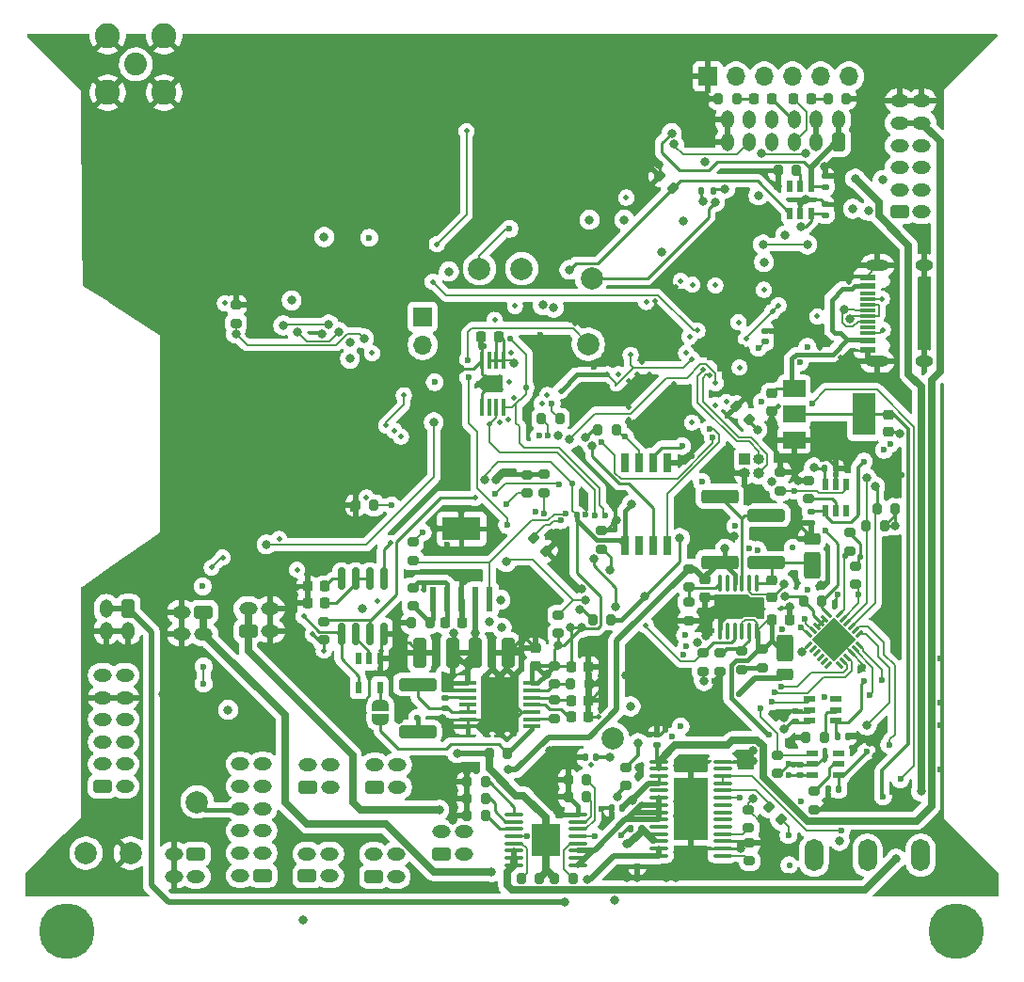
<source format=gbr>
%TF.GenerationSoftware,KiCad,Pcbnew,9.0.0*%
%TF.CreationDate,2025-05-20T19:59:45-07:00*%
%TF.ProjectId,FC_V5b,46435f56-3562-42e6-9b69-6361645f7063,rev?*%
%TF.SameCoordinates,Original*%
%TF.FileFunction,Copper,L4,Bot*%
%TF.FilePolarity,Positive*%
%FSLAX46Y46*%
G04 Gerber Fmt 4.6, Leading zero omitted, Abs format (unit mm)*
G04 Created by KiCad (PCBNEW 9.0.0) date 2025-05-20 19:59:45*
%MOMM*%
%LPD*%
G01*
G04 APERTURE LIST*
G04 Aperture macros list*
%AMRoundRect*
0 Rectangle with rounded corners*
0 $1 Rounding radius*
0 $2 $3 $4 $5 $6 $7 $8 $9 X,Y pos of 4 corners*
0 Add a 4 corners polygon primitive as box body*
4,1,4,$2,$3,$4,$5,$6,$7,$8,$9,$2,$3,0*
0 Add four circle primitives for the rounded corners*
1,1,$1+$1,$2,$3*
1,1,$1+$1,$4,$5*
1,1,$1+$1,$6,$7*
1,1,$1+$1,$8,$9*
0 Add four rect primitives between the rounded corners*
20,1,$1+$1,$2,$3,$4,$5,0*
20,1,$1+$1,$4,$5,$6,$7,0*
20,1,$1+$1,$6,$7,$8,$9,0*
20,1,$1+$1,$8,$9,$2,$3,0*%
%AMRotRect*
0 Rectangle, with rotation*
0 The origin of the aperture is its center*
0 $1 length*
0 $2 width*
0 $3 Rotation angle, in degrees counterclockwise*
0 Add horizontal line*
21,1,$1,$2,0,0,$3*%
%AMFreePoly0*
4,1,23,0.500000,-0.750000,0.000000,-0.750000,0.000000,-0.745722,-0.065263,-0.745722,-0.191342,-0.711940,-0.304381,-0.646677,-0.396677,-0.554381,-0.461940,-0.441342,-0.495722,-0.315263,-0.495722,-0.250000,-0.500000,-0.250000,-0.500000,0.250000,-0.495722,0.250000,-0.495722,0.315263,-0.461940,0.441342,-0.396677,0.554381,-0.304381,0.646677,-0.191342,0.711940,-0.065263,0.745722,0.000000,0.745722,
0.000000,0.750000,0.500000,0.750000,0.500000,-0.750000,0.500000,-0.750000,$1*%
%AMFreePoly1*
4,1,23,0.000000,0.745722,0.065263,0.745722,0.191342,0.711940,0.304381,0.646677,0.396677,0.554381,0.461940,0.441342,0.495722,0.315263,0.495722,0.250000,0.500000,0.250000,0.500000,-0.250000,0.495722,-0.250000,0.495722,-0.315263,0.461940,-0.441342,0.396677,-0.554381,0.304381,-0.646677,0.191342,-0.711940,0.065263,-0.745722,0.000000,-0.745722,0.000000,-0.750000,-0.500000,-0.750000,
-0.500000,0.750000,0.000000,0.750000,0.000000,0.745722,0.000000,0.745722,$1*%
G04 Aperture macros list end*
%TA.AperFunction,ComponentPad*%
%ADD10RoundRect,0.250000X-0.575000X0.350000X-0.575000X-0.350000X0.575000X-0.350000X0.575000X0.350000X0*%
%TD*%
%TA.AperFunction,ComponentPad*%
%ADD11O,1.650000X1.200000*%
%TD*%
%TA.AperFunction,ComponentPad*%
%ADD12RoundRect,0.250000X0.575000X-0.350000X0.575000X0.350000X-0.575000X0.350000X-0.575000X-0.350000X0*%
%TD*%
%TA.AperFunction,SMDPad,CuDef*%
%ADD13RoundRect,0.200000X-0.335876X-0.053033X-0.053033X-0.335876X0.335876X0.053033X0.053033X0.335876X0*%
%TD*%
%TA.AperFunction,ComponentPad*%
%ADD14C,2.000000*%
%TD*%
%TA.AperFunction,ComponentPad*%
%ADD15C,2.050000*%
%TD*%
%TA.AperFunction,ComponentPad*%
%ADD16C,2.250000*%
%TD*%
%TA.AperFunction,ComponentPad*%
%ADD17C,5.000000*%
%TD*%
%TA.AperFunction,ComponentPad*%
%ADD18C,0.600000*%
%TD*%
%TA.AperFunction,ComponentPad*%
%ADD19R,1.000000X1.000000*%
%TD*%
%TA.AperFunction,ComponentPad*%
%ADD20O,1.000000X1.000000*%
%TD*%
%TA.AperFunction,ComponentPad*%
%ADD21RoundRect,0.250000X0.350000X0.575000X-0.350000X0.575000X-0.350000X-0.575000X0.350000X-0.575000X0*%
%TD*%
%TA.AperFunction,ComponentPad*%
%ADD22O,1.200000X1.650000*%
%TD*%
%TA.AperFunction,ComponentPad*%
%ADD23R,1.700000X1.700000*%
%TD*%
%TA.AperFunction,ComponentPad*%
%ADD24O,1.700000X1.700000*%
%TD*%
%TA.AperFunction,SMDPad,CuDef*%
%ADD25RoundRect,0.200000X0.275000X-0.200000X0.275000X0.200000X-0.275000X0.200000X-0.275000X-0.200000X0*%
%TD*%
%TA.AperFunction,SMDPad,CuDef*%
%ADD26RoundRect,0.200000X-0.275000X0.200000X-0.275000X-0.200000X0.275000X-0.200000X0.275000X0.200000X0*%
%TD*%
%TA.AperFunction,SMDPad,CuDef*%
%ADD27RoundRect,0.225000X-0.250000X0.225000X-0.250000X-0.225000X0.250000X-0.225000X0.250000X0.225000X0*%
%TD*%
%TA.AperFunction,SMDPad,CuDef*%
%ADD28FreePoly0,270.000000*%
%TD*%
%TA.AperFunction,SMDPad,CuDef*%
%ADD29FreePoly1,270.000000*%
%TD*%
%TA.AperFunction,SMDPad,CuDef*%
%ADD30RoundRect,0.225000X-0.225000X-0.250000X0.225000X-0.250000X0.225000X0.250000X-0.225000X0.250000X0*%
%TD*%
%TA.AperFunction,SMDPad,CuDef*%
%ADD31RoundRect,0.140000X0.170000X-0.140000X0.170000X0.140000X-0.170000X0.140000X-0.170000X-0.140000X0*%
%TD*%
%TA.AperFunction,SMDPad,CuDef*%
%ADD32RoundRect,0.250000X0.325000X1.100000X-0.325000X1.100000X-0.325000X-1.100000X0.325000X-1.100000X0*%
%TD*%
%TA.AperFunction,SMDPad,CuDef*%
%ADD33RoundRect,0.200000X0.335876X0.053033X0.053033X0.335876X-0.335876X-0.053033X-0.053033X-0.335876X0*%
%TD*%
%TA.AperFunction,SMDPad,CuDef*%
%ADD34RoundRect,0.140000X-0.170000X0.140000X-0.170000X-0.140000X0.170000X-0.140000X0.170000X0.140000X0*%
%TD*%
%TA.AperFunction,SMDPad,CuDef*%
%ADD35RoundRect,0.200000X-0.200000X-0.275000X0.200000X-0.275000X0.200000X0.275000X-0.200000X0.275000X0*%
%TD*%
%TA.AperFunction,SMDPad,CuDef*%
%ADD36R,2.000000X1.500000*%
%TD*%
%TA.AperFunction,SMDPad,CuDef*%
%ADD37R,2.000000X3.800000*%
%TD*%
%TA.AperFunction,SMDPad,CuDef*%
%ADD38R,0.550000X1.000000*%
%TD*%
%TA.AperFunction,SMDPad,CuDef*%
%ADD39RoundRect,0.218750X0.218750X0.256250X-0.218750X0.256250X-0.218750X-0.256250X0.218750X-0.256250X0*%
%TD*%
%TA.AperFunction,SMDPad,CuDef*%
%ADD40RoundRect,0.140000X0.140000X0.170000X-0.140000X0.170000X-0.140000X-0.170000X0.140000X-0.170000X0*%
%TD*%
%TA.AperFunction,SMDPad,CuDef*%
%ADD41RotRect,0.782600X0.254800X225.000000*%
%TD*%
%TA.AperFunction,SMDPad,CuDef*%
%ADD42RotRect,0.254800X0.782600X225.000000*%
%TD*%
%TA.AperFunction,SMDPad,CuDef*%
%ADD43RotRect,2.794000X2.794000X225.000000*%
%TD*%
%TA.AperFunction,SMDPad,CuDef*%
%ADD44RoundRect,0.250000X0.500000X-0.950000X0.500000X0.950000X-0.500000X0.950000X-0.500000X-0.950000X0*%
%TD*%
%TA.AperFunction,SMDPad,CuDef*%
%ADD45RoundRect,0.250000X0.500000X-0.275000X0.500000X0.275000X-0.500000X0.275000X-0.500000X-0.275000X0*%
%TD*%
%TA.AperFunction,SMDPad,CuDef*%
%ADD46RoundRect,0.225000X0.225000X0.250000X-0.225000X0.250000X-0.225000X-0.250000X0.225000X-0.250000X0*%
%TD*%
%TA.AperFunction,SMDPad,CuDef*%
%ADD47RoundRect,0.250000X-0.500000X0.950000X-0.500000X-0.950000X0.500000X-0.950000X0.500000X0.950000X0*%
%TD*%
%TA.AperFunction,SMDPad,CuDef*%
%ADD48RoundRect,0.250000X-0.500000X0.275000X-0.500000X-0.275000X0.500000X-0.275000X0.500000X0.275000X0*%
%TD*%
%TA.AperFunction,SMDPad,CuDef*%
%ADD49R,0.600000X1.100000*%
%TD*%
%TA.AperFunction,SMDPad,CuDef*%
%ADD50RoundRect,0.200000X0.200000X0.275000X-0.200000X0.275000X-0.200000X-0.275000X0.200000X-0.275000X0*%
%TD*%
%TA.AperFunction,SMDPad,CuDef*%
%ADD51RoundRect,0.135000X-0.135000X-0.185000X0.135000X-0.185000X0.135000X0.185000X-0.135000X0.185000X0*%
%TD*%
%TA.AperFunction,SMDPad,CuDef*%
%ADD52RoundRect,0.140000X-0.140000X-0.170000X0.140000X-0.170000X0.140000X0.170000X-0.140000X0.170000X0*%
%TD*%
%TA.AperFunction,SMDPad,CuDef*%
%ADD53RoundRect,0.250000X-1.450000X0.312500X-1.450000X-0.312500X1.450000X-0.312500X1.450000X0.312500X0*%
%TD*%
%TA.AperFunction,SMDPad,CuDef*%
%ADD54RoundRect,0.250000X1.425000X-0.362500X1.425000X0.362500X-1.425000X0.362500X-1.425000X-0.362500X0*%
%TD*%
%TA.AperFunction,SMDPad,CuDef*%
%ADD55O,1.730000X0.340000*%
%TD*%
%TA.AperFunction,ComponentPad*%
%ADD56C,0.500000*%
%TD*%
%TA.AperFunction,SMDPad,CuDef*%
%ADD57R,3.100000X5.600000*%
%TD*%
%TA.AperFunction,SMDPad,CuDef*%
%ADD58RoundRect,0.218750X-0.218750X-0.256250X0.218750X-0.256250X0.218750X0.256250X-0.218750X0.256250X0*%
%TD*%
%TA.AperFunction,SMDPad,CuDef*%
%ADD59R,1.000000X0.550000*%
%TD*%
%TA.AperFunction,SMDPad,CuDef*%
%ADD60RoundRect,0.150000X0.150000X-0.825000X0.150000X0.825000X-0.150000X0.825000X-0.150000X-0.825000X0*%
%TD*%
%TA.AperFunction,SMDPad,CuDef*%
%ADD61R,0.800000X1.700000*%
%TD*%
%TA.AperFunction,SMDPad,CuDef*%
%ADD62RoundRect,0.100000X0.687500X0.100000X-0.687500X0.100000X-0.687500X-0.100000X0.687500X-0.100000X0*%
%TD*%
%TA.AperFunction,SMDPad,CuDef*%
%ADD63R,3.400000X5.000000*%
%TD*%
%TA.AperFunction,SMDPad,CuDef*%
%ADD64RoundRect,0.100000X0.100000X-0.625000X0.100000X0.625000X-0.100000X0.625000X-0.100000X-0.625000X0*%
%TD*%
%TA.AperFunction,HeatsinkPad*%
%ADD65R,2.850000X1.650000*%
%TD*%
%TA.AperFunction,SMDPad,CuDef*%
%ADD66RoundRect,0.250000X1.450000X-0.312500X1.450000X0.312500X-1.450000X0.312500X-1.450000X-0.312500X0*%
%TD*%
%TA.AperFunction,ComponentPad*%
%ADD67O,1.700000X2.900000*%
%TD*%
%TA.AperFunction,SMDPad,CuDef*%
%ADD68O,1.750000X0.340000*%
%TD*%
%TA.AperFunction,SMDPad,CuDef*%
%ADD69R,2.500000X2.900000*%
%TD*%
%TA.AperFunction,SMDPad,CuDef*%
%ADD70R,1.450000X0.600000*%
%TD*%
%TA.AperFunction,SMDPad,CuDef*%
%ADD71R,1.450000X0.300000*%
%TD*%
%TA.AperFunction,ComponentPad*%
%ADD72O,1.600000X1.000000*%
%TD*%
%TA.AperFunction,ComponentPad*%
%ADD73O,2.100000X1.000000*%
%TD*%
%TA.AperFunction,SMDPad,CuDef*%
%ADD74RoundRect,0.250000X-0.325000X-1.100000X0.325000X-1.100000X0.325000X1.100000X-0.325000X1.100000X0*%
%TD*%
%TA.AperFunction,SMDPad,CuDef*%
%ADD75RoundRect,0.100000X0.100000X-0.687500X0.100000X0.687500X-0.100000X0.687500X-0.100000X-0.687500X0*%
%TD*%
%TA.AperFunction,HeatsinkPad*%
%ADD76C,0.500000*%
%TD*%
%TA.AperFunction,HeatsinkPad*%
%ADD77R,1.800000X1.500000*%
%TD*%
%TA.AperFunction,SMDPad,CuDef*%
%ADD78R,0.600000X2.200000*%
%TD*%
%TA.AperFunction,SMDPad,CuDef*%
%ADD79R,3.450000X2.150000*%
%TD*%
%TA.AperFunction,ViaPad*%
%ADD80C,0.460000*%
%TD*%
%TA.AperFunction,ViaPad*%
%ADD81C,0.800000*%
%TD*%
%TA.AperFunction,ViaPad*%
%ADD82C,0.600000*%
%TD*%
%TA.AperFunction,ViaPad*%
%ADD83C,0.560000*%
%TD*%
%TA.AperFunction,Conductor*%
%ADD84C,0.500000*%
%TD*%
%TA.AperFunction,Conductor*%
%ADD85C,0.635000*%
%TD*%
%TA.AperFunction,Conductor*%
%ADD86C,0.250000*%
%TD*%
%TA.AperFunction,Conductor*%
%ADD87C,0.200000*%
%TD*%
%TA.AperFunction,Conductor*%
%ADD88C,0.152400*%
%TD*%
%TA.AperFunction,Conductor*%
%ADD89C,0.400000*%
%TD*%
%TA.AperFunction,Conductor*%
%ADD90C,0.300000*%
%TD*%
%TA.AperFunction,Conductor*%
%ADD91C,0.127000*%
%TD*%
%TA.AperFunction,Conductor*%
%ADD92C,0.342392*%
%TD*%
G04 APERTURE END LIST*
D10*
%TO.P,J24,1,Pin_1*%
%TO.N,DEPLOY2*%
X159600000Y-109300000D03*
D11*
%TO.P,J24,2,Pin_2*%
%TO.N,GND*%
X157599999Y-109300000D03*
%TO.P,J24,3,Pin_3*%
%TO.N,DEPLOY2*%
X159600000Y-111300001D03*
%TO.P,J24,4,Pin_4*%
%TO.N,GND*%
X157600000Y-111300000D03*
%TD*%
D12*
%TO.P,J23,1,Pin_1*%
%TO.N,DEPLOY1_AUX*%
X163600000Y-111000000D03*
D11*
%TO.P,J23,2,Pin_2*%
%TO.N,GND*%
X165600001Y-111000000D03*
%TO.P,J23,3,Pin_3*%
%TO.N,DEPLOY1_AUX*%
X163600000Y-108999999D03*
%TO.P,J23,4,Pin_4*%
%TO.N,GND*%
X165600000Y-109000000D03*
%TD*%
D13*
%TO.P,R86,1,1*%
%TO.N,GND*%
X207516637Y-90816637D03*
%TO.P,R86,2,2*%
%TO.N,WDT_ENABLE*%
X208683363Y-91983363D03*
%TD*%
D14*
%TO.P,TP15,1,1*%
%TO.N,GND*%
X153000000Y-131000000D03*
%TD*%
D15*
%TO.P,J6,1,In*%
%TO.N,RF1_ANT*%
X153500000Y-60000000D03*
D16*
%TO.P,J6,2,Ext*%
%TO.N,GND*%
X150960000Y-57460000D03*
X150960000Y-62540000D03*
X156040000Y-57460000D03*
X156040000Y-62540000D03*
%TD*%
D14*
%TO.P,TP6,1,1*%
%TO.N,Net-(IC3-EVI)*%
X196400000Y-120700000D03*
%TD*%
D17*
%TO.P,H2,1*%
%TO.N,N/C*%
X227300000Y-138000000D03*
%TD*%
D12*
%TO.P,J20,1,Pin_1*%
%TO.N,V_RBF*%
X180999999Y-131100000D03*
D11*
%TO.P,J20,2,Pin_2*%
%TO.N,VBATT_SENSE*%
X183000000Y-131100000D03*
%TO.P,J20,3,Pin_3*%
%TO.N,V_RBF*%
X180999999Y-129099999D03*
%TO.P,J20,4,Pin_4*%
%TO.N,VBATT_SENSE*%
X182999999Y-129100000D03*
%TD*%
D17*
%TO.P,H1,1*%
%TO.N,N/C*%
X147300000Y-138000000D03*
%TD*%
D12*
%TO.P,J7,1,Pin_1*%
%TO.N,VBatt*%
X168900000Y-133075000D03*
D11*
%TO.P,J7,2,Pin_2*%
%TO.N,Net-(J10-Pin_1)*%
X170900001Y-133075000D03*
%TO.P,J7,3,Pin_3*%
%TO.N,VBatt*%
X168900000Y-131074999D03*
%TO.P,J7,4,Pin_4*%
%TO.N,Net-(J10-Pin_3)*%
X170900000Y-131075000D03*
%TD*%
D12*
%TO.P,J17,1,Pin_1*%
%TO.N,Z_GPIO1*%
X150500000Y-125000000D03*
D11*
%TO.P,J17,2,Pin_2*%
%TO.N,Z_GPIO0*%
X152500000Y-125000000D03*
%TO.P,J17,3,Pin_3*%
%TO.N,F4_SDA*%
X150500000Y-123000000D03*
%TO.P,J17,4,Pin_4*%
X152500000Y-123000000D03*
%TO.P,J17,5,Pin_5*%
%TO.N,F4_SCL*%
X150500000Y-121000000D03*
%TO.P,J17,6,Pin_6*%
X152500000Y-121000000D03*
%TO.P,J17,7,Pin_7*%
%TO.N,F4_PWR*%
X150500000Y-119000000D03*
%TO.P,J17,8,Pin_8*%
X152500000Y-119000000D03*
%TO.P,J17,9,Pin_9*%
%TO.N,GND*%
X150500000Y-117000000D03*
%TO.P,J17,10,Pin_10*%
X152500000Y-117000000D03*
%TO.P,J17,11,Pin_11*%
%TO.N,VSOLAR*%
X150500000Y-115000000D03*
%TO.P,J17,12,Pin_12*%
X152500000Y-115000000D03*
%TD*%
D12*
%TO.P,J10,1,Pin_1*%
%TO.N,Net-(J10-Pin_1)*%
X174900000Y-133125000D03*
D11*
%TO.P,J10,2,Pin_2*%
%TO.N,V_RBF*%
X176900001Y-133125000D03*
%TO.P,J10,3,Pin_3*%
%TO.N,Net-(J10-Pin_3)*%
X174900000Y-131124999D03*
%TO.P,J10,4,Pin_4*%
%TO.N,V_RBF*%
X176900000Y-131125000D03*
%TD*%
D14*
%TO.P,TP4,1,1*%
%TO.N,B-*%
X159000000Y-126400000D03*
%TD*%
D10*
%TO.P,J19,1,Pin_1*%
%TO.N,B-*%
X158900000Y-131099999D03*
D11*
%TO.P,J19,2,Pin_2*%
%TO.N,GND*%
X156899999Y-131099999D03*
%TO.P,J19,3,Pin_3*%
%TO.N,B-*%
X158900000Y-133100000D03*
%TO.P,J19,4,Pin_4*%
%TO.N,GND*%
X156900000Y-133099999D03*
%TD*%
D12*
%TO.P,J8,1,Pin_1*%
%TO.N,VBatt*%
X169000000Y-125075000D03*
D11*
%TO.P,J8,2,Pin_2*%
%TO.N,Net-(J29-Pin_1)*%
X171000001Y-125075000D03*
%TO.P,J8,3,Pin_3*%
%TO.N,VBatt*%
X169000000Y-123074999D03*
%TO.P,J8,4,Pin_4*%
%TO.N,Net-(J29-Pin_3)*%
X171000000Y-123075000D03*
%TD*%
D14*
%TO.P,TP2,1,1*%
%TO.N,FC_RESET*%
X194200000Y-85200000D03*
%TD*%
%TO.P,TP8,1,1*%
%TO.N,RF1_IO0*%
X188200000Y-78400000D03*
%TD*%
%TO.P,TP3,1,1*%
%TO.N,3.3V*%
X149000000Y-131000000D03*
%TD*%
D18*
%TO.P,U18,61,GND*%
%TO.N,GND*%
X206080680Y-83474776D03*
X205108408Y-84447048D03*
X204136136Y-85419320D03*
X207052952Y-84447048D03*
X206080680Y-85419320D03*
X205108408Y-86391592D03*
X208025224Y-85419320D03*
X207052952Y-86391592D03*
X206080680Y-87363864D03*
%TD*%
D12*
%TO.P,J29,1,Pin_1*%
%TO.N,Net-(J29-Pin_1)*%
X175000000Y-125075000D03*
D11*
%TO.P,J29,2,Pin_2*%
%TO.N,V_RBF*%
X177000001Y-125075000D03*
%TO.P,J29,3,Pin_3*%
%TO.N,Net-(J29-Pin_3)*%
X175000000Y-123074999D03*
%TO.P,J29,4,Pin_4*%
%TO.N,V_RBF*%
X177000000Y-123075000D03*
%TD*%
D14*
%TO.P,TP7,1,1*%
%TO.N,RF1_IO4*%
X184400000Y-78400000D03*
%TD*%
D19*
%TO.P,J22,1,Pin_1*%
%TO.N,FC_RESET*%
X208275000Y-95550000D03*
D20*
%TO.P,J22,2,Pin_2*%
%TO.N,SWCLK*%
X209545000Y-95550000D03*
%TO.P,J22,3,Pin_3*%
%TO.N,GND*%
X208275000Y-96820000D03*
%TO.P,J22,4,Pin_4*%
%TO.N,SWDIO*%
X209545000Y-96820000D03*
%TD*%
D14*
%TO.P,TP1,1,1*%
%TO.N,USBBOOT*%
X194500000Y-79250000D03*
%TD*%
D12*
%TO.P,J16,1,Pin_1*%
%TO.N,USBBOOT*%
X222200001Y-73300000D03*
D11*
%TO.P,J16,2,Pin_2*%
%TO.N,FC_RESET*%
X224200001Y-73300000D03*
%TO.P,J16,3,Pin_3*%
%TO.N,USB_D+*%
X222200001Y-71300000D03*
%TO.P,J16,4,Pin_4*%
%TO.N,USB_D-*%
X224200001Y-71300000D03*
%TO.P,J16,5,Pin_5*%
%TO.N,SDA0*%
X222200001Y-69300000D03*
%TO.P,J16,6,Pin_6*%
%TO.N,3.3V*%
X224200001Y-69300000D03*
%TO.P,J16,7,Pin_7*%
%TO.N,SCL0*%
X222200001Y-67300000D03*
%TO.P,J16,8,Pin_8*%
%TO.N,Dir_Chrg_In*%
X224200001Y-67300000D03*
%TO.P,J16,9,Pin_9*%
%TO.N,DEPLOY1*%
X222200001Y-65300000D03*
%TO.P,J16,10,Pin_10*%
X224200001Y-65300000D03*
%TO.P,J16,11,Pin_11*%
%TO.N,GND*%
X222200001Y-63300000D03*
%TO.P,J16,12,Pin_12*%
X224200001Y-63300000D03*
%TD*%
D21*
%TO.P,J18,1,Pin_1*%
%TO.N,PAYLOAD_PWR*%
X216700000Y-67000000D03*
D22*
%TO.P,J18,2,Pin_2*%
X216700000Y-65000000D03*
%TO.P,J18,3,Pin_3*%
%TO.N,GND*%
X214700000Y-67000000D03*
%TO.P,J18,4,Pin_4*%
X214700000Y-65000000D03*
%TO.P,J18,5,Pin_5*%
%TO.N,TX*%
X212700000Y-67000000D03*
%TO.P,J18,6,Pin_6*%
%TO.N,RX*%
X212700000Y-65000000D03*
%TO.P,J18,7,Pin_7*%
%TO.N,PAYLOAD_BATT*%
X210700000Y-67000000D03*
%TO.P,J18,8,Pin_8*%
X210700000Y-65000000D03*
%TO.P,J18,9,Pin_9*%
%TO.N,SDA0*%
X208700000Y-67000000D03*
%TO.P,J18,10,Pin_10*%
%TO.N,SCL0*%
X208700000Y-65000000D03*
%TO.P,J18,11,Pin_11*%
%TO.N,GND*%
X206700000Y-67000000D03*
%TO.P,J18,12,Pin_12*%
X206700000Y-65000000D03*
%TD*%
D23*
%TO.P,J3,1,Pin_1*%
%TO.N,GND*%
X204950000Y-61100000D03*
D24*
%TO.P,J3,2,Pin_2*%
%TO.N,SCL0*%
X207490000Y-61100000D03*
%TO.P,J3,3,Pin_3*%
%TO.N,SDA0*%
X210029999Y-61100000D03*
%TO.P,J3,4,Pin_4*%
%TO.N,RX*%
X212570000Y-61100000D03*
%TO.P,J3,5,Pin_5*%
%TO.N,TX*%
X215110000Y-61100000D03*
%TO.P,J3,6,Pin_6*%
%TO.N,3.3V*%
X217650000Y-61100000D03*
%TD*%
D23*
%TO.P,J1,1,Pin_1*%
%TO.N,3.3V*%
X179300000Y-82725000D03*
D24*
%TO.P,J1,2,Pin_2*%
%TO.N,Net-(D5-A)*%
X179300000Y-85265000D03*
%TD*%
D25*
%TO.P,R43,1,1*%
%TO.N,Net-(U10-PG)*%
X191131250Y-118875000D03*
%TO.P,R43,2,2*%
%TO.N,Net-(U10-VREG5)*%
X191131250Y-117225000D03*
%TD*%
%TO.P,R71,1,1*%
%TO.N,Net-(IC6-VFB)*%
X203208799Y-107066200D03*
%TO.P,R71,2,2*%
%TO.N,VBATT_SENSE*%
X203208799Y-105416200D03*
%TD*%
D26*
%TO.P,R51,1*%
%TO.N,GND*%
X214000000Y-97450000D03*
%TO.P,R51,2*%
%TO.N,Net-(U21-ILIM)*%
X214000000Y-99100000D03*
%TD*%
D27*
%TO.P,C13,1,1*%
%TO.N,/3v3 Spec*%
X221180000Y-91555000D03*
%TO.P,C13,2,2*%
%TO.N,GND*%
X221180000Y-93105000D03*
%TD*%
D28*
%TO.P,JP2,1,A*%
%TO.N,Net-(JP2-A)*%
X175500000Y-117700002D03*
D29*
%TO.P,JP2,2,B*%
%TO.N,Net-(JP2-B)*%
X175500000Y-119000000D03*
%TD*%
D21*
%TO.P,J21,1,Pin_1*%
%TO.N,Heater Output*%
X152825000Y-109000000D03*
D22*
%TO.P,J21,2,Pin_2*%
%TO.N,GND*%
X152825000Y-111000001D03*
%TO.P,J21,3,Pin_3*%
%TO.N,Heater Output*%
X150824999Y-109000000D03*
%TO.P,J21,4,Pin_4*%
%TO.N,GND*%
X150825000Y-111000000D03*
%TD*%
D30*
%TO.P,C40,1,1*%
%TO.N,Net-(D10-K)*%
X210725000Y-110000000D03*
%TO.P,C40,2,2*%
%TO.N,GND*%
X212275000Y-110000000D03*
%TD*%
D31*
%TO.P,C53,1,1*%
%TO.N,3.3V*%
X212775000Y-119155000D03*
%TO.P,C53,2,2*%
%TO.N,GND*%
X212775000Y-118195000D03*
%TD*%
D32*
%TO.P,C25,1,1*%
%TO.N,VBUSP*%
X181975000Y-112950000D03*
%TO.P,C25,2,2*%
%TO.N,GND*%
X179025000Y-112950000D03*
%TD*%
D25*
%TO.P,R76,1,1*%
%TO.N,GND*%
X211250000Y-123825000D03*
%TO.P,R76,2,2*%
%TO.N,FACE2_ENABLE*%
X211250000Y-122175000D03*
%TD*%
D33*
%TO.P,R67,1,1*%
%TO.N,GND*%
X190408363Y-103808363D03*
%TO.P,R67,2,2*%
%TO.N,FACE0_ENABLE*%
X189241637Y-102641637D03*
%TD*%
D34*
%TO.P,C58,1,1*%
%TO.N,Heater Output*%
X198600000Y-131220000D03*
%TO.P,C58,2,2*%
%TO.N,GND*%
X198600000Y-132180000D03*
%TD*%
D25*
%TO.P,R102,1,1*%
%TO.N,Net-(U6-CL)*%
X208600000Y-128725000D03*
%TO.P,R102,2,2*%
%TO.N,GND*%
X208600000Y-127075000D03*
%TD*%
D35*
%TO.P,R103,1,1*%
%TO.N,/Power Systems/Load Switches/Deploy2_EN*%
X189975000Y-91900000D03*
%TO.P,R103,2,2*%
%TO.N,FIRE_DEPLOY2_B*%
X191625000Y-91900000D03*
%TD*%
D36*
%TO.P,IC2,1,ADJ/GND*%
%TO.N,GND*%
X212700000Y-93800000D03*
%TO.P,IC2,2,OUTPUT*%
%TO.N,/3v3 Spec*%
X212700000Y-91500000D03*
%TO.P,IC2,3,INPUT*%
%TO.N,VBUS*%
X212700000Y-89200000D03*
D37*
%TO.P,IC2,4,VOUT*%
%TO.N,/3v3 Spec*%
X219000000Y-91500000D03*
%TD*%
D38*
%TO.P,U29,1,Input*%
%TO.N,3.3V*%
X214225001Y-73400001D03*
%TO.P,U29,2,GND*%
%TO.N,GND*%
X213275001Y-73400001D03*
%TO.P,U29,3,EN*%
%TO.N,PAYLOAD_PWR_ENABLE*%
X212325001Y-73400001D03*
%TO.P,U29,4,~{Fault}*%
%TO.N,unconnected-(U29-~{Fault}-Pad4)*%
X212325001Y-71000001D03*
%TO.P,U29,5,ILIM*%
%TO.N,Net-(U29-ILIM)*%
X213275001Y-71000001D03*
%TO.P,U29,6,Output*%
%TO.N,PAYLOAD_PWR*%
X214225001Y-71000001D03*
%TD*%
D25*
%TO.P,R66,1,1*%
%TO.N,Net-(R65-Pad2)*%
X208000000Y-114475000D03*
%TO.P,R66,2,2*%
%TO.N,Net-(IC6-VIN_REG)*%
X208000000Y-112825000D03*
%TD*%
D39*
%TO.P,D1,1,K*%
%TO.N,Net-(D1-K)*%
X214236250Y-63100000D03*
%TO.P,D1,2,A*%
%TO.N,TX*%
X212661250Y-63100000D03*
%TD*%
D27*
%TO.P,C12,1,1*%
%TO.N,VBUS*%
X210700000Y-89625000D03*
%TO.P,C12,2,2*%
%TO.N,GND*%
X210700000Y-91175000D03*
%TD*%
D40*
%TO.P,C18,1,1*%
%TO.N,3.3V*%
X194880000Y-122400000D03*
%TO.P,C18,2,2*%
%TO.N,GND*%
X193920000Y-122400000D03*
%TD*%
D25*
%TO.P,R38,1,1*%
%TO.N,Net-(U10-VFB)*%
X191131250Y-115775000D03*
%TO.P,R38,2,2*%
%TO.N,3.3V*%
X191131250Y-114125000D03*
%TD*%
%TO.P,R96,1,1*%
%TO.N,RF2_RX_EN*%
X162500000Y-83325000D03*
%TO.P,R96,2,2*%
%TO.N,GND*%
X162500000Y-81675000D03*
%TD*%
D31*
%TO.P,C27,1,1*%
%TO.N,Net-(U10-SW1)*%
X181300000Y-117980000D03*
%TO.P,C27,2,2*%
%TO.N,Net-(U10-VBST)*%
X181300000Y-117020000D03*
%TD*%
D26*
%TO.P,R63,1*%
%TO.N,/Power Systems/V_RF*%
X178400000Y-107100000D03*
%TO.P,R63,2*%
%TO.N,Net-(U13-SENSE{slash}ADJ)*%
X178400000Y-108750000D03*
%TD*%
D41*
%TO.P,U12,1,SD0*%
%TO.N,F0_SDA*%
X216797153Y-109534628D03*
%TO.P,U12,2,SC0*%
%TO.N,F0_SCL*%
X217150799Y-109888275D03*
%TO.P,U12,3,SD1*%
%TO.N,F1_SDA*%
X217504441Y-110241916D03*
%TO.P,U12,4,SC1*%
%TO.N,F1_SCL*%
X217858084Y-110595559D03*
%TO.P,U12,5,SD2*%
%TO.N,F2_SDA*%
X218211725Y-110949201D03*
%TO.P,U12,6,SC2*%
%TO.N,F2_SCL*%
X218565372Y-111302847D03*
D42*
%TO.P,U12,7,SD3*%
%TO.N,F3_SDA*%
X218565372Y-112297153D03*
%TO.P,U12,8,SC3*%
%TO.N,F3_SCL*%
X218211725Y-112650799D03*
%TO.P,U12,9,GND_2*%
%TO.N,GND*%
X217858084Y-113004441D03*
%TO.P,U12,10,SD4*%
%TO.N,F4_SDA*%
X217504441Y-113358084D03*
%TO.P,U12,11,SC4*%
%TO.N,F4_SCL*%
X217150799Y-113711725D03*
%TO.P,U12,12,SD5*%
%TO.N,unconnected-(U12A-SD5-Pad12)*%
X216797153Y-114065372D03*
D41*
%TO.P,U12,13,SC5*%
%TO.N,unconnected-(U12A-SC5-Pad13)*%
X215802847Y-114065372D03*
%TO.P,U12,14,SD6*%
%TO.N,unconnected-(U12A-SD6-Pad14)*%
X215449201Y-113711725D03*
%TO.P,U12,15,SC6*%
%TO.N,unconnected-(U12A-SC6-Pad15)*%
X215095559Y-113358084D03*
%TO.P,U12,16,SD7*%
%TO.N,unconnected-(U12A-SD7-Pad16)*%
X214741916Y-113004441D03*
%TO.P,U12,17,SC7*%
%TO.N,unconnected-(U12A-SC7-Pad17)*%
X214388275Y-112650799D03*
%TO.P,U12,18,A2*%
%TO.N,3.3V*%
X214034628Y-112297153D03*
D42*
%TO.P,U12,19,SCL*%
%TO.N,SCL1*%
X214034628Y-111302847D03*
%TO.P,U12,20,SDA*%
%TO.N,SDA1*%
X214388275Y-110949201D03*
%TO.P,U12,21,VCC*%
%TO.N,3.3V*%
X214741916Y-110595559D03*
%TO.P,U12,22,A0*%
X215095559Y-110241916D03*
%TO.P,U12,23,A1*%
X215449201Y-109888275D03*
%TO.P,U12,24,RESET*%
%TO.N,~{MUX_RESET}*%
X215802847Y-109534628D03*
D43*
%TO.P,U12,25,GND*%
%TO.N,GND*%
X216300000Y-111800000D03*
%TD*%
D44*
%TO.P,D9,1,K*%
%TO.N,Net-(D10-K)*%
X211900000Y-112550000D03*
D45*
%TO.P,D9,2,A*%
%TO.N,VSOLAR_I*%
X211900000Y-114925000D03*
%TD*%
D30*
%TO.P,C36,1,1*%
%TO.N,Net-(U10-SS)*%
X192656250Y-118750000D03*
%TO.P,C36,2,2*%
%TO.N,GND*%
X194206250Y-118750000D03*
%TD*%
D35*
%TO.P,R61,1,1*%
%TO.N,F1_SDA*%
X219175000Y-101500000D03*
%TO.P,R61,2,2*%
%TO.N,3.3V*%
X220825000Y-101500000D03*
%TD*%
D26*
%TO.P,R37,1*%
%TO.N,Net-(JP6-A)*%
X191500000Y-109575000D03*
%TO.P,R37,2*%
%TO.N,3.3V*%
X191500000Y-111225000D03*
%TD*%
D46*
%TO.P,C39,1*%
%TO.N,GND*%
X182875000Y-110300000D03*
%TO.P,C39,2*%
%TO.N,/Power Systems/V_RF*%
X181325000Y-110300000D03*
%TD*%
%TO.P,C46,1,1*%
%TO.N,Net-(U17-CV)*%
X170475000Y-107000000D03*
%TO.P,C46,2,2*%
%TO.N,GND*%
X168925000Y-107000000D03*
%TD*%
D25*
%TO.P,R70,1*%
%TO.N,3.3V*%
X204508800Y-114625000D03*
%TO.P,R70,2*%
%TO.N,~{CHARGE}*%
X204508800Y-112975000D03*
%TD*%
D26*
%TO.P,R89,1*%
%TO.N,3.3V*%
X178425000Y-103000000D03*
%TO.P,R89,2*%
%TO.N,ENAB_RF*%
X178425000Y-104650000D03*
%TD*%
D27*
%TO.P,C42,1,1*%
%TO.N,VBATT_SENSE*%
X204708799Y-106391199D03*
%TO.P,C42,2,2*%
%TO.N,GND*%
X204708799Y-107941199D03*
%TD*%
D47*
%TO.P,D13,1,K*%
%TO.N,Net-(D13-K)*%
X214300000Y-105100000D03*
D48*
%TO.P,D13,2,A*%
%TO.N,GND*%
X214300000Y-102725000D03*
%TD*%
D25*
%TO.P,R101,1,1*%
%TO.N,Net-(U6-DIAG_EN)*%
X208700000Y-131725000D03*
%TO.P,R101,2,2*%
%TO.N,GND*%
X208700000Y-130075000D03*
%TD*%
D40*
%TO.P,C57,1,1*%
%TO.N,DEPLOY2*%
X198980000Y-128800000D03*
%TO.P,C57,2,2*%
%TO.N,GND*%
X198020000Y-128800000D03*
%TD*%
D35*
%TO.P,R36,1*%
%TO.N,Net-(U1D-+)*%
X194575000Y-110000000D03*
%TO.P,R36,2*%
%TO.N,WDT_BIAS*%
X196225000Y-110000000D03*
%TD*%
D27*
%TO.P,C41,1,1*%
%TO.N,Net-(D13-K)*%
X210708799Y-106466200D03*
%TO.P,C41,2,2*%
%TO.N,Net-(D12-K)*%
X210708799Y-108016200D03*
%TD*%
D26*
%TO.P,R77,1,1*%
%TO.N,GND*%
X188725000Y-96950000D03*
%TO.P,R77,2,2*%
%TO.N,FACE4_ENABLE*%
X188725000Y-98600000D03*
%TD*%
D31*
%TO.P,C80,1,1*%
%TO.N,PAYLOAD_PWR*%
X215525001Y-71035002D03*
%TO.P,C80,2,2*%
%TO.N,GND*%
X215525001Y-70075002D03*
%TD*%
D30*
%TO.P,C37,1,1*%
%TO.N,Net-(U10-VREG5)*%
X192656250Y-117250000D03*
%TO.P,C37,2,2*%
%TO.N,GND*%
X194206250Y-117250000D03*
%TD*%
D31*
%TO.P,C54,1,1*%
%TO.N,DEPLOY1*%
X200400000Y-121280000D03*
%TO.P,C54,2,2*%
%TO.N,GND*%
X200400000Y-120320000D03*
%TD*%
D49*
%TO.P,U20,1*%
%TO.N,N/C*%
X173550000Y-113500000D03*
%TO.P,U20,2*%
%TO.N,Net-(U17-Q)*%
X174500000Y-113500000D03*
%TO.P,U20,3,GND*%
%TO.N,GND*%
X175450000Y-113500000D03*
%TO.P,U20,4*%
%TO.N,Net-(JP2-A)*%
X175450000Y-116100000D03*
%TO.P,U20,5,VCC*%
%TO.N,RF_VCC*%
X173550000Y-116100000D03*
%TD*%
D35*
%TO.P,R82,1,1*%
%TO.N,GND*%
X183275000Y-126100000D03*
%TO.P,R82,2,2*%
%TO.N,Net-(U25-SEL2)*%
X184925000Y-126100000D03*
%TD*%
D26*
%TO.P,R65,1*%
%TO.N,Net-(D10-K)*%
X209875000Y-112650000D03*
%TO.P,R65,2*%
%TO.N,Net-(R65-Pad2)*%
X209875000Y-114300000D03*
%TD*%
D35*
%TO.P,R84,1,1*%
%TO.N,VBUSP*%
X191175000Y-133300000D03*
%TO.P,R84,2,2*%
%TO.N,/Power Systems/Load Switches/ILIM1*%
X192825000Y-133300000D03*
%TD*%
D25*
%TO.P,R44,1,1*%
%TO.N,F0_SCL*%
X218250000Y-106825000D03*
%TO.P,R44,2,2*%
%TO.N,3.3V*%
X218250000Y-105175000D03*
%TD*%
D50*
%TO.P,R64,1*%
%TO.N,Net-(U13-SENSE{slash}ADJ)*%
X179925000Y-110300000D03*
%TO.P,R64,2*%
%TO.N,GND*%
X178275000Y-110300000D03*
%TD*%
D34*
%TO.P,C48,1,1*%
%TO.N,F1_PWR*%
X214250000Y-100295000D03*
%TO.P,C48,2,2*%
%TO.N,GND*%
X214250000Y-101255000D03*
%TD*%
D31*
%TO.P,C79,1,1*%
%TO.N,3.3V*%
X215525001Y-73585002D03*
%TO.P,C79,2,2*%
%TO.N,GND*%
X215525001Y-72625002D03*
%TD*%
D51*
%TO.P,R9,1*%
%TO.N,TX*%
X204390001Y-71400000D03*
%TO.P,R9,2*%
%TO.N,/RP2350AHHHHHHHHH/FLASH_SS*%
X205409999Y-71400000D03*
%TD*%
D50*
%TO.P,R55,1,1*%
%TO.N,Net-(U25-DIA_EN)*%
X184925000Y-124600000D03*
%TO.P,R55,2,2*%
%TO.N,GND*%
X183275000Y-124600000D03*
%TD*%
%TO.P,R40,1,1*%
%TO.N,GND*%
X194256250Y-115750000D03*
%TO.P,R40,2,2*%
%TO.N,Net-(U10-VFB)*%
X192606250Y-115750000D03*
%TD*%
D35*
%TO.P,R85,1,1*%
%TO.N,GND*%
X183275000Y-127600000D03*
%TO.P,R85,2,2*%
%TO.N,Net-(U25-SEL1)*%
X184925000Y-127600000D03*
%TD*%
D25*
%TO.P,R74,1,1*%
%TO.N,GND*%
X203208799Y-110066200D03*
%TO.P,R74,2,2*%
%TO.N,Net-(IC6-VFB)*%
X203208799Y-108416200D03*
%TD*%
D52*
%TO.P,C55,1,1*%
%TO.N,F3_PWR*%
X216595000Y-120500000D03*
%TO.P,C55,2,2*%
%TO.N,GND*%
X217555000Y-120500000D03*
%TD*%
D53*
%TO.P,L1,1,1*%
%TO.N,Net-(U10-SW1)*%
X178831250Y-115812500D03*
%TO.P,L1,2,2*%
%TO.N,3.3V*%
X178831250Y-120087500D03*
%TD*%
D35*
%TO.P,R4,1,1*%
%TO.N,Net-(D1-K)*%
X215763750Y-63100000D03*
%TO.P,R4,2,2*%
%TO.N,GND*%
X217413750Y-63100000D03*
%TD*%
D25*
%TO.P,R47,1*%
%TO.N,GND*%
X214500000Y-127075000D03*
%TO.P,R47,2*%
%TO.N,Net-(U22-ILIM)*%
X214500000Y-125425000D03*
%TD*%
D35*
%TO.P,R124,1*%
%TO.N,VBUSP*%
X185275000Y-122000000D03*
%TO.P,R124,2*%
%TO.N,Net-(JP2-B)*%
X186925000Y-122000000D03*
%TD*%
D54*
%TO.P,R75,1,1*%
%TO.N,VBATT_SENSE*%
X206008799Y-104803700D03*
%TO.P,R75,2,2*%
%TO.N,Net-(IC6-SENSE)*%
X206008799Y-98878700D03*
%TD*%
D31*
%TO.P,C49,1,1*%
%TO.N,3.3V*%
X213250000Y-123980000D03*
%TO.P,C49,2,2*%
%TO.N,GND*%
X213250000Y-123020000D03*
%TD*%
D55*
%TO.P,U6,1,GND*%
%TO.N,GND*%
X206270000Y-122770000D03*
%TO.P,U6,2,NC*%
%TO.N,unconnected-(U6-NC-Pad19)*%
X206270000Y-123420000D03*
%TO.P,U6,3,IN1*%
%TO.N,/Power Systems/Load Switches/Deploy1_EN*%
X206270000Y-124070000D03*
%TO.P,U6,4,IN2*%
X206270000Y-124720000D03*
%TO.P,U6,5,IN3*%
%TO.N,/Power Systems/Load Switches/Heater_EN*%
X206270000Y-125370000D03*
%TO.P,U6,6,IN4*%
%TO.N,/Power Systems/Load Switches/Deploy2_EN*%
X206270000Y-126020000D03*
%TO.P,U6,7,~{ST1}*%
%TO.N,unconnected-(U6-~{ST1}-Pad7)*%
X206270000Y-126680000D03*
%TO.P,U6,8,~{ST2}*%
%TO.N,unconnected-(U6-~{ST2}-Pad8)*%
X206270000Y-127330000D03*
%TO.P,U6,9,~{ST3}*%
%TO.N,unconnected-(U6-~{ST3}-Pad9)*%
X206270000Y-127980000D03*
%TO.P,U6,10,~{ST4}*%
%TO.N,unconnected-(U6-~{ST4}-Pad10)*%
X206270000Y-128630000D03*
%TO.P,U6,11,CL*%
%TO.N,Net-(U6-CL)*%
X206270000Y-129280000D03*
%TO.P,U6,12,GND*%
%TO.N,GND*%
X206270000Y-129930000D03*
%TO.P,U6,13,THER*%
X206270000Y-130580000D03*
%TO.P,U6,14,DIAG_EN*%
%TO.N,Net-(U6-DIAG_EN)*%
X206270000Y-131230000D03*
%TO.P,U6,15,OUT4*%
%TO.N,Heater Output*%
X200530000Y-131230000D03*
%TO.P,U6,16,OUT4*%
X200530000Y-130580000D03*
%TO.P,U6,17,OUT3*%
%TO.N,DEPLOY2*%
X200530000Y-129930000D03*
%TO.P,U6,18,OUT3*%
X200530000Y-129280000D03*
%TO.P,U6,19,NC*%
%TO.N,unconnected-(U6-NC-Pad19)_2*%
X200530000Y-128630000D03*
%TO.P,U6,20,VS*%
%TO.N,/Power Systems/Load Switches/High Power Interstage*%
X200530000Y-127980000D03*
%TO.P,U6,21,VS*%
X200530000Y-127330000D03*
%TO.P,U6,22,VS*%
X200530000Y-126680000D03*
%TO.P,U6,23,VS*%
X200530000Y-126020000D03*
%TO.P,U6,24,NC*%
%TO.N,unconnected-(U6-NC-Pad19)_1*%
X200530000Y-125370000D03*
%TO.P,U6,25,OUT2*%
%TO.N,DEPLOY1_AUX*%
X200530000Y-124720000D03*
%TO.P,U6,26,OUT2*%
X200530000Y-124070000D03*
%TO.P,U6,27,OUT1*%
%TO.N,DEPLOY1*%
X200530000Y-123420000D03*
%TO.P,U6,28,OUT1*%
X200530000Y-122770000D03*
D56*
%TO.P,U6,29,EP*%
%TO.N,GND*%
X204600000Y-125200000D03*
X203400000Y-125200000D03*
X202200000Y-125200000D03*
X204600000Y-126400000D03*
X203400000Y-126400000D03*
X202200000Y-126400000D03*
D57*
X203400000Y-127000000D03*
D56*
X204600000Y-127600000D03*
X203400000Y-127600000D03*
X202200000Y-127600000D03*
X203400000Y-128780000D03*
X204600000Y-128800000D03*
X202200000Y-128800000D03*
%TD*%
D25*
%TO.P,R69,1,1*%
%TO.N,GND*%
X206058799Y-114625000D03*
%TO.P,R69,2,2*%
%TO.N,Net-(IC6-VIN_REG)*%
X206058799Y-112975000D03*
%TD*%
D58*
%TO.P,D2,1,K*%
%TO.N,Net-(D2-K)*%
X209112499Y-63100000D03*
%TO.P,D2,2,A*%
%TO.N,RX*%
X210687501Y-63100000D03*
%TD*%
D46*
%TO.P,C45,1,1*%
%TO.N,Net-(U17-DIS)*%
X170500000Y-108500000D03*
%TO.P,C45,2,2*%
%TO.N,GND*%
X168950000Y-108500000D03*
%TD*%
D31*
%TO.P,C76,1*%
%TO.N,3.3V*%
X210100000Y-84980000D03*
%TO.P,C76,2*%
%TO.N,GND*%
X210100000Y-84020000D03*
%TD*%
D46*
%TO.P,C43,1*%
%TO.N,3.3V*%
X186125000Y-84524999D03*
%TO.P,C43,2*%
%TO.N,GND*%
X184575000Y-84524999D03*
%TD*%
D26*
%TO.P,R42,1,1*%
%TO.N,VBUS_RESET*%
X170400000Y-110175000D03*
%TO.P,R42,2,2*%
%TO.N,3.3V*%
X170400000Y-111825000D03*
%TD*%
D59*
%TO.P,U22,1,Input*%
%TO.N,3.3V*%
X214300000Y-123950000D03*
%TO.P,U22,2,GND*%
%TO.N,GND*%
X214300000Y-123000000D03*
%TO.P,U22,3,EN*%
%TO.N,FACE2_ENABLE*%
X214300000Y-122050000D03*
%TO.P,U22,4,~{Fault}*%
%TO.N,unconnected-(U22-~{Fault}-Pad4)*%
X216700000Y-122050000D03*
%TO.P,U22,5,ILIM*%
%TO.N,Net-(U22-ILIM)*%
X216700000Y-123000000D03*
%TO.P,U22,6,Output*%
%TO.N,F2_PWR*%
X216700000Y-123950000D03*
%TD*%
D60*
%TO.P,U17,1,GND*%
%TO.N,GND*%
X175805000Y-111275000D03*
%TO.P,U17,2,TR*%
%TO.N,VBUS_RESET*%
X174535000Y-111275000D03*
%TO.P,U17,3,Q*%
%TO.N,Net-(U17-Q)*%
X173265000Y-111275000D03*
%TO.P,U17,4,R*%
%TO.N,RF_VCC*%
X171995000Y-111275000D03*
%TO.P,U17,5,CV*%
%TO.N,Net-(U17-CV)*%
X171995000Y-106325000D03*
%TO.P,U17,6,THR*%
%TO.N,Net-(U17-DIS)*%
X173265000Y-106325000D03*
%TO.P,U17,7,DIS*%
X174535000Y-106325000D03*
%TO.P,U17,8,VCC*%
%TO.N,RF_VCC*%
X175805000Y-106325000D03*
%TD*%
D52*
%TO.P,C47,1,1*%
%TO.N,3.3V*%
X215482499Y-96375001D03*
%TO.P,C47,2,2*%
%TO.N,GND*%
X216442499Y-96375001D03*
%TD*%
D25*
%TO.P,R62,1,1*%
%TO.N,F0_SDA*%
X217750000Y-103825000D03*
%TO.P,R62,2,2*%
%TO.N,3.3V*%
X217750000Y-102175000D03*
%TD*%
D35*
%TO.P,R50,1*%
%TO.N,GND*%
X211260002Y-69555002D03*
%TO.P,R50,2*%
%TO.N,Net-(U29-ILIM)*%
X212910002Y-69555002D03*
%TD*%
D26*
%TO.P,R68,1,1*%
%TO.N,GND*%
X211475000Y-96750000D03*
%TO.P,R68,2,2*%
%TO.N,FACE1_ENABLE*%
X211475000Y-98400000D03*
%TD*%
D50*
%TO.P,R3,1,1*%
%TO.N,Net-(D2-K)*%
X207552500Y-63120000D03*
%TO.P,R3,2,2*%
%TO.N,GND*%
X205902500Y-63120000D03*
%TD*%
D40*
%TO.P,C56,1,1*%
%TO.N,DEPLOY1_AUX*%
X197280000Y-126900000D03*
%TO.P,C56,2,2*%
%TO.N,GND*%
X196320000Y-126900000D03*
%TD*%
D50*
%TO.P,R81,1,1*%
%TO.N,Net-(U25-SNS)*%
X194025000Y-125900000D03*
%TO.P,R81,2,2*%
%TO.N,GND*%
X192375000Y-125900000D03*
%TD*%
D61*
%TO.P,U2,1,DAT2*%
%TO.N,unconnected-(U2-DAT2-Pad1)*%
X197490000Y-95900000D03*
%TO.P,U2,2,DAT3*%
%TO.N,SPI1_CS1*%
X198760000Y-95900000D03*
%TO.P,U2,3,CLK*%
%TO.N,SPI1_SCK*%
X200030000Y-95900000D03*
%TO.P,U2,4,GND*%
%TO.N,GND*%
X201300000Y-95900000D03*
%TO.P,U2,5,CMD*%
%TO.N,SPI1_MOSI*%
X201300000Y-103300000D03*
%TO.P,U2,6,DAT0*%
%TO.N,SPI1_MISO*%
X200030000Y-103300000D03*
%TO.P,U2,7,DAT1*%
%TO.N,unconnected-(U2-DAT1-Pad7)*%
X198760000Y-103300000D03*
%TO.P,U2,8,VDD*%
%TO.N,3.3V*%
X197490000Y-103300000D03*
%TD*%
D27*
%TO.P,C15,1,1*%
%TO.N,GND*%
X189431250Y-112575000D03*
%TO.P,C15,2,2*%
%TO.N,3.3V*%
X189431250Y-114125000D03*
%TD*%
D62*
%TO.P,U10,1,VO*%
%TO.N,3.3V*%
X189093750Y-115700000D03*
%TO.P,U10,2,VFB*%
%TO.N,Net-(U10-VFB)*%
X189093750Y-116350000D03*
%TO.P,U10,3,VREG5*%
%TO.N,Net-(U10-VREG5)*%
X189093750Y-117000000D03*
%TO.P,U10,4,SS*%
%TO.N,Net-(U10-SS)*%
X189093750Y-117650000D03*
%TO.P,U10,5,GND*%
%TO.N,GND*%
X189093750Y-118300000D03*
%TO.P,U10,6,PG*%
%TO.N,Net-(U10-PG)*%
X189093750Y-118950000D03*
%TO.P,U10,7,EN*%
%TO.N,Net-(JP2-B)*%
X189093750Y-119600000D03*
%TO.P,U10,8,PGND1*%
%TO.N,GND*%
X183368750Y-119600000D03*
%TO.P,U10,9,PGND2*%
X183368750Y-118950000D03*
%TO.P,U10,10,SW1*%
%TO.N,Net-(U10-SW1)*%
X183368750Y-118300000D03*
%TO.P,U10,11,SW2*%
X183368750Y-117650000D03*
%TO.P,U10,12,VBST*%
%TO.N,Net-(U10-VBST)*%
X183368750Y-117000000D03*
%TO.P,U10,13,VIN*%
%TO.N,VBUSP*%
X183368750Y-116350000D03*
%TO.P,U10,14,VCC*%
X183368750Y-115700000D03*
D18*
%TO.P,U10,15,EPAD*%
%TO.N,GND*%
X187531250Y-120250000D03*
X187531250Y-118950000D03*
X187531250Y-117650000D03*
X187531250Y-116350000D03*
X187531250Y-115050000D03*
X186231250Y-120250000D03*
X186231250Y-118950000D03*
X186231250Y-117650000D03*
D63*
X186231250Y-117650000D03*
D18*
X186231250Y-116350000D03*
X186231250Y-115050000D03*
X184931250Y-120250000D03*
X184931250Y-118950000D03*
X184931250Y-117650000D03*
X184931250Y-116350000D03*
X184931250Y-115050000D03*
%TD*%
D26*
%TO.P,R78,1,1*%
%TO.N,GND*%
X190200000Y-96925000D03*
%TO.P,R78,2,2*%
%TO.N,FACE3_ENABLE*%
X190200000Y-98575000D03*
%TD*%
D64*
%TO.P,IC6,1,VIN*%
%TO.N,Net-(D10-K)*%
X209323799Y-111001200D03*
%TO.P,IC6,2,VIN_REG*%
%TO.N,Net-(IC6-VIN_REG)*%
X208673800Y-111001200D03*
%TO.P,IC6,3,~{SHDN}*%
%TO.N,Net-(D10-K)*%
X208023799Y-111001200D03*
%TO.P,IC6,4,~{CHRG}*%
%TO.N,~{CHARGE}*%
X207373799Y-111001200D03*
%TO.P,IC6,5,~{FAULT}*%
%TO.N,unconnected-(IC6-~{FAULT}-Pad5)*%
X206723798Y-111001200D03*
%TO.P,IC6,6,TIMER*%
%TO.N,GND*%
X206073799Y-111001200D03*
%TO.P,IC6,7,VFB*%
%TO.N,Net-(IC6-VFB)*%
X206073799Y-106701200D03*
%TO.P,IC6,8,NTC*%
%TO.N,unconnected-(IC6-NTC-Pad8)*%
X206723798Y-106701200D03*
%TO.P,IC6,9,BAT*%
%TO.N,VBATT_SENSE*%
X207373799Y-106701200D03*
%TO.P,IC6,10,SENSE*%
%TO.N,Net-(IC6-SENSE)*%
X208023799Y-106701200D03*
%TO.P,IC6,11,BOOST*%
%TO.N,Net-(D12-K)*%
X208673800Y-106701200D03*
%TO.P,IC6,12,SW*%
%TO.N,Net-(D13-K)*%
X209323799Y-106701200D03*
D65*
%TO.P,IC6,13,EP*%
%TO.N,GND*%
X207698799Y-108851200D03*
%TD*%
D40*
%TO.P,C51,1,1*%
%TO.N,F2_PWR*%
X216730000Y-125250000D03*
%TO.P,C51,2,2*%
%TO.N,GND*%
X215770000Y-125250000D03*
%TD*%
D46*
%TO.P,C16,1,1*%
%TO.N,GND*%
X194206250Y-114250000D03*
%TO.P,C16,2,2*%
%TO.N,3.3V*%
X192656250Y-114250000D03*
%TD*%
D50*
%TO.P,R83,1,1*%
%TO.N,VBUSP*%
X189825000Y-133300000D03*
%TO.P,R83,2,2*%
%TO.N,/Power Systems/Load Switches/ILIM2*%
X188175000Y-133300000D03*
%TD*%
D66*
%TO.P,L2,1,1*%
%TO.N,Net-(D13-K)*%
X210208799Y-104878700D03*
%TO.P,L2,2,2*%
%TO.N,Net-(IC6-SENSE)*%
X210208799Y-100603700D03*
%TD*%
D67*
%TO.P,SW3,1,A*%
%TO.N,3.3V*%
X214500000Y-131200000D03*
%TO.P,SW3,2,B*%
%TO.N,/3v3 Spec*%
X219300000Y-131200000D03*
%TO.P,SW3,3,C*%
%TO.N,unconnected-(SW3-C-Pad3)*%
X224100000Y-131200000D03*
%TD*%
D35*
%TO.P,R45,1,1*%
%TO.N,F1_SCL*%
X220175000Y-100000000D03*
%TO.P,R45,2,2*%
%TO.N,3.3V*%
X221825000Y-100000000D03*
%TD*%
D68*
%TO.P,U25,1,GND*%
%TO.N,GND*%
X193270000Y-127520000D03*
%TO.P,U25,2,SNS*%
%TO.N,Net-(U25-SNS)*%
X193270000Y-128169999D03*
%TO.P,U25,3,LATCH*%
%TO.N,Net-(U25-LATCH)*%
X193270000Y-128820000D03*
%TO.P,U25,4,EN1*%
%TO.N,FIRE_DEPLOY1_A*%
X193270000Y-129480000D03*
%TO.P,U25,5,ILIM1*%
%TO.N,/Power Systems/Load Switches/ILIM1*%
X193270000Y-130130000D03*
%TO.P,U25,6,VOUT1*%
%TO.N,/Power Systems/Load Switches/High Power Interstage*%
X193270000Y-130780000D03*
%TO.P,U25,7,VOUT1*%
X193270000Y-131430001D03*
%TO.P,U25,8,VOUT1*%
X193270000Y-132080000D03*
%TO.P,U25,9,VOUT2*%
%TO.N,PAYLOAD_BATT*%
X187530000Y-132080000D03*
%TO.P,U25,10,VOUT2*%
X187530000Y-131430001D03*
%TO.P,U25,11,VOUT2*%
X187530000Y-130780000D03*
%TO.P,U25,12,ILIM2*%
%TO.N,/Power Systems/Load Switches/ILIM2*%
X187530000Y-130130000D03*
%TO.P,U25,13,EN2*%
%TO.N,PAYLOAD_BATT_ENABLE*%
X187530000Y-129480000D03*
%TO.P,U25,14,SEL1*%
%TO.N,Net-(U25-SEL1)*%
X187530000Y-128820000D03*
%TO.P,U25,15,SEL2*%
%TO.N,Net-(U25-SEL2)*%
X187530000Y-128169999D03*
%TO.P,U25,16,DIA_EN*%
%TO.N,Net-(U25-DIA_EN)*%
X187530000Y-127520000D03*
D69*
%TO.P,U25,17,VBB*%
%TO.N,VBUSP*%
X190400000Y-129800000D03*
%TD*%
D70*
%TO.P,J12,A1,GND*%
%TO.N,GND*%
X219305000Y-79170000D03*
%TO.P,J12,A4,VBUS*%
%TO.N,VBUS*%
X219305000Y-79969999D03*
D71*
%TO.P,J12,A5,CC1*%
%TO.N,Net-(J12-CC1)*%
X219305001Y-81170000D03*
%TO.P,J12,A6,D+*%
%TO.N,USB_D+*%
X219305000Y-82170000D03*
%TO.P,J12,A7,D-*%
%TO.N,USB_D-*%
X219305000Y-82670000D03*
%TO.P,J12,A8,SBU1*%
%TO.N,unconnected-(J12-SBU1-PadA8)*%
X219305001Y-83670000D03*
D70*
%TO.P,J12,A9,VBUS*%
%TO.N,VBUS*%
X219305000Y-84870001D03*
%TO.P,J12,A12,GND*%
%TO.N,GND*%
X219305000Y-85670000D03*
%TO.P,J12,B1,GND*%
X219305000Y-85670000D03*
%TO.P,J12,B4,VBUS*%
%TO.N,VBUS*%
X219305000Y-84870001D03*
D71*
%TO.P,J12,B5,CC2*%
%TO.N,Net-(J12-CC2)*%
X219305000Y-84170000D03*
%TO.P,J12,B6,D+*%
%TO.N,USB_D+*%
X219305000Y-83170000D03*
%TO.P,J12,B7,D-*%
%TO.N,USB_D-*%
X219305000Y-81670000D03*
%TO.P,J12,B8,SBU2*%
%TO.N,unconnected-(J12-SBU2-PadB8)*%
X219305000Y-80670000D03*
D70*
%TO.P,J12,B9,VBUS*%
%TO.N,VBUS*%
X219305000Y-79969999D03*
%TO.P,J12,B12,GND*%
%TO.N,GND*%
X219305000Y-79170000D03*
D72*
%TO.P,J12,S1,SHIELD*%
X224400000Y-78100000D03*
D73*
X220220000Y-78100000D03*
D72*
X224400000Y-86740000D03*
D73*
X220220000Y-86740000D03*
%TD*%
D74*
%TO.P,C19,1,1*%
%TO.N,VBUSP*%
X184025000Y-112950000D03*
%TO.P,C19,2,2*%
%TO.N,GND*%
X186975000Y-112950000D03*
%TD*%
D13*
%TO.P,R100,1,1*%
%TO.N,/Power Systems/Load Switches/Heater_EN*%
X210416637Y-126816637D03*
%TO.P,R100,2,2*%
%TO.N,ENABLE_Heater*%
X211583363Y-127983363D03*
%TD*%
D50*
%TO.P,R11,1,1*%
%TO.N,SPI1_CS1*%
X196725000Y-92900000D03*
%TO.P,R11,2,2*%
%TO.N,3.3V*%
X195075000Y-92900000D03*
%TD*%
D38*
%TO.P,U21,1,Input*%
%TO.N,3.3V*%
X215512499Y-97775000D03*
%TO.P,U21,2,GND*%
%TO.N,GND*%
X216462499Y-97775000D03*
%TO.P,U21,3,EN*%
%TO.N,FACE1_ENABLE*%
X217412499Y-97775000D03*
%TO.P,U21,4,~{Fault}*%
%TO.N,unconnected-(U21-~{Fault}-Pad4)*%
X217412499Y-100175000D03*
%TO.P,U21,5,ILIM*%
%TO.N,Net-(U21-ILIM)*%
X216462499Y-100175000D03*
%TO.P,U21,6,Output*%
%TO.N,F1_PWR*%
X215512499Y-100175000D03*
%TD*%
D25*
%TO.P,R5,1,1*%
%TO.N,RTC_INT*%
X197600000Y-124925000D03*
%TO.P,R5,2,2*%
%TO.N,V_BACKUP*%
X197600000Y-123275000D03*
%TD*%
%TO.P,R20,1*%
%TO.N,/Watchdog Circuit/WDT-VP*%
X195400000Y-103625000D03*
%TO.P,R20,2*%
%TO.N,GND*%
X195400000Y-101975000D03*
%TD*%
D75*
%TO.P,U16,1,SDA*%
%TO.N,SDA1*%
X186575000Y-90862500D03*
%TO.P,U16,2,SCL*%
%TO.N,SCL1*%
X185925000Y-90862500D03*
%TO.P,U16,3,Alert*%
%TO.N,unconnected-(U16-Alert-Pad3)*%
X185275000Y-90862500D03*
%TO.P,U16,4,GND*%
%TO.N,GND*%
X184625000Y-90862500D03*
%TO.P,U16,5,A2*%
X184625000Y-86637500D03*
%TO.P,U16,6,A1*%
%TO.N,3.3V*%
X185275000Y-86637500D03*
%TO.P,U16,7,A0*%
X185925000Y-86637500D03*
%TO.P,U16,8,VDD*%
X186575000Y-86637500D03*
D76*
%TO.P,U16,9,EP/GND*%
%TO.N,GND*%
X184950000Y-89300000D03*
X186250000Y-89300000D03*
D77*
X185600000Y-88750000D03*
D76*
X184950000Y-88200000D03*
X186250000Y-88200000D03*
%TD*%
D12*
%TO.P,J14,1,Pin_1*%
%TO.N,VBatt*%
X164900000Y-133000000D03*
D11*
%TO.P,J14,2,Pin_2*%
%TO.N,B-*%
X162900000Y-133000000D03*
%TO.P,J14,3,Pin_3*%
%TO.N,VBatt*%
X164900000Y-131000000D03*
%TO.P,J14,4,Pin_4*%
%TO.N,B-*%
X162900000Y-131000000D03*
%TO.P,J14,5,Pin_5*%
%TO.N,VBatt*%
X164900000Y-129000000D03*
%TO.P,J14,6,Pin_6*%
%TO.N,B-*%
X162900000Y-129000000D03*
%TO.P,J14,7,Pin_7*%
%TO.N,VBatt*%
X164900000Y-127000000D03*
%TO.P,J14,8,Pin_8*%
%TO.N,B-*%
X162900000Y-127000000D03*
%TO.P,J14,9,Pin_9*%
%TO.N,VBatt*%
X164900000Y-125000000D03*
%TO.P,J14,10,Pin_10*%
%TO.N,B-*%
X162900000Y-125000000D03*
%TO.P,J14,11,Pin_11*%
%TO.N,VBatt*%
X164900000Y-123000000D03*
%TO.P,J14,12,Pin_12*%
%TO.N,B-*%
X162900000Y-123000000D03*
%TD*%
D59*
%TO.P,U24,1,Input*%
%TO.N,3.3V*%
X214075000Y-119050000D03*
%TO.P,U24,2,GND*%
%TO.N,GND*%
X214075000Y-118100000D03*
%TO.P,U24,3,EN*%
%TO.N,FACE3_ENABLE*%
X214075000Y-117150000D03*
%TO.P,U24,4,~{Fault}*%
%TO.N,unconnected-(U24-~{Fault}-Pad4)*%
X216475000Y-117150000D03*
%TO.P,U24,5,ILIM*%
%TO.N,Net-(U24-ILIM)*%
X216475000Y-118100000D03*
%TO.P,U24,6,Output*%
%TO.N,F3_PWR*%
X216475000Y-119050000D03*
%TD*%
D35*
%TO.P,R49,1*%
%TO.N,GND*%
X213750000Y-120575000D03*
%TO.P,R49,2*%
%TO.N,Net-(U24-ILIM)*%
X215400000Y-120575000D03*
%TD*%
D50*
%TO.P,R95,1,1*%
%TO.N,RF2_TX_EN*%
X174925000Y-99700000D03*
%TO.P,R95,2,2*%
%TO.N,GND*%
X173275000Y-99700000D03*
%TD*%
D78*
%TO.P,U13,1,~{SHDN}*%
%TO.N,ENAB_RF*%
X185340000Y-108137500D03*
%TO.P,U13,2,IN*%
%TO.N,VBUSP*%
X184070000Y-108137500D03*
%TO.P,U13,3,GND_1*%
%TO.N,GND*%
X182800000Y-108137500D03*
%TO.P,U13,4,OUT*%
%TO.N,/Power Systems/V_RF*%
X181530000Y-108137500D03*
%TO.P,U13,5,SENSE/ADJ*%
%TO.N,Net-(U13-SENSE{slash}ADJ)*%
X180260000Y-108137500D03*
D79*
%TO.P,U13,6,GND_2*%
%TO.N,GND*%
X182800000Y-101837500D03*
%TD*%
D35*
%TO.P,R54,1,1*%
%TO.N,GND*%
X192375000Y-124400000D03*
%TO.P,R54,2,2*%
%TO.N,Net-(U25-LATCH)*%
X194025000Y-124400000D03*
%TD*%
%TO.P,R15,1*%
%TO.N,3.3V*%
X213575000Y-108300000D03*
%TO.P,R15,2*%
%TO.N,~{MUX_RESET}*%
X215225000Y-108300000D03*
%TD*%
D13*
%TO.P,R79,1,1*%
%TO.N,GND*%
X200616637Y-70016637D03*
%TO.P,R79,2,2*%
%TO.N,PAYLOAD_PWR_ENABLE*%
X201783363Y-71183363D03*
%TD*%
D80*
%TO.N,Net-(IC3-EVI)*%
X194406199Y-123032496D03*
D81*
%TO.N,FIRE_DEPLOY1_A*%
X196600000Y-135211000D03*
%TO.N,DEPLOY2*%
X185500000Y-132700000D03*
%TO.N,DEPLOY1_AUX*%
X198178157Y-126223257D03*
X180800000Y-127100000D03*
%TO.N,DEPLOY2*%
X197647537Y-130195678D03*
%TO.N,GND*%
X200515646Y-69015646D03*
%TO.N,3.3V*%
X210696888Y-97574999D03*
%TO.N,GND*%
X185900000Y-97400000D03*
%TO.N,WDT_ENABLE*%
X209404943Y-92902361D03*
%TO.N,3.3V*%
X184851200Y-97400000D03*
%TO.N,GND*%
X197599998Y-115000001D03*
D82*
X204481251Y-103277595D03*
X225870000Y-117500000D03*
D81*
X158000000Y-99000000D03*
D82*
X222000000Y-98800000D03*
D81*
X177025000Y-112075000D03*
X201974999Y-115000002D03*
D80*
X215000000Y-85505000D03*
D83*
X212256249Y-133000000D03*
D80*
X175600000Y-112780000D03*
X216845478Y-86345478D03*
D82*
X159110000Y-58990000D03*
D81*
X196200000Y-58800000D03*
D80*
X197800000Y-89700000D03*
D81*
X162000000Y-99000000D03*
X168000000Y-99000000D03*
X216900000Y-74100000D03*
D82*
X205808799Y-108841200D03*
D81*
X167000000Y-88000000D03*
X204806250Y-111450000D03*
D80*
X168000000Y-108500000D03*
X200400000Y-93500000D03*
D81*
X213775001Y-72200001D03*
X198800000Y-123300000D03*
D80*
X199500000Y-93500000D03*
X195169998Y-116600000D03*
X217660190Y-79598854D03*
D81*
X211775000Y-118775000D03*
D82*
X164430000Y-59240000D03*
D80*
X198600000Y-87900000D03*
D83*
X216300000Y-111800000D03*
D82*
X215750000Y-126250000D03*
D80*
X193000000Y-83300000D03*
D82*
X216650001Y-107758883D03*
D81*
X201074998Y-115000001D03*
D82*
X195875000Y-89000000D03*
X201123800Y-119893353D03*
D81*
X170000000Y-99000000D03*
D82*
X193100000Y-87100000D03*
X173000000Y-100000000D03*
X212250000Y-123000000D03*
D80*
X202000000Y-92800000D03*
D82*
X158100000Y-60800000D03*
D80*
X212400000Y-83500000D03*
D82*
X181500000Y-103200000D03*
D81*
X218200000Y-87000000D03*
D82*
X215493092Y-122253070D03*
D81*
X190699998Y-122649999D03*
D80*
X168000000Y-107100000D03*
D82*
X218892933Y-114281970D03*
D81*
X204700000Y-68778400D03*
X220100000Y-122250000D03*
X157000000Y-99000000D03*
D82*
X172300000Y-101200000D03*
D81*
X213100000Y-97500000D03*
X162300000Y-119600000D03*
D80*
X211300000Y-77900000D03*
D81*
X190699999Y-121749999D03*
D80*
X197800000Y-92000000D03*
D81*
X218928146Y-63071852D03*
D82*
X193975000Y-100525000D03*
X163700000Y-102800000D03*
X175000000Y-72000000D03*
D80*
X211600000Y-85474739D03*
D81*
X180400000Y-101800000D03*
D82*
X179600000Y-74000000D03*
D81*
X160000000Y-99000000D03*
X161000000Y-88000000D03*
D82*
X212500000Y-121000000D03*
D81*
X155900000Y-116700000D03*
D80*
X201400000Y-93300000D03*
X198600000Y-93500000D03*
D82*
X156700000Y-119400000D03*
X164550000Y-61340000D03*
X205808799Y-108041199D03*
X203465669Y-95249201D03*
X184800000Y-85400000D03*
X158020000Y-58980000D03*
X225870000Y-119500000D03*
D80*
X202039699Y-80060301D03*
X197800000Y-90900000D03*
X156700000Y-69500000D03*
D81*
X181100000Y-118900000D03*
X212300000Y-108800000D03*
D82*
X209552128Y-108278599D03*
D81*
X164000000Y-99000000D03*
X209000000Y-121775000D03*
D82*
X164510000Y-60360000D03*
X222350000Y-97000000D03*
D81*
X168800000Y-65300000D03*
D82*
X215250000Y-95500000D03*
X205808799Y-109641200D03*
D81*
X198499999Y-115000002D03*
X210800000Y-93800000D03*
X169000000Y-99000000D03*
X170000000Y-88000000D03*
D80*
X189950000Y-85580000D03*
X195200000Y-83400000D03*
D81*
X190906250Y-102250000D03*
D80*
X200235675Y-81306200D03*
D82*
X221900000Y-103000000D03*
D81*
X213100000Y-101400000D03*
X182000000Y-128000000D03*
D80*
X195231250Y-114250000D03*
D81*
X169000000Y-88000000D03*
X204900000Y-63100000D03*
D80*
X183100000Y-106500000D03*
D82*
X205500000Y-115500000D03*
D81*
X193606250Y-107225000D03*
X215100000Y-106900000D03*
D82*
X225870000Y-127687314D03*
D81*
X163000000Y-99000000D03*
X166000000Y-99000000D03*
D80*
X211269998Y-90800000D03*
D81*
X182100000Y-126000000D03*
X163750000Y-84250000D03*
D82*
X207175000Y-108700000D03*
D80*
X185800000Y-82100000D03*
X177200000Y-110300000D03*
X205685000Y-77785000D03*
D81*
X207700000Y-77100000D03*
X215475001Y-69200001D03*
X182800000Y-100100000D03*
X197674998Y-133200000D03*
D80*
X212800000Y-106100000D03*
D81*
X190575000Y-87500000D03*
D80*
X201875601Y-88737962D03*
X195130543Y-118750707D03*
D81*
X171500000Y-99500000D03*
X208600000Y-99300000D03*
D82*
X189900000Y-84363500D03*
D81*
X160000000Y-88000000D03*
D82*
X195400000Y-127000000D03*
D81*
X188000000Y-111000000D03*
X211200000Y-71000000D03*
X159000000Y-88000000D03*
X165000000Y-88000000D03*
D82*
X208072209Y-109470739D03*
X162580000Y-58200000D03*
D81*
X207900000Y-130553800D03*
X162000000Y-88000000D03*
D80*
X211600000Y-84300000D03*
X199000000Y-86800000D03*
D82*
X197180331Y-129380331D03*
X225870000Y-123500000D03*
D81*
X201174998Y-133200000D03*
X164000000Y-88000000D03*
X166000000Y-88000000D03*
D80*
X199700000Y-87900000D03*
X195089667Y-115541583D03*
D82*
X161280000Y-58230000D03*
D81*
X208999999Y-122675000D03*
D82*
X225870000Y-113500000D03*
D81*
X168000000Y-88000000D03*
D82*
X210250000Y-128490902D03*
D81*
X190699998Y-126225000D03*
D82*
X163890000Y-58230000D03*
D81*
X201400000Y-64000000D03*
D82*
X221505025Y-125505025D03*
X158400000Y-116500000D03*
D81*
X159000000Y-99000000D03*
X182673800Y-87400000D03*
X165000000Y-99000000D03*
X173000000Y-88000000D03*
X172000000Y-88000000D03*
X198574999Y-133200001D03*
X196700000Y-101000000D03*
D82*
X206736500Y-91600000D03*
D80*
X202931456Y-91006456D03*
D81*
X208999999Y-126100000D03*
X170250000Y-84250000D03*
D82*
X159130000Y-60800000D03*
D81*
X171000000Y-88000000D03*
D82*
X160210000Y-58640000D03*
D80*
X200500000Y-84693800D03*
D81*
X163000000Y-88000000D03*
X157000000Y-88000000D03*
X207298799Y-102460332D03*
X183300000Y-123600000D03*
X219500000Y-121000000D03*
D82*
X160900000Y-116400000D03*
D81*
X161000000Y-99000000D03*
D82*
X217300000Y-111815000D03*
D81*
X202074999Y-133200001D03*
X167000000Y-99000000D03*
X210700000Y-92100000D03*
X190699999Y-125325000D03*
D80*
X197800000Y-88500000D03*
D81*
X158000000Y-88000000D03*
X222250000Y-93250000D03*
X177209639Y-118942482D03*
D82*
X194700000Y-87200000D03*
D80*
%TO.N,3.3V*%
X160307555Y-105292445D03*
X161300000Y-104400000D03*
X214800000Y-82700000D03*
D81*
X221750000Y-101500000D03*
D82*
X179300000Y-102125000D03*
D81*
X186300000Y-108200000D03*
D82*
X180379958Y-88620042D03*
D80*
X203523439Y-86537789D03*
D81*
X172750000Y-86500000D03*
X173896261Y-109020001D03*
D80*
X210000000Y-80300000D03*
X195900000Y-87900000D03*
D81*
X197436500Y-74000000D03*
D80*
X205628866Y-79898967D03*
X190503847Y-89776153D03*
D81*
X220700000Y-70400000D03*
D82*
X209500000Y-85500000D03*
D81*
X161800000Y-118100000D03*
D83*
X212268750Y-132075000D03*
D82*
X212250000Y-124000000D03*
D81*
X167500000Y-81250000D03*
X214500000Y-96300000D03*
D80*
X207699377Y-83213226D03*
D82*
X213200000Y-86835000D03*
D83*
X212585000Y-103515000D03*
D81*
X190100000Y-81676200D03*
D80*
X207808685Y-87297515D03*
D83*
X178800000Y-118800000D03*
D80*
X185790406Y-82998319D03*
D83*
X192775000Y-97755000D03*
D81*
X186400000Y-110700000D03*
X185300000Y-110200000D03*
X192600000Y-110700000D03*
X209500000Y-71800000D03*
D80*
X187484350Y-89999341D03*
D81*
X203979786Y-112012990D03*
X200816637Y-76900000D03*
X211861294Y-107889010D03*
X198100000Y-99599000D03*
X218000000Y-73000000D03*
X187497313Y-86912045D03*
X204600000Y-115500000D03*
X211800000Y-119800000D03*
X194300000Y-74000000D03*
D80*
X205622357Y-90661768D03*
X191700000Y-89400000D03*
D82*
X209774037Y-90400000D03*
D81*
X191500000Y-112323800D03*
D80*
X203300000Y-84512280D03*
D83*
X218629069Y-104343071D03*
D80*
X198000000Y-86148548D03*
X170400000Y-112780000D03*
D81*
X193600000Y-110700000D03*
X181650000Y-78650000D03*
D82*
X159500000Y-107000000D03*
D81*
X190454329Y-114881530D03*
D82*
X207398799Y-101560330D03*
D81*
X213300000Y-74600000D03*
D82*
X215400000Y-116991579D03*
X213900000Y-85435000D03*
D80*
X169400000Y-111300000D03*
D81*
X202700000Y-74100000D03*
X213400000Y-112900000D03*
D82*
X193150734Y-100549263D03*
D81*
X196100000Y-122400000D03*
D80*
X175200000Y-108300000D03*
D81*
X172750000Y-85000000D03*
X193898145Y-93583412D03*
D82*
%TO.N,/3v3 Spec*%
X220707435Y-125907435D03*
D81*
%TO.N,VBUSP*%
X184000000Y-111200000D03*
X182400000Y-122000000D03*
X182080704Y-111185732D03*
%TO.N,TX*%
X204524309Y-72363584D03*
%TO.N,V_BACKUP*%
X198000000Y-117800000D03*
X198700000Y-121100000D03*
%TO.N,WDT_BIAS*%
X202431250Y-102649999D03*
X199306250Y-107850000D03*
D80*
%TO.N,RF_VCC*%
X176400000Y-103100000D03*
X174750000Y-86000000D03*
X174248590Y-99007803D03*
X168600000Y-109700000D03*
X161500000Y-81504000D03*
D82*
%TO.N,SDA1*%
X209437019Y-103711795D03*
X213650000Y-109950000D03*
X195700000Y-100575000D03*
D80*
X203555768Y-79844232D03*
D83*
X187170242Y-84691774D03*
D82*
X201700000Y-120500003D03*
D83*
X188568321Y-89102111D03*
D80*
%TO.N,SCL1*%
X187205000Y-86000113D03*
D82*
X202500000Y-119600000D03*
D80*
X187059018Y-88608878D03*
D82*
X213309340Y-110714292D03*
D80*
X185332938Y-92367062D03*
D82*
X208648799Y-103575000D03*
D80*
X187600000Y-81760000D03*
X202500000Y-79504340D03*
D82*
X194775000Y-100600000D03*
D81*
%TO.N,SDA0*%
X201900000Y-67200000D03*
X209809169Y-68029002D03*
X213738438Y-68052403D03*
D80*
%TO.N,/Power Systems/V_RF*%
X179400000Y-107300000D03*
D82*
%TO.N,Net-(D10-K)*%
X210425000Y-120325000D03*
D81*
%TO.N,Net-(D12-K)*%
X211800000Y-106800000D03*
%TO.N,VBATT_SENSE*%
X187000000Y-123500000D03*
X206500000Y-103600000D03*
D82*
%TO.N,F1_PWR*%
X219000000Y-95750000D03*
%TO.N,FC_RESET*%
X183400000Y-88164445D03*
X183350000Y-86600000D03*
X186900000Y-101475000D03*
D80*
X203531500Y-92241471D03*
X196900000Y-87900000D03*
%TO.N,SWCLK*%
X204553938Y-87494081D03*
%TO.N,SWDIO*%
X205100000Y-88000000D03*
%TO.N,SPI0_MISO*%
X199405666Y-81389791D03*
X197600000Y-72001499D03*
%TO.N,SPI0_CS0*%
X183240000Y-66001499D03*
X180570000Y-76200000D03*
D82*
%TO.N,RF1_IO4*%
X187100000Y-74800000D03*
D81*
%TO.N,RF1_IO0*%
X170439847Y-75560153D03*
D82*
X174500000Y-75600000D03*
D81*
%TO.N,RTC_INT*%
X196800000Y-125900000D03*
D82*
X213328060Y-126371940D03*
X222257435Y-124357435D03*
X214300000Y-90500000D03*
%TO.N,F2_PWR*%
X219215394Y-121853817D03*
%TO.N,F3_PWR*%
X219000000Y-115500000D03*
D81*
%TO.N,USB_D-*%
X217712084Y-82922608D03*
%TO.N,USB_D+*%
X217240685Y-82040685D03*
%TO.N,Net-(U1D-+)*%
X193400000Y-109100000D03*
%TO.N,Net-(R31-Pad1)*%
X194665844Y-104540100D03*
X196679497Y-108849999D03*
%TO.N,USBBOOT*%
X219400000Y-73200000D03*
X205584067Y-72398036D03*
D83*
%TO.N,VSOLAR_I*%
X207714878Y-116735122D03*
D81*
%TO.N,Dir_Chrg_In*%
X216800000Y-129900000D03*
X168500000Y-137000000D03*
D82*
%TO.N,RF2_TX_EN*%
X176500000Y-99700000D03*
D81*
%TO.N,RF2_RX_EN*%
X174000000Y-84676200D03*
X162500000Y-84250000D03*
D80*
%TO.N,RF2_RST*%
X205650000Y-88700000D03*
D81*
X192500000Y-93750000D03*
X165250000Y-103216600D03*
X180286954Y-92230662D03*
D80*
%TO.N,RF2_IO0*%
X166390766Y-102720000D03*
X168000000Y-105493500D03*
%TO.N,~{CHARGE}*%
X199351249Y-110501717D03*
X186984793Y-91984793D03*
D81*
%TO.N,Net-(JP6-A)*%
X186800000Y-104800000D03*
X193900000Y-108200000D03*
%TO.N,/Watchdog Circuit/WDT-VP*%
X196140778Y-105559222D03*
D82*
%TO.N,F0_SCL*%
X218525000Y-107750000D03*
D81*
%TO.N,F1_SDA*%
X219250000Y-97250000D03*
D83*
%TO.N,F0_SDA*%
X217265002Y-104250000D03*
D81*
%TO.N,F1_SCL*%
X220000000Y-98000000D03*
D82*
%TO.N,F2_SDA*%
X221250000Y-121250000D03*
%TO.N,F3_SCL*%
X219500000Y-116750000D03*
%TO.N,F3_SDA*%
X220594669Y-115405331D03*
D81*
%TO.N,F2_SCL*%
X219250000Y-119500000D03*
D82*
%TO.N,~{MUX_RESET}*%
X215500000Y-102000000D03*
%TO.N,F4_SCL*%
X203000000Y-112400000D03*
X211550000Y-116000000D03*
%TO.N,F4_SDA*%
X210984313Y-116565687D03*
X202747017Y-113158949D03*
%TO.N,VSOLAR*%
X202900000Y-111400000D03*
X211589136Y-110813227D03*
%TO.N,VBUS_RESET*%
X191525000Y-97775000D03*
X185799456Y-98695330D03*
D80*
X184000000Y-99025000D03*
%TO.N,Net-(J12-CC1)*%
X220600000Y-81100000D03*
%TO.N,Net-(J12-CC2)*%
X220700000Y-83900000D03*
%TO.N,SPI1_CS0*%
X180186167Y-79572885D03*
X204019899Y-83968041D03*
D81*
%TO.N,SPI1_MOSI*%
X171750000Y-84089700D03*
D82*
X205100000Y-92800000D03*
D80*
X206600000Y-90400000D03*
D81*
X168000000Y-84089700D03*
%TO.N,SPI1_SCK*%
X170854812Y-83426200D03*
X166750000Y-83500000D03*
D82*
X202650000Y-94350000D03*
D81*
%TO.N,SPI1_MISO*%
X194556067Y-94336501D03*
D82*
%TO.N,SPI1_CS1*%
X197504957Y-93536500D03*
D80*
X203000000Y-85975000D03*
D82*
%TO.N,ENAB_RF*%
X192200000Y-100400002D03*
%TO.N,FACE0_ENABLE*%
X213893112Y-107334780D03*
X191695733Y-101067725D03*
%TO.N,FACE1_ENABLE*%
X204400000Y-97600000D03*
X212725000Y-98400000D03*
%TO.N,FACE2_ENABLE*%
X209725000Y-117925000D03*
X189432989Y-100312209D03*
%TO.N,FACE4_ENABLE*%
X159600000Y-114200000D03*
X186850000Y-99625000D03*
X159600000Y-115750000D03*
%TO.N,FACE3_ENABLE*%
X190225000Y-100425000D03*
X210730280Y-117335764D03*
D81*
%TO.N,Heater Output*%
X194100000Y-133376000D03*
X192100000Y-135400000D03*
%TO.N,PAYLOAD_PWR*%
X201700000Y-66200000D03*
D82*
%TO.N,~{GPIO_EXPANDER_RESET}*%
X195400000Y-94023800D03*
X205400000Y-93600000D03*
D81*
%TO.N,PAYLOAD_PWR_ENABLE*%
X191099401Y-81899999D03*
X192494444Y-78494444D03*
D80*
%TO.N,+1V1*%
X210750000Y-82250000D03*
X208373478Y-84699843D03*
X211300000Y-81700000D03*
D81*
%TO.N,/RP2350AHHHHHHHHH/FLASH_SS*%
X206500000Y-71200000D03*
%TO.N,/RP2350AHHHHHHHHH/QSPI_SD3*%
X210000000Y-77800000D03*
X211900000Y-75400000D03*
%TO.N,/RP2350AHHHHHHHHH/QSPI_SD0*%
X209900000Y-76223800D03*
X213900000Y-76223800D03*
D80*
%TO.N,RF2_IO1*%
X177340324Y-93500000D03*
X186224767Y-92224767D03*
%TO.N,RF2_IO2*%
X190001439Y-90519999D03*
X176750000Y-93000000D03*
%TO.N,RF2_IO3*%
X176000000Y-92500000D03*
X177600000Y-89784124D03*
D82*
%TO.N,PAYLOAD_BATT_ENABLE*%
X189783195Y-93401071D03*
X188649998Y-129500000D03*
%TO.N,FIRE_DEPLOY1_A*%
X194800000Y-129500000D03*
X220800000Y-94700000D03*
%TO.N,FIRE_DEPLOY2_B*%
X190900000Y-90503924D03*
D81*
%TO.N,ENABLE_Heater*%
X191481875Y-93441925D03*
D82*
X212200000Y-129400000D03*
D81*
%TO.N,PAYLOAD_BATT*%
X224134000Y-125450000D03*
X221900000Y-131500000D03*
X218200000Y-70300000D03*
D82*
%TO.N,/Power Systems/Load Switches/Deploy1_EN*%
X221376200Y-94134887D03*
X216955025Y-128955025D03*
%TO.N,/Power Systems/Load Switches/Deploy2_EN*%
X190583248Y-93392237D03*
X207800000Y-126000000D03*
%TD*%
D84*
%TO.N,Heater Output*%
X194324000Y-133376000D02*
X196470000Y-131230000D01*
X194100000Y-133376000D02*
X194324000Y-133376000D01*
X196470000Y-131230000D02*
X200530000Y-131230000D01*
D85*
%TO.N,DEPLOY2*%
X180281798Y-132700000D02*
X185500000Y-132700000D01*
X175981798Y-128400000D02*
X180281798Y-132700000D01*
X171300000Y-128400000D02*
X175981798Y-128400000D01*
D86*
%TO.N,GND*%
X183275000Y-127500000D02*
X182500000Y-127500000D01*
X182500000Y-127500000D02*
X182000000Y-128000000D01*
X182100000Y-126000000D02*
X183275000Y-126000000D01*
X183275000Y-126000000D02*
X183275000Y-124600000D01*
D85*
%TO.N,DEPLOY1_AUX*%
X173800000Y-127100000D02*
X180800000Y-127100000D01*
X173000000Y-126400000D02*
X173700000Y-127100000D01*
X173700000Y-127100000D02*
X173800000Y-127100000D01*
X163600000Y-112800000D02*
X164700000Y-113900000D01*
X164700000Y-113900000D02*
X173000000Y-122200000D01*
X163600000Y-108999999D02*
X163600000Y-112800000D01*
X173000000Y-122200000D02*
X173000000Y-126400000D01*
%TO.N,DEPLOY2*%
X168900000Y-128400000D02*
X171300000Y-128400000D01*
X159600000Y-111300001D02*
X166900000Y-118600001D01*
X166900000Y-126400000D02*
X168900000Y-128400000D01*
X166900000Y-118600001D02*
X166900000Y-126400000D01*
X159600000Y-109300000D02*
X159600000Y-111300001D01*
X197869464Y-130195678D02*
X197647537Y-130195678D01*
X198980000Y-129085142D02*
X197869464Y-130195678D01*
X198980000Y-128800000D02*
X198980000Y-129085142D01*
X198980000Y-128800000D02*
X199991500Y-129811500D01*
D84*
%TO.N,PAYLOAD_PWR*%
X216700000Y-66000000D02*
X216700000Y-67000000D01*
X216700000Y-66771506D02*
X214225001Y-69246505D01*
X214225001Y-69246505D02*
X214225001Y-71000001D01*
X216700000Y-66000000D02*
X216700000Y-66771506D01*
D86*
X214225001Y-69423281D02*
X214225001Y-71000001D01*
D84*
X216700000Y-65000000D02*
X216700000Y-66000000D01*
D86*
%TO.N,3.3V*%
X215175002Y-73400002D02*
X215360002Y-73585002D01*
X213773802Y-74600000D02*
X214225001Y-74148801D01*
X213300000Y-74600000D02*
X213773802Y-74600000D01*
X214225001Y-74148801D02*
X214225001Y-73400002D01*
X214225001Y-73400002D02*
X215175002Y-73400002D01*
%TO.N,GND*%
X200616637Y-69116637D02*
X200515646Y-69015646D01*
X200616637Y-70016637D02*
X200616637Y-69116637D01*
X186350000Y-96950000D02*
X185900000Y-97400000D01*
X188725000Y-96950000D02*
X186350000Y-96950000D01*
D87*
%TO.N,3.3V*%
X184851200Y-97400000D02*
X184851200Y-97048800D01*
X184851200Y-97048800D02*
X186100000Y-95800000D01*
X186100000Y-95800000D02*
X190820000Y-95800000D01*
X190820000Y-95800000D02*
X192775000Y-97755000D01*
D86*
%TO.N,GND*%
X211250000Y-123825000D02*
X211425000Y-123825000D01*
X211425000Y-123825000D02*
X212250000Y-123000000D01*
X207516637Y-90816637D02*
X207516637Y-90819863D01*
X207516637Y-90819863D02*
X206736500Y-91600000D01*
%TO.N,WDT_ENABLE*%
X208683363Y-92180781D02*
X209404943Y-92902361D01*
X208683363Y-91983363D02*
X208683363Y-92180781D01*
D87*
%TO.N,3.3V*%
X192775000Y-97755000D02*
X192775000Y-100173529D01*
X192775000Y-100173529D02*
X193150734Y-100549263D01*
D88*
%TO.N,+1V1*%
X210750000Y-82250000D02*
X211300000Y-81700000D01*
%TO.N,3.3V*%
X196679126Y-88895000D02*
X196679126Y-88679126D01*
X196679126Y-88679126D02*
X195900000Y-87900000D01*
D86*
%TO.N,GND*%
X215250000Y-95500000D02*
X215761056Y-95500000D01*
X181281250Y-118900000D02*
X181981250Y-119600000D01*
X194256250Y-117200000D02*
X194206250Y-117250000D01*
X188000000Y-111000000D02*
X188000000Y-111856250D01*
X189093750Y-118300000D02*
X188181250Y-118300000D01*
X183368750Y-119600000D02*
X184281250Y-119600000D01*
D89*
X178275000Y-110300000D02*
X177200000Y-110300000D01*
D86*
X183368750Y-119600000D02*
X183368750Y-118950000D01*
X202814870Y-95900000D02*
X203465669Y-95249201D01*
D88*
X173275000Y-99700000D02*
X173275000Y-99725000D01*
D86*
X214075000Y-118275000D02*
X212855000Y-118275000D01*
X184625000Y-86637500D02*
X183862500Y-87400000D01*
D87*
X218934128Y-121000000D02*
X218209128Y-120275000D01*
X184575000Y-85200000D02*
X184575000Y-84524999D01*
D86*
X184625000Y-89624999D02*
X184950000Y-89299999D01*
D87*
X184775000Y-85400000D02*
X184575000Y-85200000D01*
D86*
X184950001Y-88199999D02*
X184625000Y-87874999D01*
X188000000Y-114581250D02*
X187531250Y-115050000D01*
X211775000Y-118775000D02*
X212355000Y-118195000D01*
X186906250Y-114425000D02*
X187531250Y-115050000D01*
X213250000Y-123020000D02*
X212270000Y-123020000D01*
X205708799Y-107941201D02*
X205808799Y-108041199D01*
X216442499Y-96375000D02*
X216462499Y-96395000D01*
X194206250Y-114250000D02*
X195231250Y-114250000D01*
X206270000Y-122770000D02*
X208904999Y-122770000D01*
X213275001Y-72700001D02*
X213775001Y-72200001D01*
X186906250Y-114375000D02*
X186231250Y-115050000D01*
X188000000Y-111856250D02*
X186906250Y-112950000D01*
X206073799Y-111001200D02*
X206073799Y-110276202D01*
D89*
X183100000Y-106500000D02*
X182800000Y-106800000D01*
D86*
X206270000Y-130580000D02*
X207580000Y-130580000D01*
X194256250Y-115750000D02*
X194881250Y-115750000D01*
D87*
X219500000Y-121000000D02*
X218934128Y-121000000D01*
D86*
X204708799Y-107941200D02*
X205708799Y-107941201D01*
X212270000Y-123020000D02*
X212250000Y-123000000D01*
X194881250Y-115750000D02*
X195089667Y-115541583D01*
X222105000Y-93105000D02*
X222250000Y-93250000D01*
D89*
X193270000Y-127520000D02*
X193270000Y-126795000D01*
D86*
X195725000Y-101975000D02*
X196700000Y-101000000D01*
D90*
X213100000Y-97500000D02*
X214012500Y-97500000D01*
D86*
X195500000Y-101975000D02*
X195725000Y-101975000D01*
X206073799Y-110276202D02*
X207498800Y-108851200D01*
X175600000Y-111480000D02*
X175805000Y-111275000D01*
D90*
X197760662Y-128800000D02*
X197180331Y-129380331D01*
D87*
X184800000Y-85400000D02*
X184775000Y-85400000D01*
D86*
X186906250Y-112950000D02*
X186906250Y-114375000D01*
D88*
X208378800Y-130075000D02*
X207900000Y-130553800D01*
D89*
X182800000Y-106800000D02*
X182800000Y-108137500D01*
D86*
X208983800Y-108851200D02*
X207698799Y-108851200D01*
X181150000Y-118950000D02*
X181100000Y-118900000D01*
X210700000Y-92100000D02*
X210700000Y-91175000D01*
X189431250Y-112575000D02*
X187281250Y-112575000D01*
X212355000Y-118195000D02*
X212775000Y-118195000D01*
X207698799Y-108851200D02*
X208998799Y-108851200D01*
D88*
X208700000Y-130075000D02*
X208378800Y-130075000D01*
D86*
X183368750Y-118950000D02*
X184931250Y-118950000D01*
D89*
X193270000Y-126795000D02*
X192375000Y-125900000D01*
D86*
X215475001Y-69200001D02*
X215525001Y-69250001D01*
D91*
X219305000Y-79170000D02*
X219305000Y-79015000D01*
D86*
X184625000Y-86637500D02*
X184625000Y-85575000D01*
D91*
X219305000Y-79015000D02*
X220220000Y-78100000D01*
D86*
X215525001Y-72625002D02*
X215100000Y-72200001D01*
X216462499Y-96395000D02*
X216462499Y-97775001D01*
D90*
X214100000Y-97487500D02*
X214062500Y-97450000D01*
D86*
X195129835Y-118750000D02*
X194206250Y-118750000D01*
X187281250Y-112575000D02*
X186906250Y-112950000D01*
X203208799Y-110066199D02*
X203483799Y-110066200D01*
D90*
X217443750Y-63130000D02*
X217413750Y-63100000D01*
D86*
X184625000Y-87874999D02*
X184625000Y-86637500D01*
D89*
X222200001Y-63300000D02*
X224200001Y-63300000D01*
D86*
X188000000Y-111000000D02*
X188000000Y-114581250D01*
X201300000Y-95900000D02*
X202814870Y-95900000D01*
X186906250Y-112950000D02*
X186906250Y-114425000D01*
X194256250Y-115750000D02*
X194256250Y-117200000D01*
D92*
X205500000Y-115500000D02*
X206058799Y-114941201D01*
D90*
X196320000Y-126900000D02*
X195500000Y-126900000D01*
D87*
X217858084Y-113004441D02*
X218892933Y-114039290D01*
D86*
X212500000Y-120900000D02*
X212825000Y-120575000D01*
X216442499Y-96181443D02*
X216442499Y-96375000D01*
X178950000Y-112950000D02*
X179025000Y-112950000D01*
X184625000Y-85575000D02*
X184800000Y-85400000D01*
D87*
X217858084Y-113004441D02*
X216653643Y-111800000D01*
D86*
X217413750Y-63100000D02*
X218899998Y-63100000D01*
D84*
X182800000Y-101837500D02*
X182800000Y-100100000D01*
D86*
X188181250Y-118300000D02*
X187531250Y-118950000D01*
D90*
X200697153Y-120320000D02*
X201123800Y-119893353D01*
D88*
X210015902Y-128490902D02*
X210250000Y-128490902D01*
D86*
X194319998Y-117250000D02*
X194206250Y-117250000D01*
X184625000Y-90862500D02*
X184625000Y-89624999D01*
D89*
X193270000Y-127520000D02*
X191994998Y-127520000D01*
D86*
X214300000Y-102600000D02*
X213100000Y-101400000D01*
X212855000Y-118275000D02*
X212775000Y-118195000D01*
X183368750Y-118950000D02*
X181150000Y-118950000D01*
X211200000Y-71000000D02*
X211200000Y-69615004D01*
D91*
X218089044Y-79170000D02*
X219305000Y-79170000D01*
D86*
X184281250Y-119600000D02*
X184931250Y-120250000D01*
X214300000Y-123000000D02*
X214746162Y-123000000D01*
X208733669Y-108851200D02*
X207698799Y-108851200D01*
X218899998Y-63100000D02*
X218928146Y-63071852D01*
X206270000Y-130580000D02*
X204920000Y-130580000D01*
D89*
X212275000Y-108825000D02*
X212300000Y-108800000D01*
D86*
X195169998Y-116600000D02*
X194969998Y-116600000D01*
X215770000Y-125250000D02*
X215770000Y-126230000D01*
D90*
X195500000Y-126900000D02*
X195400000Y-127000000D01*
D87*
X218892933Y-114039290D02*
X218892933Y-114281970D01*
D86*
X215100000Y-72200001D02*
X213775001Y-72200001D01*
X177025000Y-112075000D02*
X178075000Y-112075000D01*
D88*
X173275000Y-99725000D02*
X173000000Y-100000000D01*
D86*
X175600000Y-112780000D02*
X175600000Y-111480000D01*
D88*
X173275000Y-101100000D02*
X173375000Y-101200000D01*
D90*
X193920000Y-122400000D02*
X193000000Y-122400000D01*
D86*
X215410001Y-70075002D02*
X215410001Y-70035001D01*
X183862500Y-87400000D02*
X182673800Y-87400000D01*
D90*
X200400000Y-120320000D02*
X200697153Y-120320000D01*
D86*
X194206250Y-114250000D02*
X194206250Y-115700000D01*
D89*
X182875000Y-108212500D02*
X182800000Y-108137500D01*
D86*
X217413750Y-63100000D02*
X217413750Y-63265000D01*
X214746162Y-123000000D02*
X215493092Y-122253070D01*
X194969998Y-116600000D02*
X194319998Y-117250000D01*
X214925000Y-127075000D02*
X215750000Y-126250000D01*
X181981250Y-119600000D02*
X183368750Y-119600000D01*
X207698799Y-108851200D02*
X205818799Y-108851200D01*
D92*
X206058799Y-114941201D02*
X206058799Y-114625000D01*
D86*
X214280000Y-123020000D02*
X214300000Y-123000000D01*
X168100000Y-107000000D02*
X168000000Y-107100000D01*
X211200000Y-69615004D02*
X211260002Y-69555002D01*
X195130543Y-118750707D02*
X195129835Y-118750000D01*
D89*
X204920000Y-63120000D02*
X204900000Y-63100000D01*
D88*
X208600000Y-127075000D02*
X208600000Y-126499999D01*
D86*
X215770000Y-126230000D02*
X215750000Y-126250000D01*
D89*
X191994998Y-127520000D02*
X190699998Y-126225000D01*
D86*
X214362499Y-101255000D02*
X213245000Y-101255000D01*
X214500000Y-127075000D02*
X214925000Y-127075000D01*
D88*
X208600000Y-127075000D02*
X210015902Y-128490902D01*
D86*
X175450000Y-113500000D02*
X175450000Y-112930000D01*
D89*
X182875000Y-110300000D02*
X182875000Y-108212500D01*
D86*
X215761056Y-95500000D02*
X216442499Y-96181443D01*
X214300000Y-102725000D02*
X214300000Y-102600000D01*
X206270000Y-129929999D02*
X207570001Y-129929999D01*
D84*
X180437500Y-101837500D02*
X180400000Y-101800000D01*
D86*
X212500000Y-121000000D02*
X212500000Y-120900000D01*
X213275001Y-73400001D02*
X213275001Y-72700001D01*
X221180000Y-93105000D02*
X222105000Y-93105000D01*
X207498800Y-108851200D02*
X207698799Y-108851200D01*
D87*
X218209128Y-120275000D02*
X217555000Y-120275000D01*
D84*
X182800000Y-101837500D02*
X180437500Y-101837500D01*
D86*
X209535000Y-108300000D02*
X208983800Y-108851200D01*
X168925000Y-107000000D02*
X168100000Y-107000000D01*
X208904999Y-122770000D02*
X208999999Y-122675000D01*
X181100000Y-118900000D02*
X181281250Y-118900000D01*
D89*
X212275000Y-110000000D02*
X212275000Y-108825000D01*
D86*
X175450000Y-112930000D02*
X175600000Y-112780000D01*
X183275000Y-124600000D02*
X183275000Y-123625000D01*
D87*
X216653643Y-111800000D02*
X216300000Y-111800000D01*
D86*
X205818799Y-108851200D02*
X205808799Y-108841200D01*
D88*
X208600000Y-126499999D02*
X208999999Y-126100000D01*
D86*
X194206250Y-115700000D02*
X194256250Y-115750000D01*
X210800000Y-93800000D02*
X212700000Y-93800000D01*
D90*
X198020000Y-128800000D02*
X197760662Y-128800000D01*
D91*
X217660190Y-79598854D02*
X218089044Y-79170000D01*
D86*
X194206250Y-118750000D02*
X194206250Y-117250000D01*
X188000000Y-111143750D02*
X189431250Y-112575000D01*
D89*
X205902500Y-63120000D02*
X204920000Y-63120000D01*
D86*
X188181250Y-118300000D02*
X187531250Y-117650000D01*
X215525001Y-69250001D02*
X215525001Y-70075002D01*
X213250000Y-123020000D02*
X214280000Y-123020000D01*
X212825000Y-120575000D02*
X213750000Y-120575000D01*
X168950000Y-108500000D02*
X168000000Y-108500000D01*
D90*
X214012500Y-97500000D02*
X214062500Y-97450000D01*
D86*
X178075000Y-112075000D02*
X178950000Y-112950000D01*
X213245000Y-101255000D02*
X213100000Y-101400000D01*
X188000000Y-111000000D02*
X188000000Y-111143750D01*
D89*
%TO.N,3.3V*%
X189093750Y-115700000D02*
X189093750Y-114462500D01*
X197501000Y-100198000D02*
X198100000Y-99599000D01*
X189093750Y-114462500D02*
X189431250Y-114125000D01*
D86*
X214075000Y-119225000D02*
X212845000Y-119225000D01*
X193150734Y-105742764D02*
X193150734Y-100549263D01*
X185925000Y-84899999D02*
X186300000Y-84524999D01*
X194998418Y-110801000D02*
X195301000Y-110498418D01*
X191131250Y-112692550D02*
X191131250Y-114125000D01*
X217750000Y-102250000D02*
X217750000Y-102175000D01*
X212845000Y-119225000D02*
X212775000Y-119155000D01*
X192656250Y-111643750D02*
X192656250Y-114250000D01*
D90*
X189431250Y-114125000D02*
X191131250Y-114125000D01*
D88*
X203523439Y-86537789D02*
X202754028Y-87307200D01*
D89*
X190454329Y-114801921D02*
X191131250Y-114125000D01*
D86*
X221825000Y-100000000D02*
X221825000Y-100500000D01*
X214400000Y-109546357D02*
X214400000Y-109125000D01*
X214300000Y-123950000D02*
X213280000Y-123950000D01*
D87*
X186575000Y-86637500D02*
X187222768Y-86637500D01*
D88*
X209580000Y-85500000D02*
X210100000Y-84980000D01*
D89*
X189093750Y-115700000D02*
X189635859Y-115700000D01*
D86*
X195301000Y-107893030D02*
X193150734Y-105742764D01*
D89*
X194918516Y-102824000D02*
X193150734Y-101056218D01*
X189635859Y-115700000D02*
X190454329Y-114881530D01*
D86*
X218629069Y-103129069D02*
X217750000Y-102250000D01*
X170400000Y-111825000D02*
X169925000Y-111825000D01*
X212270000Y-123980000D02*
X212250000Y-124000000D01*
X192531250Y-114125000D02*
X192656250Y-114250000D01*
X212775000Y-119155000D02*
X212445000Y-119155000D01*
X218629069Y-104343071D02*
X218629069Y-103129069D01*
X213164010Y-107889010D02*
X211861294Y-107889010D01*
X170400000Y-111825000D02*
X170400000Y-112780000D01*
D87*
X214002847Y-112297153D02*
X213400000Y-112900000D01*
D86*
X221825000Y-100500000D02*
X220825000Y-101500000D01*
X213250000Y-123980000D02*
X212270000Y-123980000D01*
X213575000Y-108300000D02*
X213164010Y-107889010D01*
D88*
X161300000Y-104400000D02*
X161200000Y-104400000D01*
D89*
X190454329Y-114881530D02*
X190187780Y-114881530D01*
D86*
X193600000Y-110700000D02*
X193701000Y-110801000D01*
X186575000Y-84799999D02*
X186300000Y-84524999D01*
X195301000Y-110498418D02*
X195301000Y-107893030D01*
X192600000Y-110700000D02*
X192656250Y-110756250D01*
X214400000Y-109546357D02*
X215095559Y-110241916D01*
D88*
X202754028Y-87307200D02*
X198266926Y-87307200D01*
D89*
X197490000Y-103300000D02*
X197501000Y-103289000D01*
D86*
X221750000Y-100075000D02*
X221825000Y-100000000D01*
X193600000Y-110700000D02*
X192600000Y-110700000D01*
D87*
%TO.N,GND*%
X190175000Y-96950000D02*
X190200000Y-96925000D01*
D89*
%TO.N,3.3V*%
X190454329Y-114881530D02*
X190454329Y-114801921D01*
D88*
X198000000Y-86148548D02*
X198000000Y-87040274D01*
D86*
X218500000Y-105175000D02*
X218500000Y-104472140D01*
X169925000Y-111825000D02*
X169400000Y-111300000D01*
X218500000Y-104472140D02*
X218629069Y-104343071D01*
X214741916Y-110595559D02*
X215095559Y-110241916D01*
D89*
X197501000Y-103289000D02*
X197501000Y-100198000D01*
X178831250Y-120087500D02*
X178831250Y-118831250D01*
D86*
X214400000Y-109125000D02*
X213575000Y-108300000D01*
X215482499Y-96375001D02*
X214575001Y-96375001D01*
X193600000Y-110700000D02*
X192656250Y-111643750D01*
X191500000Y-112323800D02*
X191131250Y-112692550D01*
D88*
X198266926Y-87307200D02*
X196679126Y-88895000D01*
D86*
X191500000Y-112323800D02*
X191976200Y-112323800D01*
X204508800Y-115408800D02*
X204600000Y-115500000D01*
X215095559Y-110241916D02*
X215449201Y-109888275D01*
D89*
X197014000Y-102824000D02*
X194918516Y-102824000D01*
X197490000Y-103300000D02*
X197014000Y-102824000D01*
D86*
X191976200Y-112323800D02*
X193600000Y-110700000D01*
X213280000Y-123950000D02*
X213250000Y-123980000D01*
X185275000Y-86637499D02*
X185925000Y-86637499D01*
X186575001Y-86637499D02*
X185925000Y-86637499D01*
D87*
X187222768Y-86637500D02*
X187497313Y-86912045D01*
D86*
X193701000Y-110801000D02*
X194998418Y-110801000D01*
D87*
X193150734Y-101065992D02*
X193150734Y-100549263D01*
X178425000Y-103000000D02*
X179300000Y-102125000D01*
D89*
X193150734Y-101056218D02*
X193150734Y-100549263D01*
D86*
X221750000Y-101500000D02*
X221750000Y-100075000D01*
D88*
X161200000Y-104400000D02*
X160307555Y-105292445D01*
X198000000Y-87040274D02*
X198266926Y-87307200D01*
D86*
X215482499Y-97745000D02*
X215512499Y-97775000D01*
X204508800Y-114625000D02*
X204508800Y-115408800D01*
X212445000Y-119155000D02*
X211800000Y-119800000D01*
X191500000Y-112323800D02*
X191500000Y-111225000D01*
D89*
X178831250Y-118831250D02*
X178800000Y-118800000D01*
D86*
X215482499Y-96375000D02*
X215482499Y-97745000D01*
D89*
X190187780Y-114881530D02*
X189431250Y-114125000D01*
D88*
X209500000Y-85500000D02*
X209580000Y-85500000D01*
D86*
X191131250Y-114125000D02*
X192531250Y-114125000D01*
X220825000Y-101500000D02*
X221750000Y-101500000D01*
D89*
X193200000Y-87900000D02*
X195900000Y-87900000D01*
D86*
X186575001Y-86637499D02*
X186575000Y-84799999D01*
X194581557Y-92900000D02*
X193898145Y-93583412D01*
D87*
X214034628Y-112297153D02*
X214002847Y-112297153D01*
D89*
X191700000Y-89400000D02*
X193200000Y-87900000D01*
D86*
X214575001Y-96375001D02*
X214500000Y-96300000D01*
X195075000Y-92900000D02*
X194581557Y-92900000D01*
X185925000Y-86637499D02*
X185925000Y-84899999D01*
X192656250Y-110756250D02*
X192656250Y-114250000D01*
D90*
X196100000Y-122400000D02*
X194880000Y-122400000D01*
D89*
%TO.N,VBUS*%
X216100000Y-81200000D02*
X216100000Y-83900000D01*
X212500000Y-86500000D02*
X212500000Y-89000000D01*
X216100000Y-83900000D02*
X216390001Y-84190001D01*
X212500000Y-89000000D02*
X212700000Y-89200000D01*
X217921145Y-80228854D02*
X217071146Y-80228854D01*
X218180000Y-79969999D02*
X217921145Y-80228854D01*
X219305000Y-79969999D02*
X218180000Y-79969999D01*
X219234999Y-84800000D02*
X219305000Y-84870001D01*
D86*
X211125000Y-89200000D02*
X210700000Y-89625000D01*
D89*
X217071146Y-80228854D02*
X216100000Y-81200000D01*
X216890001Y-84190001D02*
X217500000Y-84800000D01*
X217500000Y-84800000D02*
X219234999Y-84800000D01*
X212865000Y-86135000D02*
X212500000Y-86500000D01*
X217500000Y-84800000D02*
X216165000Y-86135000D01*
X216165000Y-86135000D02*
X212865000Y-86135000D01*
D86*
X212415000Y-88915000D02*
X212700000Y-89200000D01*
X212700000Y-89200000D02*
X211125000Y-89200000D01*
D89*
X216390001Y-84190001D02*
X216890001Y-84190001D01*
D86*
%TO.N,/3v3 Spec*%
X219000000Y-91500000D02*
X221085000Y-91500000D01*
D90*
X221715661Y-91555000D02*
X221180000Y-91555000D01*
X220707435Y-125907435D02*
X220614870Y-125814870D01*
X223001000Y-121184130D02*
X223001000Y-92840339D01*
X223001000Y-92840339D02*
X221715661Y-91555000D01*
X220614870Y-123570260D02*
X223001000Y-121184130D01*
X220614870Y-125814870D02*
X220614870Y-123570260D01*
D86*
X212700000Y-91500000D02*
X219000000Y-91500000D01*
D85*
%TO.N,VBUSP*%
X190400000Y-132725000D02*
X190600000Y-132725000D01*
X187700000Y-125800000D02*
X185275000Y-123375000D01*
X190400000Y-127818500D02*
X188381500Y-125800000D01*
D84*
X184025000Y-111225000D02*
X184025000Y-112950000D01*
D85*
X190400000Y-129800000D02*
X190400000Y-127818500D01*
X190400000Y-132725000D02*
X189825000Y-133300000D01*
D89*
X182080704Y-112844296D02*
X181975000Y-112950000D01*
D84*
X184000000Y-111200000D02*
X184000000Y-113766100D01*
X182808204Y-113783204D02*
X181975000Y-112950000D01*
X183368750Y-114151954D02*
X183368750Y-114397350D01*
D85*
X190600000Y-132725000D02*
X191175000Y-133300000D01*
D84*
X183000000Y-113783204D02*
X183191796Y-113783204D01*
X183000000Y-113783204D02*
X182808204Y-113783204D01*
X183368750Y-114397350D02*
X183368750Y-115700000D01*
D85*
X188381500Y-125800000D02*
X187700000Y-125800000D01*
D84*
X183191796Y-113783204D02*
X184025000Y-112950000D01*
X184000000Y-113766100D02*
X183368750Y-114397350D01*
X183000000Y-113783204D02*
X183368750Y-114151954D01*
X182400000Y-122000000D02*
X185275000Y-122000000D01*
X184000000Y-111200000D02*
X184025000Y-111225000D01*
D85*
X190400000Y-129800000D02*
X190400000Y-132725000D01*
D84*
X184025000Y-112950000D02*
X184025000Y-108992500D01*
D89*
X182080704Y-111185732D02*
X182080704Y-112844296D01*
D85*
X185275000Y-123375000D02*
X185275000Y-122000000D01*
D86*
%TO.N,Net-(U10-SW1)*%
X181600000Y-117980000D02*
X179861250Y-117980000D01*
X183368750Y-118300000D02*
X181920000Y-118300000D01*
X181920000Y-118300000D02*
X181600000Y-117980000D01*
X183368750Y-117650000D02*
X183368750Y-118300000D01*
X179861250Y-117980000D02*
X178831250Y-116950000D01*
X178831250Y-116950000D02*
X178831250Y-115812500D01*
%TO.N,Net-(U10-VBST)*%
X181531250Y-116975000D02*
X183343750Y-116975000D01*
X183343750Y-116975000D02*
X183368750Y-117000000D01*
D89*
%TO.N,B-*%
X159700001Y-127100001D02*
X159000000Y-126400000D01*
X162900000Y-127100001D02*
X159700001Y-127100001D01*
D86*
%TO.N,Net-(U10-SS)*%
X191731250Y-118050000D02*
X192431250Y-118750000D01*
X190733246Y-118050000D02*
X191731250Y-118050000D01*
X192431250Y-118750000D02*
X192656250Y-118750000D01*
X189093750Y-117650000D02*
X190333246Y-117650000D01*
X190333246Y-117650000D02*
X190733246Y-118050000D01*
%TO.N,Net-(D1-K)*%
X214236250Y-63100000D02*
X215763750Y-63100000D01*
D88*
%TO.N,TX*%
X212700000Y-67000000D02*
X213822800Y-65877200D01*
X213822800Y-65877200D02*
X213822800Y-64261550D01*
D86*
X204390001Y-72229276D02*
X204524309Y-72363584D01*
X204390001Y-71400000D02*
X204390001Y-72229276D01*
D88*
X213822800Y-64261550D02*
X212661250Y-63100000D01*
D86*
%TO.N,Net-(D2-K)*%
X207572499Y-63100000D02*
X207552500Y-63120000D01*
X209100000Y-63100000D02*
X207572499Y-63100000D01*
%TO.N,RX*%
X212587501Y-65000000D02*
X210687501Y-63100000D01*
X212700000Y-65000000D02*
X212587501Y-65000000D01*
D90*
%TO.N,V_BACKUP*%
X198700000Y-121100000D02*
X198700000Y-122175000D01*
X198700000Y-122175000D02*
X197600000Y-123275000D01*
D86*
%TO.N,WDT_BIAS*%
X199306250Y-107850000D02*
X202431250Y-104725000D01*
D89*
X196225000Y-110000000D02*
X197156250Y-110000000D01*
X197156250Y-110000000D02*
X199306250Y-107850000D01*
D86*
X202431250Y-104725000D02*
X202431250Y-102649999D01*
%TO.N,RF_VCC*%
X170000000Y-111100000D02*
X168600000Y-109700000D01*
X171995000Y-111275000D02*
X171775000Y-111275000D01*
X175805000Y-106325000D02*
X175805000Y-103695000D01*
X171775000Y-111275000D02*
X171600000Y-111100000D01*
X173550000Y-115050000D02*
X173550000Y-116100000D01*
X175805000Y-103695000D02*
X176400000Y-103100000D01*
X171995000Y-111275000D02*
X171995000Y-113495000D01*
X171995000Y-113495000D02*
X173550000Y-115050000D01*
X171600000Y-111100000D02*
X170000000Y-111100000D01*
D87*
%TO.N,SDA1*%
X213775000Y-110335926D02*
X214388275Y-110949201D01*
X195550000Y-100425000D02*
X195550000Y-100050000D01*
X188399000Y-94499000D02*
X188000000Y-94100000D01*
X187372139Y-90862500D02*
X186575000Y-90862500D01*
X195550000Y-100050000D02*
X195176000Y-99676000D01*
X188000000Y-94100000D02*
X188000000Y-92600000D01*
X188000000Y-92600000D02*
X187700000Y-92300000D01*
X187700000Y-92300000D02*
X187700000Y-90534639D01*
X213775000Y-110075000D02*
X213775000Y-110335926D01*
X191549000Y-94499000D02*
X188399000Y-94499000D01*
X188568321Y-89102111D02*
X188625000Y-89045432D01*
X195700000Y-100575000D02*
X195550000Y-100425000D01*
X195176000Y-99676000D02*
X195176000Y-98126000D01*
X195176000Y-98126000D02*
X191549000Y-94499000D01*
X188625000Y-89045432D02*
X188625000Y-86146532D01*
X188625000Y-86146532D02*
X187170242Y-84691774D01*
X188568321Y-89666318D02*
X187372139Y-90862500D01*
X213650000Y-109950000D02*
X213775000Y-110075000D01*
X187700000Y-90534639D02*
X188568321Y-89666318D01*
X188568321Y-89102111D02*
X188568321Y-89666318D01*
%TO.N,SCL1*%
X185925000Y-91775000D02*
X185925000Y-90862500D01*
X194775000Y-100600000D02*
X194775000Y-98292100D01*
X214034628Y-111302847D02*
X213897895Y-111302847D01*
X186200000Y-94900000D02*
X185332938Y-94032938D01*
X213897895Y-111302847D02*
X213309340Y-110714292D01*
X194775000Y-98292100D02*
X191382900Y-94900000D01*
X185332938Y-94032938D02*
X185332938Y-92367062D01*
X185332938Y-92367062D02*
X185925000Y-91775000D01*
X191382900Y-94900000D02*
X186200000Y-94900000D01*
D88*
%TO.N,SDA0*%
X202702200Y-68102200D02*
X207597800Y-68102200D01*
X201900000Y-67300000D02*
X202702200Y-68102200D01*
X201900000Y-67200000D02*
X201900000Y-67300000D01*
X213688641Y-68102200D02*
X213738438Y-68052403D01*
X209809169Y-68029002D02*
X209882367Y-68102200D01*
X209882367Y-68102200D02*
X213688641Y-68102200D01*
X207597800Y-68102200D02*
X208700000Y-67000000D01*
D86*
%TO.N,Net-(U10-VREG5)*%
X192631250Y-117225000D02*
X192656250Y-117250000D01*
X189093750Y-117000000D02*
X190906250Y-117000000D01*
X190906250Y-117000000D02*
X191131250Y-117225000D01*
X191131250Y-117225000D02*
X192631250Y-117225000D01*
D89*
%TO.N,/Power Systems/V_RF*%
X179400000Y-106637500D02*
X181337500Y-106637500D01*
X181337500Y-106637500D02*
X181530000Y-106830000D01*
X178862500Y-106637500D02*
X179400000Y-106637500D01*
X181530000Y-108137500D02*
X181530000Y-110095000D01*
X179400000Y-107300000D02*
X179400000Y-106637500D01*
X181530000Y-110095000D02*
X181325000Y-110300000D01*
X178400000Y-107100000D02*
X178862500Y-106637500D01*
X181530000Y-106830000D02*
X181530000Y-108137500D01*
%TO.N,Net-(D10-K)*%
X207033878Y-114110638D02*
X207518516Y-113626000D01*
D88*
X208023799Y-110276201D02*
X208300000Y-110000000D01*
D89*
X207518516Y-113626000D02*
X208529484Y-113626000D01*
X210700000Y-111850000D02*
X210700000Y-110025000D01*
X210425000Y-120325000D02*
X210341676Y-120325000D01*
D88*
X209067599Y-110000001D02*
X209323799Y-110256200D01*
D89*
X209400000Y-112755484D02*
X209400000Y-112675000D01*
X207033878Y-117017202D02*
X207033878Y-114110638D01*
D88*
X209323799Y-111001200D02*
X210324999Y-110000000D01*
D89*
X208529484Y-113626000D02*
X209400000Y-112755484D01*
X210700000Y-110025000D02*
X210725000Y-110000000D01*
D88*
X210324999Y-110000000D02*
X210725000Y-110000000D01*
X208300000Y-110000000D02*
X209067599Y-110000001D01*
D89*
X210341676Y-120325000D02*
X207033878Y-117017202D01*
X209400000Y-112675000D02*
X209400000Y-111077401D01*
X210000000Y-112550000D02*
X210700000Y-111850000D01*
X209525000Y-112550000D02*
X209400000Y-112675000D01*
X210000000Y-112550000D02*
X209525000Y-112550000D01*
X211400000Y-112550000D02*
X211900000Y-112550000D01*
X210700000Y-111850000D02*
X211400000Y-112550000D01*
X209400000Y-111077401D02*
X209323799Y-111001200D01*
D88*
X209323799Y-110256200D02*
X209323799Y-111001200D01*
X208023799Y-111001200D02*
X208023799Y-110276201D01*
D86*
%TO.N,Net-(D13-K)*%
X210708799Y-106466200D02*
X210708800Y-105378700D01*
X209323799Y-106701200D02*
X210473799Y-106701200D01*
X214078700Y-104878700D02*
X214300000Y-105100000D01*
X210473799Y-106701200D02*
X210708799Y-106466200D01*
X210708800Y-105378700D02*
X210208799Y-104878701D01*
X210208799Y-104878700D02*
X214078700Y-104878700D01*
%TO.N,Net-(D12-K)*%
X211800000Y-106800000D02*
X211800000Y-106924999D01*
D88*
X208673799Y-106701201D02*
X208673799Y-107426199D01*
X210394999Y-107702401D02*
X210708798Y-108016200D01*
X208673799Y-107426199D02*
X208950000Y-107702400D01*
D86*
X211800000Y-106924999D02*
X210708799Y-108016200D01*
D88*
X208950000Y-107702400D02*
X210394999Y-107702401D01*
D84*
%TO.N,VBATT_SENSE*%
X187000000Y-123500000D02*
X187700000Y-123500000D01*
X194242916Y-120600000D02*
X196749998Y-118092918D01*
X203208799Y-105416200D02*
X203733800Y-105416200D01*
D89*
X207373799Y-105914909D02*
X206262590Y-104803700D01*
D84*
X203733800Y-105416200D02*
X204708799Y-106391199D01*
X204708799Y-106391199D02*
X204708799Y-106103700D01*
X196749998Y-118092918D02*
X196749998Y-111875001D01*
X196749998Y-111875001D02*
X203208799Y-105416200D01*
D89*
X207373799Y-106701200D02*
X207373799Y-105914909D01*
D84*
X187700000Y-123500000D02*
X190600000Y-120600000D01*
D89*
X206500000Y-103600000D02*
X206500000Y-104312499D01*
D86*
X206201297Y-104803700D02*
X206008799Y-104803700D01*
D84*
X204708799Y-106103700D02*
X206008799Y-104803700D01*
X190600000Y-120600000D02*
X194242916Y-120600000D01*
D89*
X206262590Y-104803700D02*
X206008799Y-104803700D01*
X206500000Y-104312499D02*
X206008799Y-104803700D01*
D86*
%TO.N,F1_PWR*%
X215512499Y-100174999D02*
X214482499Y-100174999D01*
X214482499Y-100174999D02*
X214362499Y-100295000D01*
D90*
X218499000Y-96251000D02*
X218499000Y-100513499D01*
D86*
X215512499Y-100652000D02*
X215512499Y-100175000D01*
D88*
X215512499Y-100175001D02*
X215512499Y-100614131D01*
D86*
X218500000Y-100514499D02*
X217793238Y-101221261D01*
D90*
X218499000Y-100513499D02*
X218500000Y-100514499D01*
X219000000Y-95750000D02*
X218499000Y-96251000D01*
D86*
X217793238Y-101221261D02*
X216081760Y-101221261D01*
X216081760Y-101221261D02*
X215512499Y-100652000D01*
D88*
%TO.N,FC_RESET*%
X183400000Y-92283712D02*
X184175000Y-93058712D01*
X183375000Y-86575000D02*
X183350000Y-86600000D01*
X194200000Y-85200000D02*
X192800000Y-83800000D01*
X183727201Y-83772799D02*
X183375000Y-84125000D01*
X186900000Y-101475000D02*
X186900000Y-100900000D01*
X183375000Y-84125000D02*
X183375000Y-86575000D01*
X183400000Y-88164445D02*
X183400000Y-92283712D01*
X184175000Y-98175000D02*
X184175000Y-93058712D01*
X192800000Y-83800000D02*
X192400000Y-83800000D01*
X192372799Y-83772799D02*
X183727201Y-83772799D01*
X186900000Y-100900000D02*
X184175000Y-98175000D01*
X192400000Y-83800000D02*
X192372799Y-83772799D01*
D91*
%TO.N,SWCLK*%
X204525000Y-87520098D02*
X204525000Y-87575000D01*
X204025000Y-90425000D02*
X207553000Y-93953000D01*
X204553938Y-87494081D02*
X204551017Y-87494081D01*
X208655106Y-93953000D02*
X209545000Y-94842894D01*
X204025000Y-88075000D02*
X204025000Y-90425000D01*
X207553000Y-93953000D02*
X208655106Y-93953000D01*
X204551017Y-87494081D02*
X204525000Y-87520098D01*
X209545000Y-94842894D02*
X209545000Y-95550000D01*
X204525000Y-87575000D02*
X204025000Y-88075000D01*
%TO.N,SWDIO*%
X210309500Y-96055500D02*
X209545000Y-96820000D01*
X205044576Y-87944576D02*
X204755424Y-87944576D01*
X210309500Y-95109500D02*
X210309500Y-96055500D01*
X205100000Y-88000000D02*
X205044576Y-87944576D01*
X204755424Y-87944576D02*
X204479567Y-88220433D01*
X204479567Y-88220433D02*
X204479567Y-90379567D01*
X204479567Y-90379567D02*
X207725000Y-93625000D01*
X207725000Y-93625000D02*
X208825000Y-93625000D01*
X208825000Y-93625000D02*
X210309500Y-95109500D01*
%TO.N,SPI0_CS0*%
X183240000Y-73530000D02*
X183240000Y-66001499D01*
X180570000Y-76200000D02*
X183240000Y-73530000D01*
D88*
%TO.N,RF1_IO4*%
X186800000Y-74800000D02*
X184400000Y-77200000D01*
X187100000Y-74800000D02*
X186800000Y-74800000D01*
X184400000Y-77200000D02*
X184400000Y-78400000D01*
D87*
%TO.N,RTC_INT*%
X220149110Y-89299000D02*
X223500000Y-92649890D01*
X223500000Y-92649890D02*
X223500000Y-123114870D01*
D90*
X196800000Y-125900000D02*
X196800000Y-125725000D01*
X196800000Y-125725000D02*
X197600000Y-124925000D01*
D87*
X215501000Y-89299000D02*
X220149110Y-89299000D01*
X214300000Y-90500000D02*
X215501000Y-89299000D01*
X223500000Y-123114870D02*
X222257435Y-124357435D01*
D86*
%TO.N,F2_PWR*%
X216700000Y-123950000D02*
X217119211Y-123950000D01*
X216700000Y-123950000D02*
X216700000Y-125220000D01*
X217119211Y-123950000D02*
X219215394Y-121853817D01*
X216700000Y-125220000D02*
X216730000Y-125250000D01*
%TO.N,F3_PWR*%
X216475000Y-120055000D02*
X216695000Y-120275000D01*
X218750000Y-115750000D02*
X219000000Y-115500000D01*
X218750000Y-118050000D02*
X218750000Y-115750000D01*
X217575000Y-119225000D02*
X218750000Y-118050000D01*
X216475000Y-120155000D02*
X216595000Y-120275000D01*
X216475000Y-119225000D02*
X217575000Y-119225000D01*
X216475000Y-119225000D02*
X216475000Y-120155000D01*
D87*
%TO.N,USB_D-*%
X220330000Y-82620000D02*
X220330000Y-81720000D01*
X220280000Y-81670000D02*
X219305000Y-81670000D01*
X217712084Y-82922608D02*
X217964692Y-82670000D01*
X220330000Y-81720000D02*
X220280000Y-81670000D01*
X217964692Y-82670000D02*
X219305000Y-82670000D01*
X220280000Y-82670000D02*
X220330000Y-82620000D01*
X219305000Y-82670000D02*
X220280000Y-82670000D01*
%TO.N,USB_D+*%
X217240685Y-82040685D02*
X217012084Y-82269286D01*
X219305000Y-82170000D02*
X218230000Y-82170000D01*
X217012084Y-83212558D02*
X217422134Y-83622608D01*
X218100685Y-82040685D02*
X217240685Y-82040685D01*
X218454642Y-83170000D02*
X219305000Y-83170000D01*
X217422134Y-83622608D02*
X218002034Y-83622608D01*
X218230000Y-82170000D02*
X218100685Y-82040685D01*
X218002034Y-83622608D02*
X218454642Y-83170000D01*
X217012084Y-82269286D02*
X217012084Y-83212558D01*
D86*
%TO.N,Net-(U1D-+)*%
X193400000Y-109100000D02*
X193675000Y-109100000D01*
X193675000Y-109100000D02*
X194575000Y-110000000D01*
%TO.N,Net-(R31-Pad1)*%
X196679497Y-107123247D02*
X196679497Y-108849999D01*
X194665844Y-104540100D02*
X194665844Y-105109594D01*
X194665844Y-105109594D02*
X196679497Y-107123247D01*
%TO.N,USBBOOT*%
X205000000Y-72982103D02*
X205000000Y-73743357D01*
X205584067Y-72398036D02*
X205000000Y-72982103D01*
X205000000Y-73743357D02*
X199493357Y-79250000D01*
X199493357Y-79250000D02*
X194500000Y-79250000D01*
D84*
%TO.N,VSOLAR_I*%
X209201000Y-115249000D02*
X211576000Y-115249000D01*
X207714878Y-116735122D02*
X209201000Y-115249000D01*
X211576000Y-115249000D02*
X211900000Y-114925000D01*
D88*
%TO.N,RF2_TX_EN*%
X174925000Y-99700000D02*
X176500000Y-99700000D01*
D91*
%TO.N,RF2_RX_EN*%
X172529445Y-84250000D02*
X171511545Y-85267900D01*
X162500000Y-84250000D02*
X162500000Y-83325000D01*
X163517900Y-85267900D02*
X162500000Y-84250000D01*
X171511545Y-85267900D02*
X163517900Y-85267900D01*
X174000000Y-84676200D02*
X173573800Y-84250000D01*
X173573800Y-84250000D02*
X172529445Y-84250000D01*
D87*
%TO.N,RF2_RST*%
X194819000Y-91431000D02*
X192500000Y-93750000D01*
X165966600Y-103216600D02*
X166000000Y-103250000D01*
X204814029Y-86963081D02*
X204286919Y-86963081D01*
X165250000Y-103216600D02*
X165966600Y-103216600D01*
X205650000Y-87799052D02*
X205650000Y-88700000D01*
X203043038Y-88206962D02*
X201243986Y-88206962D01*
X204286919Y-86963081D02*
X203043038Y-88206962D01*
X201243986Y-88206962D02*
X198019948Y-91431000D01*
X166000000Y-103250000D02*
X174216558Y-103250000D01*
X174216558Y-103250000D02*
X180286954Y-97179604D01*
X198019948Y-91431000D02*
X194819000Y-91431000D01*
X180286954Y-97179604D02*
X180286954Y-92230662D01*
X205650000Y-87799052D02*
X204814029Y-86963081D01*
D86*
%TO.N,Net-(IC6-VFB)*%
X203208799Y-107066200D02*
X203208799Y-108416200D01*
X205608799Y-107166199D02*
X203208799Y-107166200D01*
X206073799Y-106701200D02*
X205608799Y-107166199D01*
%TO.N,Net-(IC6-VIN_REG)*%
X207858799Y-112666201D02*
X208673800Y-111851200D01*
X207858799Y-112666201D02*
X207858799Y-112816201D01*
D92*
X207858799Y-112666200D02*
X206667599Y-112666200D01*
X206667599Y-112666200D02*
X206358799Y-112975000D01*
D86*
X208673800Y-111851200D02*
X208673799Y-111001200D01*
%TO.N,~{CHARGE}*%
X205448799Y-112051201D02*
X204808800Y-112691200D01*
X207373799Y-111703106D02*
X207025704Y-112051201D01*
X207373799Y-111001199D02*
X207373799Y-111703106D01*
X204808800Y-112691200D02*
X204808800Y-112975000D01*
D91*
X203760351Y-113723449D02*
X202513193Y-113723449D01*
X199351249Y-110561505D02*
X199351249Y-110501717D01*
D86*
X207025704Y-112051201D02*
X205448799Y-112051201D01*
D91*
X202513193Y-113723449D02*
X199351249Y-110561505D01*
X204508800Y-112975000D02*
X203760351Y-113723449D01*
D86*
%TO.N,Net-(IC6-SENSE)*%
X210508799Y-100603700D02*
X208246299Y-100603700D01*
X208246299Y-100603700D02*
X207990049Y-100859950D01*
X208023799Y-100893700D02*
X207990049Y-100859950D01*
X207990049Y-100859950D02*
X206008799Y-98878700D01*
X208023799Y-106701200D02*
X208023799Y-100893700D01*
D88*
%TO.N,Net-(JP6-A)*%
X187047028Y-104552972D02*
X189227972Y-104552972D01*
X186800000Y-104800000D02*
X187047028Y-104552972D01*
X189227972Y-104552972D02*
X192875000Y-108200000D01*
X192875000Y-108200000D02*
X191500000Y-109575000D01*
X193900000Y-108200000D02*
X192875000Y-108200000D01*
D86*
%TO.N,/Watchdog Circuit/WDT-VP*%
X196240778Y-105459222D02*
X196240778Y-104365778D01*
X196140778Y-105559222D02*
X196240778Y-105459222D01*
X196240778Y-104365778D02*
X195500000Y-103625000D01*
%TO.N,Net-(U10-VFB)*%
X190556250Y-116350000D02*
X191131250Y-115775000D01*
X192581250Y-115775000D02*
X192606250Y-115750000D01*
X191131250Y-115775000D02*
X192581250Y-115775000D01*
X189093750Y-116350000D02*
X190556250Y-116350000D01*
D87*
%TO.N,F0_SCL*%
X218525000Y-108514074D02*
X218525000Y-107750000D01*
X218525000Y-107750000D02*
X218525000Y-106850000D01*
X217150799Y-109888275D02*
X218525000Y-108514074D01*
X218525000Y-106850000D02*
X218500000Y-106825000D01*
%TO.N,F1_SDA*%
X217504441Y-110241916D02*
X219250000Y-108496357D01*
X219250000Y-108496357D02*
X219250000Y-97250000D01*
%TO.N,F0_SDA*%
X217250000Y-104325000D02*
X217750000Y-103825000D01*
X217515002Y-104250000D02*
X217750000Y-104015002D01*
X217250000Y-109050000D02*
X217250000Y-104325000D01*
X216797153Y-109502847D02*
X217250000Y-109050000D01*
X217750000Y-104015002D02*
X217750000Y-103825000D01*
X216797153Y-109534628D02*
X216797153Y-109502847D01*
X217265002Y-104250000D02*
X217515002Y-104250000D01*
%TO.N,F1_SCL*%
X220000000Y-108453643D02*
X220000000Y-100175000D01*
D86*
X220175000Y-100000000D02*
X220175000Y-98175000D01*
D87*
X220000000Y-100175000D02*
X220175000Y-100000000D01*
X217858084Y-110595559D02*
X220000000Y-108453643D01*
D86*
X220175000Y-98175000D02*
X220000000Y-98000000D01*
D87*
%TO.N,F2_SDA*%
X221317100Y-121182900D02*
X221317100Y-120750000D01*
X220800000Y-113150000D02*
X220800000Y-112050000D01*
X221317100Y-120750000D02*
X221750000Y-120317100D01*
X219349000Y-110599000D02*
X218561926Y-110599000D01*
X221750000Y-120317100D02*
X221750000Y-114100000D01*
X221750000Y-114100000D02*
X220800000Y-113150000D01*
X218561926Y-110599000D02*
X218211725Y-110949201D01*
X220800000Y-112050000D02*
X219349000Y-110599000D01*
X221250000Y-121250000D02*
X221317100Y-121182900D01*
%TO.N,F3_SCL*%
X219750000Y-114290507D02*
X219750000Y-116500000D01*
X218211725Y-112752232D02*
X219750000Y-114290507D01*
X219750000Y-116500000D02*
X219500000Y-116750000D01*
X218211725Y-112650799D02*
X218211725Y-112752232D01*
%TO.N,F3_SDA*%
X218879501Y-112611282D02*
X218879501Y-112779501D01*
X220629385Y-114529385D02*
X220629385Y-115370615D01*
X218879501Y-112779501D02*
X220629385Y-114529385D01*
X218565372Y-112297153D02*
X218879501Y-112611282D01*
X220629385Y-115370615D02*
X220594669Y-115405331D01*
%TO.N,F2_SCL*%
X221250000Y-114328079D02*
X220250000Y-113328079D01*
X220250000Y-112350000D02*
X219150000Y-111250000D01*
X219250000Y-119500000D02*
X221250000Y-117500000D01*
X221250000Y-117500000D02*
X221250000Y-114328079D01*
X219150000Y-111250000D02*
X218618219Y-111250000D01*
X218618219Y-111250000D02*
X218565372Y-111302847D01*
X220250000Y-113328079D02*
X220250000Y-112350000D01*
D86*
%TO.N,Net-(U10-PG)*%
X191131250Y-118875000D02*
X189168750Y-118875000D01*
X189168750Y-118875000D02*
X189093750Y-118950000D01*
%TO.N,~{MUX_RESET}*%
X215802847Y-109502847D02*
X215225000Y-108925000D01*
X215802847Y-109534628D02*
X215802847Y-109502847D01*
X216615676Y-103115676D02*
X216615676Y-106909324D01*
X215225000Y-108925000D02*
X215225000Y-108300000D01*
X215500000Y-102000000D02*
X216615676Y-103115676D01*
X216615676Y-106909324D02*
X215225000Y-108300000D01*
D87*
%TO.N,F4_SCL*%
X214275488Y-114733148D02*
X213008636Y-116000000D01*
X217464929Y-114025855D02*
X217464929Y-114376656D01*
X214275488Y-114733148D02*
X217108437Y-114733148D01*
X213008636Y-116000000D02*
X211550000Y-116000000D01*
X217150799Y-113711725D02*
X217464929Y-114025855D01*
X217464929Y-114376656D02*
X217108437Y-114733148D01*
D88*
%TO.N,F4_SDA*%
X217865929Y-113859755D02*
X217859817Y-113853643D01*
X211310915Y-116577200D02*
X213922800Y-116577200D01*
X217865929Y-114542756D02*
X217865929Y-113859755D01*
X215365852Y-115134148D02*
X217274537Y-115134148D01*
X217859817Y-113713460D02*
X217504441Y-113358084D01*
X211299402Y-116565687D02*
X211310915Y-116577200D01*
X217859817Y-113853643D02*
X217859817Y-113713460D01*
X217274537Y-115134148D02*
X217865929Y-114542756D01*
X213922800Y-116577200D02*
X215365852Y-115134148D01*
X210984313Y-116565687D02*
X211299402Y-116565687D01*
D86*
%TO.N,Net-(U22-ILIM)*%
X215874000Y-124051000D02*
X214500000Y-125425000D01*
X216223000Y-123000000D02*
X215874000Y-123349000D01*
X216700000Y-123000000D02*
X216223000Y-123000000D01*
X215874000Y-123349000D02*
X215874000Y-124051000D01*
%TO.N,Net-(U24-ILIM)*%
X215725000Y-118275000D02*
X216475000Y-118275000D01*
X215500000Y-120575000D02*
X215500000Y-118500000D01*
X215500000Y-118500000D02*
X215725000Y-118275000D01*
%TO.N,Net-(U21-ILIM)*%
X216462499Y-100175000D02*
X216462499Y-99425000D01*
X216137499Y-99100000D02*
X214062500Y-99100000D01*
X216462499Y-99425000D02*
X216137499Y-99100000D01*
D89*
%TO.N,Net-(U13-SENSE{slash}ADJ)*%
X178400000Y-108750000D02*
X178400000Y-108775000D01*
X179925000Y-110300000D02*
X180260000Y-109965000D01*
X180260000Y-109965000D02*
X180260000Y-108137500D01*
X178400000Y-108775000D02*
X179925000Y-110300000D01*
%TO.N,Net-(R65-Pad2)*%
X208175000Y-114300000D02*
X208000000Y-114475000D01*
X209875000Y-114300000D02*
X208175000Y-114300000D01*
D86*
%TO.N,Net-(U17-DIS)*%
X171470908Y-108500000D02*
X173265000Y-106705908D01*
X170500000Y-108500000D02*
X171470908Y-108500000D01*
X174535000Y-106325000D02*
X173265000Y-106325000D01*
X173265000Y-106705908D02*
X173265000Y-106325000D01*
%TO.N,Net-(U17-CV)*%
X171150000Y-106325000D02*
X170475000Y-107000000D01*
X171995000Y-106325000D02*
X171150000Y-106325000D01*
%TO.N,Net-(JP2-B)*%
X186124000Y-121199000D02*
X186925000Y-122000000D01*
X177100000Y-121600000D02*
X181400000Y-121600000D01*
X175500000Y-119000000D02*
X175500000Y-120000000D01*
D89*
X189093750Y-119831250D02*
X189093750Y-119600000D01*
D86*
X181400000Y-121600000D02*
X181801000Y-121199000D01*
X175500000Y-120000000D02*
X177100000Y-121600000D01*
D89*
X186925000Y-122000000D02*
X189093750Y-119831250D01*
D86*
X181801000Y-121199000D02*
X186124000Y-121199000D01*
%TO.N,Net-(U17-Q)*%
X174500000Y-112890908D02*
X173265000Y-111655908D01*
X174500000Y-113500000D02*
X174500000Y-112890908D01*
X173265000Y-111655908D02*
X173265000Y-111275000D01*
%TO.N,Net-(JP2-A)*%
X175500000Y-117700002D02*
X175500000Y-116150000D01*
X175500000Y-116150000D02*
X175450000Y-116100000D01*
%TO.N,VBUS_RESET*%
X170400000Y-110175000D02*
X170600000Y-109975000D01*
D87*
X191500000Y-97750000D02*
X186744786Y-97750000D01*
X191525000Y-97775000D02*
X191500000Y-97750000D01*
X186744786Y-97750000D02*
X185799456Y-98695330D01*
D86*
X174375000Y-109975000D02*
X174535000Y-110135000D01*
X176955000Y-102945000D02*
X176955000Y-107715000D01*
X180875000Y-99025000D02*
X176955000Y-102945000D01*
X174535000Y-110135000D02*
X174535000Y-111275000D01*
X170600000Y-109975000D02*
X174375000Y-109975000D01*
X184000000Y-99025000D02*
X180875000Y-99025000D01*
X176955000Y-107715000D02*
X174535000Y-110135000D01*
D91*
%TO.N,Net-(J12-CC1)*%
X219375001Y-81100000D02*
X219305001Y-81170000D01*
X220600000Y-81100000D02*
X219375001Y-81100000D01*
%TO.N,Net-(J12-CC2)*%
X220700000Y-83900000D02*
X220430000Y-84170000D01*
X220430000Y-84170000D02*
X219305000Y-84170000D01*
D88*
%TO.N,SPI1_CS0*%
X204019899Y-83968041D02*
X203636492Y-83968041D01*
X203636492Y-83968041D02*
X200468451Y-80800000D01*
X200468451Y-80800000D02*
X181413282Y-80800000D01*
X181413282Y-80800000D02*
X180186167Y-79572885D01*
%TO.N,SPI1_MOSI*%
X205977200Y-93360915D02*
X205977200Y-94017816D01*
X168837500Y-84927200D02*
X168000000Y-84089700D01*
X205416285Y-92800000D02*
X205977200Y-93360915D01*
X201300000Y-98695016D02*
X201300000Y-103300000D01*
X171750000Y-84089700D02*
X170912500Y-84927200D01*
X205100000Y-92800000D02*
X205416285Y-92800000D01*
X170912500Y-84927200D02*
X168837500Y-84927200D01*
X205977200Y-94017816D02*
X201300000Y-98695016D01*
D86*
%TO.N,SPI1_SCK*%
X200030000Y-95900000D02*
X200030000Y-95268000D01*
D91*
X170854812Y-83426200D02*
X166823800Y-83426200D01*
D86*
X202510500Y-94489500D02*
X202650000Y-94350000D01*
X200808500Y-94489500D02*
X202510500Y-94489500D01*
D91*
X166823800Y-83426200D02*
X166750000Y-83500000D01*
D86*
X200030000Y-95268000D02*
X200808500Y-94489500D01*
%TO.N,SPI1_MISO*%
X194556067Y-95295903D02*
X194556067Y-94336501D01*
X197789500Y-97689500D02*
X196949664Y-97689500D01*
X200030000Y-99930000D02*
X197789500Y-97689500D01*
X196949664Y-97689500D02*
X194556067Y-95295903D01*
X200030000Y-103300000D02*
X200030000Y-99930000D01*
D85*
%TO.N,DEPLOY1*%
X202000000Y-121300000D02*
X206700000Y-121300000D01*
D84*
X222200001Y-65300000D02*
X224200001Y-65300000D01*
D85*
X225051500Y-126758034D02*
X225051500Y-88448500D01*
X225851500Y-87648500D02*
X225851500Y-66951499D01*
X206700000Y-121300000D02*
X207143500Y-120856500D01*
X209918499Y-121394543D02*
X209918499Y-124118499D01*
X200530000Y-122770000D02*
X202000000Y-121300000D01*
D84*
X200530000Y-123420000D02*
X200530000Y-122770000D01*
D85*
X223709534Y-128100000D02*
X225051500Y-126758034D01*
X209380456Y-120856500D02*
X209918499Y-121394543D01*
X225051500Y-88448500D02*
X225851500Y-87648500D01*
X213900000Y-128100000D02*
X223709534Y-128100000D01*
D90*
X200400000Y-121280000D02*
X200400000Y-122640000D01*
D85*
X207143500Y-120856500D02*
X209380456Y-120856500D01*
D90*
X200400000Y-122640000D02*
X200530000Y-122770000D01*
D85*
X225851500Y-66951499D02*
X224200001Y-65300000D01*
X209918499Y-124118499D02*
X213900000Y-128100000D01*
D88*
%TO.N,SPI1_CS1*%
X198760000Y-94791543D02*
X198760000Y-95900000D01*
X197504957Y-93536500D02*
X197361500Y-93536500D01*
X197361500Y-93536500D02*
X196725000Y-92900000D01*
X197504957Y-93536500D02*
X198760000Y-94791543D01*
%TO.N,ENAB_RF*%
X189125000Y-101050000D02*
X185300000Y-104875000D01*
X185300000Y-108097500D02*
X185300000Y-104875000D01*
X190540917Y-101050000D02*
X189125000Y-101050000D01*
D87*
X178425000Y-104650000D02*
X178650000Y-104875000D01*
D88*
X192200000Y-100400002D02*
X192112686Y-100487316D01*
D87*
X178650000Y-104875000D02*
X185300000Y-104875000D01*
D88*
X192112686Y-100487316D02*
X191103601Y-100487316D01*
X185340000Y-108137500D02*
X185300000Y-108097500D01*
X191103601Y-100487316D02*
X190540917Y-101050000D01*
D87*
%TO.N,FACE0_ENABLE*%
X190270166Y-101427200D02*
X190697159Y-101427200D01*
X189241637Y-102455729D02*
X190270166Y-101427200D01*
X191661610Y-101101848D02*
X191695733Y-101067725D01*
X190697159Y-101427200D02*
X191022511Y-101101848D01*
X191022511Y-101101848D02*
X191661610Y-101101848D01*
X189241637Y-102641637D02*
X189241637Y-102455729D01*
%TO.N,FACE1_ENABLE*%
X212725000Y-98400000D02*
X214760499Y-98400000D01*
X214760499Y-98400000D02*
X214936499Y-98576000D01*
X217412499Y-98202000D02*
X217412499Y-97775000D01*
X211475000Y-98400000D02*
X212725000Y-98400000D01*
X217038499Y-98576000D02*
X217412499Y-98202000D01*
X214936499Y-98576000D02*
X217038499Y-98576000D01*
%TO.N,FACE2_ENABLE*%
X211250000Y-120241364D02*
X211250000Y-122175000D01*
X209725000Y-117925000D02*
X209725000Y-118716364D01*
X211250000Y-122175000D02*
X214175000Y-122175000D01*
X209725000Y-118716364D02*
X211250000Y-120241364D01*
X214175000Y-122175000D02*
X214300000Y-122050000D01*
%TO.N,FACE4_ENABLE*%
X188725000Y-98600000D02*
X187875000Y-98600000D01*
X187875000Y-98600000D02*
X186850000Y-99625000D01*
X159600000Y-114200000D02*
X159600000Y-115750000D01*
%TO.N,FACE3_ENABLE*%
X210844516Y-117450000D02*
X213950000Y-117450000D01*
X190200000Y-98575000D02*
X190200000Y-100400000D01*
X210730280Y-117335764D02*
X210844516Y-117450000D01*
X190200000Y-100400000D02*
X190225000Y-100425000D01*
X213950000Y-117450000D02*
X214075000Y-117325000D01*
D84*
%TO.N,Heater Output*%
X156400000Y-135400000D02*
X154900000Y-133900000D01*
X192100000Y-135400000D02*
X156400000Y-135400000D01*
X152825000Y-109000000D02*
X150824999Y-109000000D01*
X200530000Y-131230000D02*
X200530000Y-130580000D01*
X154900000Y-133900000D02*
X154900000Y-111075000D01*
X154900000Y-111075000D02*
X152825000Y-109000000D01*
D86*
%TO.N,PAYLOAD_PWR*%
X200800000Y-67900000D02*
X202404400Y-69504400D01*
X213555722Y-68754002D02*
X214225001Y-69423281D01*
X202404400Y-69504400D02*
X205000720Y-69504400D01*
X200800000Y-67100000D02*
X200800000Y-67900000D01*
X201700000Y-66200000D02*
X200800000Y-67100000D01*
X205000720Y-69504400D02*
X205751118Y-68754002D01*
X215374999Y-71000000D02*
X215410001Y-71035002D01*
X214225001Y-71000000D02*
X215374999Y-71000000D01*
X205751118Y-68754002D02*
X213555722Y-68754002D01*
X216600000Y-67000000D02*
X216700000Y-67000000D01*
%TO.N,Net-(U29-ILIM)*%
X212910002Y-69555002D02*
X213275001Y-69920001D01*
X213275001Y-69920001D02*
X213275001Y-71000001D01*
D91*
%TO.N,~{GPIO_EXPANDER_RESET}*%
X202213194Y-97300000D02*
X197111000Y-97300000D01*
X205400000Y-93600000D02*
X205400000Y-94113194D01*
X196600000Y-95223800D02*
X195400000Y-94023800D01*
X197111000Y-97300000D02*
X196600000Y-96789000D01*
X205400000Y-94113194D02*
X202213194Y-97300000D01*
X196600000Y-96789000D02*
X196600000Y-95223800D01*
D86*
%TO.N,PAYLOAD_PWR_ENABLE*%
X193064888Y-77924000D02*
X195049248Y-77924000D01*
X195049248Y-77924000D02*
X202499248Y-70474000D01*
X202499248Y-70474000D02*
X209399000Y-70474000D01*
X209399000Y-70474000D02*
X212325001Y-73400001D01*
X192494444Y-78494444D02*
X193064888Y-77924000D01*
D88*
%TO.N,+1V1*%
X210750000Y-82250000D02*
X208373478Y-84626522D01*
X208373478Y-84626522D02*
X208373478Y-84699843D01*
D86*
%TO.N,/RP2350AHHHHHHHHH/FLASH_SS*%
X206500000Y-71200000D02*
X205609999Y-71200000D01*
X205609999Y-71200000D02*
X205409999Y-71400000D01*
D88*
%TO.N,/RP2350AHHHHHHHHH/QSPI_SD0*%
X209900000Y-76223800D02*
X213900000Y-76223800D01*
%TO.N,RF2_IO3*%
X177600000Y-90650000D02*
X176000000Y-92250000D01*
X177600000Y-89784124D02*
X177600000Y-90650000D01*
X176000000Y-92250000D02*
X176000000Y-92500000D01*
%TO.N,Net-(U25-LATCH)*%
X194775600Y-128001835D02*
X194775600Y-125150600D01*
X193957435Y-128820000D02*
X194775600Y-128001835D01*
X193270000Y-128820000D02*
X193957435Y-128820000D01*
X194775600Y-125150600D02*
X194025000Y-124400000D01*
D86*
%TO.N,Net-(U25-DIA_EN)*%
X187530000Y-126830000D02*
X185300000Y-124600000D01*
X187530000Y-127520000D02*
X187530000Y-126830000D01*
X185300000Y-124600000D02*
X184925000Y-124600000D01*
D88*
%TO.N,Net-(U25-SNS)*%
X194422200Y-127705236D02*
X194422200Y-126297200D01*
X193957437Y-128169999D02*
X194422200Y-127705236D01*
X194422200Y-126297200D02*
X194025000Y-125900000D01*
X193270000Y-128169999D02*
X193957437Y-128169999D01*
D86*
%TO.N,Net-(U25-SEL2)*%
X187530000Y-128169999D02*
X186773549Y-128169999D01*
X186773549Y-128169999D02*
X185825000Y-127221450D01*
X185825000Y-126525000D02*
X185300000Y-126000000D01*
X185300000Y-126000000D02*
X184925000Y-126000000D01*
X185825000Y-127221450D02*
X185825000Y-126525000D01*
%TO.N,Net-(U25-SEL1)*%
X187530000Y-128820000D02*
X186245000Y-128820000D01*
X186245000Y-128820000D02*
X184925000Y-127500000D01*
D88*
%TO.N,PAYLOAD_BATT_ENABLE*%
X187550000Y-129500000D02*
X187530000Y-129480000D01*
X188649998Y-129500000D02*
X187550000Y-129500000D01*
%TO.N,FIRE_DEPLOY1_A*%
X194800000Y-129500000D02*
X193290000Y-129500000D01*
X193290000Y-129500000D02*
X193270000Y-129480000D01*
%TO.N,FIRE_DEPLOY2_B*%
X190900000Y-91175000D02*
X191625000Y-91900000D01*
X190900000Y-90503924D02*
X190900000Y-91175000D01*
%TO.N,ENABLE_Heater*%
X212200000Y-128600000D02*
X211583363Y-127983363D01*
X212200000Y-129400000D02*
X212200000Y-128600000D01*
D84*
%TO.N,/Power Systems/Load Switches/High Power Interstage*%
X197600000Y-127980000D02*
X198250000Y-127330000D01*
X200530000Y-127980000D02*
X200530000Y-127700000D01*
X198250000Y-127330000D02*
X198273496Y-127330000D01*
X197600000Y-127980000D02*
X200530000Y-127980000D01*
X194625000Y-130725000D02*
X194775000Y-130725000D01*
X199001748Y-126601748D02*
X199080000Y-126680000D01*
X199080000Y-126680000D02*
X200530000Y-126680000D01*
X194125000Y-131225000D02*
X194625000Y-130725000D01*
X198273496Y-127330000D02*
X199001748Y-126601748D01*
X200530000Y-127700000D02*
X200530000Y-126020000D01*
X193270000Y-130780000D02*
X194570000Y-130780000D01*
X194570000Y-130780000D02*
X194625000Y-130725000D01*
X197520000Y-127980000D02*
X197600000Y-127980000D01*
X194775000Y-130725000D02*
X197520000Y-127980000D01*
X193270000Y-132080000D02*
X194125000Y-131225000D01*
X198250000Y-127330000D02*
X200530000Y-127330000D01*
%TO.N,DEPLOY1_AUX*%
X199606772Y-124720000D02*
X200530000Y-124720000D01*
X198400000Y-126000000D02*
X198180000Y-126000000D01*
X198400000Y-125926772D02*
X199606772Y-124720000D01*
D86*
X200530000Y-124070001D02*
X200530000Y-124720000D01*
D84*
X198180000Y-126000000D02*
X197280000Y-126900000D01*
X198400000Y-126000000D02*
X198400000Y-125926772D01*
D85*
%TO.N,PAYLOAD_BATT*%
X218200000Y-70300000D02*
X218223800Y-70300000D01*
X218223800Y-70300000D02*
X220318500Y-72394700D01*
X187530000Y-132080000D02*
X187530000Y-131430001D01*
X219106500Y-134293500D02*
X221900000Y-131500000D01*
X186900000Y-133900000D02*
X187293500Y-134293500D01*
X220318500Y-72394700D02*
X220318500Y-73618500D01*
X186900000Y-132710000D02*
X186900000Y-133900000D01*
X223000000Y-87900000D02*
X224134000Y-89034000D01*
X187293500Y-134293500D02*
X219106500Y-134293500D01*
X223000000Y-76300000D02*
X223000000Y-87900000D01*
D84*
X187530000Y-130780000D02*
X187530000Y-131430001D01*
D85*
X224134000Y-89034000D02*
X224134000Y-125450000D01*
X220318500Y-73618500D02*
X223000000Y-76300000D01*
X187530000Y-132080000D02*
X186900000Y-132710000D01*
D88*
%TO.N,Net-(U6-DIAG_EN)*%
X208205000Y-131230000D02*
X208700000Y-131725000D01*
X206270000Y-131230000D02*
X208205000Y-131230000D01*
%TO.N,Net-(U6-CL)*%
X208045000Y-129280000D02*
X208600000Y-128725000D01*
X206270000Y-129280000D02*
X208045000Y-129280000D01*
%TO.N,/Power Systems/Load Switches/Heater_EN*%
X209227704Y-125369999D02*
X206270000Y-125369999D01*
X210416637Y-126816637D02*
X210416637Y-126558932D01*
X210416637Y-126558932D02*
X209227704Y-125369999D01*
%TO.N,/Power Systems/Load Switches/Deploy1_EN*%
X213802681Y-128955025D02*
X208917657Y-124070001D01*
X208917657Y-124070001D02*
X206270000Y-124070001D01*
X216955025Y-128955025D02*
X213802681Y-128955025D01*
X206270000Y-124070001D02*
X206270000Y-124720000D01*
%TO.N,/Power Systems/Load Switches/ILIM2*%
X188682200Y-132792800D02*
X188175000Y-133300000D01*
X188682200Y-130594764D02*
X188682200Y-132792800D01*
X188217436Y-130130000D02*
X188682200Y-130594764D01*
X187530000Y-130130000D02*
X188217436Y-130130000D01*
%TO.N,/Power Systems/Load Switches/ILIM1*%
X192000000Y-130712564D02*
X192000000Y-132475000D01*
X192582564Y-130130000D02*
X192000000Y-130712564D01*
X192000000Y-132475000D02*
X192825000Y-133300000D01*
X193270000Y-130130000D02*
X192582564Y-130130000D01*
%TO.N,/Power Systems/Load Switches/Deploy2_EN*%
X207800000Y-126000000D02*
X206290000Y-126000000D01*
X190583248Y-93392237D02*
X190583248Y-92508248D01*
X190583248Y-92508248D02*
X189975000Y-91900000D01*
X206290000Y-126000000D02*
X206270000Y-126020000D01*
%TD*%
%TA.AperFunction,Conductor*%
%TO.N,GND*%
G36*
X208780098Y-107923812D02*
G01*
X208780101Y-107923814D01*
X208780102Y-107923815D01*
X208780105Y-107923817D01*
X208780107Y-107923818D01*
X208843195Y-107960244D01*
X208913566Y-107979099D01*
X208913572Y-107979100D01*
X209909299Y-107979100D01*
X209976338Y-107998785D01*
X210008799Y-108036246D01*
X210008799Y-109924885D01*
X209992485Y-109941200D01*
X209400112Y-109941200D01*
X209237497Y-109778586D01*
X209174401Y-109742157D01*
X209174398Y-109742155D01*
X209174339Y-109742131D01*
X209173383Y-109741884D01*
X209104028Y-109723301D01*
X209104023Y-109723300D01*
X208336428Y-109723300D01*
X208263572Y-109723300D01*
X208263566Y-109723300D01*
X208193197Y-109742155D01*
X208130105Y-109778583D01*
X208130103Y-109778584D01*
X207967486Y-109941200D01*
X206592502Y-109941200D01*
X206476385Y-109852099D01*
X206330430Y-109791644D01*
X206273799Y-109784187D01*
X206273799Y-110877200D01*
X206271248Y-110885885D01*
X206272537Y-110894847D01*
X206261558Y-110918887D01*
X206254114Y-110944239D01*
X206247273Y-110950166D01*
X206243512Y-110958403D01*
X206221277Y-110972692D01*
X206201310Y-110989994D01*
X206190795Y-110992281D01*
X206184734Y-110996177D01*
X206149799Y-111001200D01*
X205997799Y-111001200D01*
X205930760Y-110981515D01*
X205885005Y-110928711D01*
X205873799Y-110877200D01*
X205873799Y-109784187D01*
X205817167Y-109791644D01*
X205671212Y-109852099D01*
X205545874Y-109948275D01*
X205508799Y-109996591D01*
X205508799Y-107741200D01*
X208597487Y-107741200D01*
X208780098Y-107923812D01*
G37*
%TD.AperFunction*%
%TD*%
%TA.AperFunction,Conductor*%
%TO.N,GND*%
G36*
X152103963Y-116835956D02*
G01*
X152075000Y-116944048D01*
X152075000Y-117055952D01*
X152103963Y-117164044D01*
X152153590Y-117250000D01*
X150846410Y-117250000D01*
X150896037Y-117164044D01*
X150925000Y-117055952D01*
X150925000Y-116944048D01*
X150896037Y-116835956D01*
X150846410Y-116750000D01*
X152153590Y-116750000D01*
X152103963Y-116835956D01*
G37*
%TD.AperFunction*%
%TA.AperFunction,Conductor*%
G36*
X170122826Y-83998678D02*
G01*
X170152299Y-84004786D01*
X170158092Y-84009034D01*
X170160990Y-84009885D01*
X170178550Y-84024035D01*
X170180761Y-84025656D01*
X170181169Y-84026056D01*
X170280777Y-84125664D01*
X170287023Y-84129838D01*
X170295304Y-84137956D01*
X170329394Y-84198945D01*
X170325099Y-84268683D01*
X170283782Y-84325028D01*
X170218563Y-84350091D01*
X170208494Y-84350500D01*
X169127739Y-84350500D01*
X169060700Y-84330815D01*
X169040058Y-84314181D01*
X168936819Y-84210942D01*
X168903334Y-84149619D01*
X168900500Y-84123261D01*
X168900500Y-84114200D01*
X168920185Y-84047161D01*
X168972989Y-84001406D01*
X169024500Y-83990200D01*
X170093951Y-83990200D01*
X170122826Y-83998678D01*
G37*
%TD.AperFunction*%
%TA.AperFunction,Conductor*%
G36*
X149278039Y-57289685D02*
G01*
X149323794Y-57342489D01*
X149335000Y-57394000D01*
X149335000Y-57587889D01*
X149375013Y-57840523D01*
X149454051Y-58083781D01*
X149454052Y-58083784D01*
X149570175Y-58311686D01*
X149647850Y-58418595D01*
X149647850Y-58418596D01*
X150205884Y-57860561D01*
X150206740Y-57862626D01*
X150299762Y-58001844D01*
X150418156Y-58120238D01*
X150557374Y-58213260D01*
X150559437Y-58214114D01*
X150001402Y-58772148D01*
X150108313Y-58849824D01*
X150336215Y-58965947D01*
X150336218Y-58965948D01*
X150579476Y-59044986D01*
X150832111Y-59085000D01*
X151087889Y-59085000D01*
X151340523Y-59044986D01*
X151583781Y-58965948D01*
X151583784Y-58965947D01*
X151811685Y-58849825D01*
X151918595Y-58772148D01*
X151918596Y-58772148D01*
X151360562Y-58214114D01*
X151362626Y-58213260D01*
X151501844Y-58120238D01*
X151620238Y-58001844D01*
X151713260Y-57862626D01*
X151714114Y-57860562D01*
X152272148Y-58418596D01*
X152272148Y-58418595D01*
X152349825Y-58311685D01*
X152465947Y-58083784D01*
X152465948Y-58083781D01*
X152544986Y-57840523D01*
X152585000Y-57587889D01*
X152585000Y-57394000D01*
X152604685Y-57326961D01*
X152657489Y-57281206D01*
X152709000Y-57270000D01*
X154291000Y-57270000D01*
X154358039Y-57289685D01*
X154403794Y-57342489D01*
X154415000Y-57394000D01*
X154415000Y-57587889D01*
X154455013Y-57840523D01*
X154534051Y-58083781D01*
X154534052Y-58083784D01*
X154650175Y-58311686D01*
X154727850Y-58418595D01*
X154727850Y-58418596D01*
X155285884Y-57860561D01*
X155286740Y-57862626D01*
X155379762Y-58001844D01*
X155498156Y-58120238D01*
X155637374Y-58213260D01*
X155639437Y-58214114D01*
X155081402Y-58772148D01*
X155188313Y-58849824D01*
X155416215Y-58965947D01*
X155416218Y-58965948D01*
X155659476Y-59044986D01*
X155912111Y-59085000D01*
X156167889Y-59085000D01*
X156420523Y-59044986D01*
X156663781Y-58965948D01*
X156663784Y-58965947D01*
X156891685Y-58849825D01*
X156998595Y-58772148D01*
X156998596Y-58772148D01*
X156440562Y-58214114D01*
X156442626Y-58213260D01*
X156581844Y-58120238D01*
X156700238Y-58001844D01*
X156793260Y-57862626D01*
X156794114Y-57860562D01*
X157352148Y-58418596D01*
X157352148Y-58418595D01*
X157429825Y-58311685D01*
X157545947Y-58083784D01*
X157545948Y-58083781D01*
X157624986Y-57840523D01*
X157665000Y-57587889D01*
X157665000Y-57394000D01*
X157684685Y-57326961D01*
X157737489Y-57281206D01*
X157789000Y-57270000D01*
X230870288Y-57270000D01*
X230937327Y-57289685D01*
X230983082Y-57342489D01*
X230993026Y-57411647D01*
X230964001Y-57475203D01*
X230957969Y-57481681D01*
X226200025Y-62239624D01*
X226200024Y-62239625D01*
X226169500Y-62313316D01*
X226169500Y-65813310D01*
X226149815Y-65880349D01*
X226097011Y-65926104D01*
X226027853Y-65936048D01*
X225964297Y-65907023D01*
X225957819Y-65900991D01*
X225558956Y-65502128D01*
X225525471Y-65440805D01*
X225524164Y-65395050D01*
X225525501Y-65386611D01*
X225525501Y-65213389D01*
X225498403Y-65042299D01*
X225444874Y-64877555D01*
X225366233Y-64723212D01*
X225264415Y-64583072D01*
X225141929Y-64460586D01*
X225058551Y-64400008D01*
X225015886Y-64344677D01*
X225009907Y-64275064D01*
X225042513Y-64213269D01*
X225058553Y-64199371D01*
X225141599Y-64139036D01*
X225264033Y-64016602D01*
X225365805Y-63876524D01*
X225444409Y-63722255D01*
X225497915Y-63557584D01*
X225499116Y-63550000D01*
X224546411Y-63550000D01*
X224596038Y-63464044D01*
X224625001Y-63355952D01*
X224625001Y-63244048D01*
X224596038Y-63135956D01*
X224546411Y-63050000D01*
X225499116Y-63050000D01*
X225499116Y-63049999D01*
X225497915Y-63042415D01*
X225444409Y-62877744D01*
X225365805Y-62723475D01*
X225264033Y-62583397D01*
X225141603Y-62460967D01*
X225001525Y-62359195D01*
X224847258Y-62280591D01*
X224682585Y-62227085D01*
X224511572Y-62200000D01*
X224450001Y-62200000D01*
X224450001Y-62953590D01*
X224364045Y-62903963D01*
X224255953Y-62875000D01*
X224144049Y-62875000D01*
X224035957Y-62903963D01*
X223950001Y-62953590D01*
X223950001Y-62200000D01*
X223888430Y-62200000D01*
X223717416Y-62227085D01*
X223552743Y-62280591D01*
X223398473Y-62359197D01*
X223272885Y-62450441D01*
X223207079Y-62473920D01*
X223139025Y-62458094D01*
X223127117Y-62450441D01*
X223001528Y-62359197D01*
X222847258Y-62280591D01*
X222682585Y-62227085D01*
X222511572Y-62200000D01*
X222450001Y-62200000D01*
X222450001Y-62953590D01*
X222364045Y-62903963D01*
X222255953Y-62875000D01*
X222144049Y-62875000D01*
X222035957Y-62903963D01*
X221950001Y-62953590D01*
X221950001Y-62200000D01*
X221888430Y-62200000D01*
X221717416Y-62227085D01*
X221552743Y-62280591D01*
X221398476Y-62359195D01*
X221258398Y-62460967D01*
X221135968Y-62583397D01*
X221034196Y-62723475D01*
X220955592Y-62877744D01*
X220902086Y-63042415D01*
X220900885Y-63049999D01*
X220900886Y-63050000D01*
X221853591Y-63050000D01*
X221803964Y-63135956D01*
X221775001Y-63244048D01*
X221775001Y-63355952D01*
X221803964Y-63464044D01*
X221853591Y-63550000D01*
X220900886Y-63550000D01*
X220902086Y-63557584D01*
X220955592Y-63722255D01*
X221034196Y-63876524D01*
X221135968Y-64016602D01*
X221258402Y-64139036D01*
X221341448Y-64199371D01*
X221384115Y-64254701D01*
X221390094Y-64324314D01*
X221357489Y-64386109D01*
X221341451Y-64400007D01*
X221258073Y-64460585D01*
X221135589Y-64583069D01*
X221135589Y-64583070D01*
X221135587Y-64583072D01*
X221120409Y-64603963D01*
X221033769Y-64723211D01*
X220955129Y-64877552D01*
X220901598Y-65042302D01*
X220874501Y-65213389D01*
X220874501Y-65386610D01*
X220898134Y-65535828D01*
X220901599Y-65557701D01*
X220955128Y-65722445D01*
X221033769Y-65876788D01*
X221135587Y-66016928D01*
X221258073Y-66139414D01*
X221258079Y-66139418D01*
X221341024Y-66199683D01*
X221383690Y-66255013D01*
X221389668Y-66324626D01*
X221357062Y-66386421D01*
X221341024Y-66400317D01*
X221258079Y-66460581D01*
X221258070Y-66460588D01*
X221135589Y-66583069D01*
X221135589Y-66583070D01*
X221135587Y-66583072D01*
X221104426Y-66625961D01*
X221033769Y-66723211D01*
X220955129Y-66877552D01*
X220955128Y-66877554D01*
X220955128Y-66877555D01*
X220901599Y-67042299D01*
X220878758Y-67186509D01*
X220874501Y-67213389D01*
X220874501Y-67386610D01*
X220895129Y-67516855D01*
X220901599Y-67557701D01*
X220955128Y-67722445D01*
X221033769Y-67876788D01*
X221135587Y-68016928D01*
X221258073Y-68139414D01*
X221258079Y-68139418D01*
X221341024Y-68199683D01*
X221383690Y-68255013D01*
X221389668Y-68324626D01*
X221357062Y-68386421D01*
X221341024Y-68400317D01*
X221258079Y-68460581D01*
X221258070Y-68460588D01*
X221135589Y-68583069D01*
X221135589Y-68583070D01*
X221135587Y-68583072D01*
X221094518Y-68639599D01*
X221033769Y-68723211D01*
X220955129Y-68877552D01*
X220901598Y-69042302D01*
X220874501Y-69213389D01*
X220874501Y-69375500D01*
X220854816Y-69442539D01*
X220802012Y-69488294D01*
X220750501Y-69499500D01*
X220611306Y-69499500D01*
X220437341Y-69534103D01*
X220437332Y-69534106D01*
X220273459Y-69601983D01*
X220273446Y-69601990D01*
X220125965Y-69700535D01*
X220125961Y-69700538D01*
X220000538Y-69825961D01*
X220000535Y-69825965D01*
X219901990Y-69973446D01*
X219901983Y-69973459D01*
X219834106Y-70137332D01*
X219834103Y-70137341D01*
X219799500Y-70311304D01*
X219799500Y-70419511D01*
X219779815Y-70486550D01*
X219727011Y-70532305D01*
X219657853Y-70542249D01*
X219594297Y-70513224D01*
X219587819Y-70507192D01*
X219046518Y-69965891D01*
X219019638Y-69925663D01*
X218998013Y-69873453D01*
X218998008Y-69873446D01*
X218899464Y-69725965D01*
X218899461Y-69725961D01*
X218774038Y-69600538D01*
X218774034Y-69600535D01*
X218626553Y-69501990D01*
X218626540Y-69501983D01*
X218462667Y-69434106D01*
X218462658Y-69434103D01*
X218288694Y-69399500D01*
X218288691Y-69399500D01*
X218111309Y-69399500D01*
X218111306Y-69399500D01*
X217937341Y-69434103D01*
X217937332Y-69434106D01*
X217773459Y-69501983D01*
X217773446Y-69501990D01*
X217625965Y-69600535D01*
X217625961Y-69600538D01*
X217500538Y-69725961D01*
X217500535Y-69725965D01*
X217401990Y-69873446D01*
X217401983Y-69873459D01*
X217334106Y-70037332D01*
X217334103Y-70037341D01*
X217299500Y-70211304D01*
X217299500Y-70388695D01*
X217334103Y-70562658D01*
X217334106Y-70562667D01*
X217401983Y-70726540D01*
X217401990Y-70726553D01*
X217500535Y-70874034D01*
X217500538Y-70874038D01*
X217625961Y-70999461D01*
X217625965Y-70999464D01*
X217773449Y-71098011D01*
X217773451Y-71098011D01*
X217773453Y-71098013D01*
X217885378Y-71144373D01*
X217906920Y-71153296D01*
X217947149Y-71180176D01*
X218983811Y-72216838D01*
X219017296Y-72278161D01*
X219012312Y-72347853D01*
X218970440Y-72403786D01*
X218965020Y-72407622D01*
X218876058Y-72467064D01*
X218809381Y-72487941D01*
X218742001Y-72469456D01*
X218704065Y-72432851D01*
X218699462Y-72425962D01*
X218574038Y-72300538D01*
X218574034Y-72300535D01*
X218426553Y-72201990D01*
X218426540Y-72201983D01*
X218262667Y-72134106D01*
X218262658Y-72134103D01*
X218088694Y-72099500D01*
X218088691Y-72099500D01*
X217911309Y-72099500D01*
X217911306Y-72099500D01*
X217737341Y-72134103D01*
X217737332Y-72134106D01*
X217573459Y-72201983D01*
X217573446Y-72201990D01*
X217425965Y-72300535D01*
X217425961Y-72300538D01*
X217300538Y-72425961D01*
X217300535Y-72425965D01*
X217201990Y-72573446D01*
X217201983Y-72573459D01*
X217134106Y-72737332D01*
X217134103Y-72737341D01*
X217099500Y-72911304D01*
X217099500Y-73088695D01*
X217134103Y-73262658D01*
X217134106Y-73262667D01*
X217201983Y-73426540D01*
X217201990Y-73426553D01*
X217300535Y-73574034D01*
X217300538Y-73574038D01*
X217425961Y-73699461D01*
X217425965Y-73699464D01*
X217573446Y-73798009D01*
X217573459Y-73798016D01*
X217668378Y-73837332D01*
X217737334Y-73865894D01*
X217737336Y-73865894D01*
X217737341Y-73865896D01*
X217911304Y-73900499D01*
X217911307Y-73900500D01*
X217911309Y-73900500D01*
X218088693Y-73900500D01*
X218088694Y-73900499D01*
X218146682Y-73888964D01*
X218262658Y-73865896D01*
X218262661Y-73865894D01*
X218262666Y-73865894D01*
X218426547Y-73798013D01*
X218426552Y-73798009D01*
X218426555Y-73798008D01*
X218501848Y-73747698D01*
X218523939Y-73732936D01*
X218590616Y-73712058D01*
X218657997Y-73730542D01*
X218695932Y-73767146D01*
X218700533Y-73774032D01*
X218700538Y-73774038D01*
X218825961Y-73899461D01*
X218825965Y-73899464D01*
X218973446Y-73998009D01*
X218973459Y-73998016D01*
X219073958Y-74039643D01*
X219137334Y-74065894D01*
X219137336Y-74065894D01*
X219137341Y-74065896D01*
X219311304Y-74100499D01*
X219311307Y-74100500D01*
X219311309Y-74100500D01*
X219488691Y-74100500D01*
X219555782Y-74087154D01*
X219625371Y-74093380D01*
X219680549Y-74136242D01*
X219683073Y-74139877D01*
X219683119Y-74139946D01*
X219683123Y-74139951D01*
X222145681Y-76602507D01*
X222179166Y-76663830D01*
X222182000Y-76690188D01*
X222182000Y-87980570D01*
X222213433Y-88138594D01*
X222213436Y-88138606D01*
X222226417Y-88169944D01*
X222226418Y-88169946D01*
X222275097Y-88287468D01*
X222275098Y-88287471D01*
X222364617Y-88421444D01*
X222364620Y-88421448D01*
X223279681Y-89336508D01*
X223313166Y-89397831D01*
X223316000Y-89424189D01*
X223316000Y-91317293D01*
X223296315Y-91384332D01*
X223243511Y-91430087D01*
X223174353Y-91440031D01*
X223110797Y-91411006D01*
X223104319Y-91404974D01*
X220636700Y-88937355D01*
X220636698Y-88937352D01*
X220517827Y-88818481D01*
X220517819Y-88818475D01*
X220405203Y-88753457D01*
X220405203Y-88753456D01*
X220405200Y-88753456D01*
X220380895Y-88739423D01*
X220228167Y-88698499D01*
X220070053Y-88698499D01*
X220062457Y-88698499D01*
X220062441Y-88698500D01*
X215580057Y-88698500D01*
X215421942Y-88698500D01*
X215409012Y-88701964D01*
X215407279Y-88702429D01*
X215407278Y-88702428D01*
X215269214Y-88739423D01*
X215269209Y-88739426D01*
X215132290Y-88818475D01*
X215132282Y-88818481D01*
X214412180Y-89538584D01*
X214350857Y-89572069D01*
X214281165Y-89567085D01*
X214225232Y-89525213D01*
X214200815Y-89459749D01*
X214200499Y-89450903D01*
X214200499Y-88402129D01*
X214200498Y-88402123D01*
X214200497Y-88402116D01*
X214194091Y-88342517D01*
X214178233Y-88300000D01*
X214143797Y-88207671D01*
X214143793Y-88207664D01*
X214057547Y-88092455D01*
X214057544Y-88092452D01*
X213942335Y-88006206D01*
X213942328Y-88006202D01*
X213807482Y-87955908D01*
X213807483Y-87955908D01*
X213747883Y-87949501D01*
X213747881Y-87949500D01*
X213747873Y-87949500D01*
X213747865Y-87949500D01*
X213324500Y-87949500D01*
X213315814Y-87946949D01*
X213306853Y-87948238D01*
X213282812Y-87937259D01*
X213257461Y-87929815D01*
X213251533Y-87922974D01*
X213243297Y-87919213D01*
X213229007Y-87896978D01*
X213211706Y-87877011D01*
X213209418Y-87866496D01*
X213205523Y-87860435D01*
X213200500Y-87825500D01*
X213200500Y-87752847D01*
X213220185Y-87685808D01*
X213272989Y-87640053D01*
X213300309Y-87631230D01*
X213325671Y-87626185D01*
X213433497Y-87604737D01*
X213579179Y-87544394D01*
X213710289Y-87456789D01*
X213821789Y-87345289D01*
X213909394Y-87214179D01*
X213909605Y-87213671D01*
X213923697Y-87179649D01*
X213969737Y-87068497D01*
X213977058Y-87031692D01*
X213996231Y-86935308D01*
X214028616Y-86873397D01*
X214089332Y-86838823D01*
X214117848Y-86835500D01*
X216233993Y-86835500D01*
X216233994Y-86835500D01*
X216236254Y-86835050D01*
X216236257Y-86835050D01*
X216293318Y-86823699D01*
X216369328Y-86808580D01*
X216439543Y-86779496D01*
X216496807Y-86755777D01*
X216496808Y-86755776D01*
X216496811Y-86755775D01*
X216611543Y-86679114D01*
X217272813Y-86017844D01*
X218080000Y-86017844D01*
X218086401Y-86077372D01*
X218086403Y-86077379D01*
X218136645Y-86212086D01*
X218136649Y-86212093D01*
X218222809Y-86327187D01*
X218222812Y-86327190D01*
X218337906Y-86413350D01*
X218337913Y-86413354D01*
X218472620Y-86463596D01*
X218472627Y-86463598D01*
X218532155Y-86469999D01*
X218532172Y-86470000D01*
X218625076Y-86470000D01*
X218692115Y-86489685D01*
X218692469Y-86490000D01*
X219055000Y-86490000D01*
X219055000Y-85920000D01*
X218080000Y-85920000D01*
X218080000Y-86017844D01*
X217272813Y-86017844D01*
X217753838Y-85536819D01*
X217815161Y-85503334D01*
X217841519Y-85500500D01*
X218145052Y-85500500D01*
X218212091Y-85520185D01*
X218219363Y-85525233D01*
X218222453Y-85527546D01*
X218222454Y-85527547D01*
X218325219Y-85604477D01*
X218337669Y-85613797D01*
X218337671Y-85613798D01*
X218472517Y-85664092D01*
X218472516Y-85664092D01*
X218479444Y-85664836D01*
X218532127Y-85670501D01*
X219431001Y-85670500D01*
X219498039Y-85690184D01*
X219543794Y-85742988D01*
X219555000Y-85794500D01*
X219555000Y-86460230D01*
X219554204Y-86460444D01*
X219485795Y-86499940D01*
X219429940Y-86555795D01*
X219390444Y-86624204D01*
X219370000Y-86700504D01*
X219370000Y-86779496D01*
X219390444Y-86855796D01*
X219429940Y-86924205D01*
X219485795Y-86980060D01*
X219503012Y-86990000D01*
X218700138Y-86990000D01*
X218708430Y-87031690D01*
X218708430Y-87031692D01*
X218783807Y-87213671D01*
X218783814Y-87213684D01*
X218893248Y-87377462D01*
X218893251Y-87377466D01*
X219032533Y-87516748D01*
X219032537Y-87516751D01*
X219196315Y-87626185D01*
X219196328Y-87626192D01*
X219378306Y-87701569D01*
X219378318Y-87701572D01*
X219571504Y-87739999D01*
X219571508Y-87740000D01*
X219970000Y-87740000D01*
X219970000Y-87040000D01*
X220470000Y-87040000D01*
X220470000Y-87740000D01*
X220868492Y-87740000D01*
X220868495Y-87739999D01*
X221061681Y-87701572D01*
X221061693Y-87701569D01*
X221243671Y-87626192D01*
X221243684Y-87626185D01*
X221407462Y-87516751D01*
X221407466Y-87516748D01*
X221546748Y-87377466D01*
X221546751Y-87377462D01*
X221656185Y-87213684D01*
X221656192Y-87213671D01*
X221731569Y-87031692D01*
X221731569Y-87031690D01*
X221739862Y-86990000D01*
X220936988Y-86990000D01*
X220954205Y-86980060D01*
X221010060Y-86924205D01*
X221049556Y-86855796D01*
X221070000Y-86779496D01*
X221070000Y-86700504D01*
X221049556Y-86624204D01*
X221010060Y-86555795D01*
X220954205Y-86499940D01*
X220936988Y-86490000D01*
X221739862Y-86490000D01*
X221731569Y-86448309D01*
X221731569Y-86448307D01*
X221656192Y-86266328D01*
X221656185Y-86266315D01*
X221546751Y-86102537D01*
X221546748Y-86102533D01*
X221407466Y-85963251D01*
X221407462Y-85963248D01*
X221238613Y-85850426D01*
X221240110Y-85848184D01*
X221198677Y-85806788D01*
X221183794Y-85738522D01*
X221208181Y-85673046D01*
X221209111Y-85671819D01*
X221213703Y-85665832D01*
X221213715Y-85665821D01*
X221290008Y-85533678D01*
X221329500Y-85386293D01*
X221329500Y-85233707D01*
X221290008Y-85086322D01*
X221286181Y-85079694D01*
X221213717Y-84954182D01*
X221213712Y-84954176D01*
X221105823Y-84846287D01*
X221105821Y-84846285D01*
X221026051Y-84800229D01*
X220997132Y-84783533D01*
X220948917Y-84732965D01*
X220935695Y-84664358D01*
X220961663Y-84599494D01*
X221011680Y-84561585D01*
X221046022Y-84547361D01*
X221165667Y-84467417D01*
X221267417Y-84365667D01*
X221347361Y-84246022D01*
X221402428Y-84113079D01*
X221430500Y-83971948D01*
X221430500Y-83828052D01*
X221402428Y-83686921D01*
X221357532Y-83578533D01*
X221347362Y-83553980D01*
X221347357Y-83553971D01*
X221267417Y-83434333D01*
X221267414Y-83434329D01*
X221165670Y-83332585D01*
X221165666Y-83332582D01*
X221046028Y-83252642D01*
X221046019Y-83252637D01*
X220913081Y-83197573D01*
X220913083Y-83197573D01*
X220913079Y-83197572D01*
X220913076Y-83197571D01*
X220913075Y-83197571D01*
X220880635Y-83191118D01*
X220818725Y-83158732D01*
X220784152Y-83098015D01*
X220787893Y-83028246D01*
X220795682Y-83010655D01*
X220803989Y-82995246D01*
X220810520Y-82988716D01*
X220889577Y-82851784D01*
X220893969Y-82835394D01*
X220930501Y-82699057D01*
X220930501Y-82540942D01*
X220930501Y-82533347D01*
X220930500Y-82533329D01*
X220930500Y-81824012D01*
X220950185Y-81756973D01*
X220985610Y-81720910D01*
X221054318Y-81675000D01*
X221065667Y-81667417D01*
X221167417Y-81565667D01*
X221247361Y-81446022D01*
X221302428Y-81313079D01*
X221330500Y-81171948D01*
X221330500Y-81028052D01*
X221302428Y-80886921D01*
X221247361Y-80753978D01*
X221247360Y-80753977D01*
X221247357Y-80753971D01*
X221167417Y-80634333D01*
X221167414Y-80634329D01*
X221065670Y-80532585D01*
X221065666Y-80532582D01*
X220946028Y-80452642D01*
X220946019Y-80452637D01*
X220813081Y-80397573D01*
X220813082Y-80397573D01*
X220813079Y-80397572D01*
X220813075Y-80397571D01*
X220813071Y-80397570D01*
X220671952Y-80369500D01*
X220671948Y-80369500D01*
X220654500Y-80369500D01*
X220645818Y-80366950D01*
X220636862Y-80368239D01*
X220612817Y-80357260D01*
X220587461Y-80349815D01*
X220581536Y-80342977D01*
X220573304Y-80339219D01*
X220559009Y-80316980D01*
X220541706Y-80297011D01*
X220539419Y-80286503D01*
X220535525Y-80280444D01*
X220530500Y-80245509D01*
X220530499Y-80241334D01*
X220530499Y-80232047D01*
X220550179Y-80165009D01*
X220602979Y-80119250D01*
X220665580Y-80109867D01*
X220665580Y-80109500D01*
X220668031Y-80109500D01*
X220670686Y-80109102D01*
X220673705Y-80109499D01*
X220673707Y-80109500D01*
X220673709Y-80109500D01*
X220826290Y-80109500D01*
X220826293Y-80109500D01*
X220973678Y-80070008D01*
X221105821Y-79993715D01*
X221213715Y-79885821D01*
X221290008Y-79753678D01*
X221329500Y-79606293D01*
X221329500Y-79453707D01*
X221290008Y-79306322D01*
X221284290Y-79296419D01*
X221226623Y-79196537D01*
X221213715Y-79174179D01*
X221213712Y-79174176D01*
X221209108Y-79168176D01*
X221183912Y-79103007D01*
X221197949Y-79034562D01*
X221239939Y-78991558D01*
X221238613Y-78989574D01*
X221407462Y-78876751D01*
X221407466Y-78876748D01*
X221546748Y-78737466D01*
X221546751Y-78737462D01*
X221656185Y-78573684D01*
X221656192Y-78573671D01*
X221731569Y-78391692D01*
X221731569Y-78391690D01*
X221739862Y-78350000D01*
X220936988Y-78350000D01*
X220954205Y-78340060D01*
X221010060Y-78284205D01*
X221049556Y-78215796D01*
X221070000Y-78139496D01*
X221070000Y-78060504D01*
X221049556Y-77984204D01*
X221010060Y-77915795D01*
X220954205Y-77859940D01*
X220936988Y-77850000D01*
X221739862Y-77850000D01*
X221731569Y-77808309D01*
X221731569Y-77808307D01*
X221656192Y-77626328D01*
X221656185Y-77626315D01*
X221546751Y-77462537D01*
X221546748Y-77462533D01*
X221407466Y-77323251D01*
X221407462Y-77323248D01*
X221243684Y-77213814D01*
X221243671Y-77213807D01*
X221061693Y-77138430D01*
X221061681Y-77138427D01*
X220868495Y-77100000D01*
X220470000Y-77100000D01*
X220470000Y-77800000D01*
X219970000Y-77800000D01*
X219970000Y-77100000D01*
X219571504Y-77100000D01*
X219378318Y-77138427D01*
X219378306Y-77138430D01*
X219196328Y-77213807D01*
X219196315Y-77213814D01*
X219032537Y-77323248D01*
X219032533Y-77323251D01*
X218893251Y-77462533D01*
X218893248Y-77462537D01*
X218783814Y-77626315D01*
X218783807Y-77626328D01*
X218708430Y-77808307D01*
X218708430Y-77808309D01*
X218700138Y-77850000D01*
X219503012Y-77850000D01*
X219485795Y-77859940D01*
X219429940Y-77915795D01*
X219390444Y-77984204D01*
X219370000Y-78060504D01*
X219370000Y-78139496D01*
X219390444Y-78215796D01*
X219429940Y-78284205D01*
X219485795Y-78340060D01*
X219503012Y-78350000D01*
X218683735Y-78350000D01*
X218663182Y-78364000D01*
X218625076Y-78370000D01*
X218532155Y-78370000D01*
X218472627Y-78376401D01*
X218472620Y-78376403D01*
X218337913Y-78426645D01*
X218337906Y-78426649D01*
X218222812Y-78512809D01*
X218222809Y-78512812D01*
X218136649Y-78627906D01*
X218136645Y-78627913D01*
X218086403Y-78762620D01*
X218086401Y-78762627D01*
X218080000Y-78822155D01*
X218080000Y-78920000D01*
X219181000Y-78920000D01*
X219189685Y-78922550D01*
X219198647Y-78921262D01*
X219222687Y-78932240D01*
X219248039Y-78939685D01*
X219253966Y-78946525D01*
X219262203Y-78950287D01*
X219276492Y-78972521D01*
X219293794Y-78992489D01*
X219296081Y-79003003D01*
X219299977Y-79009065D01*
X219305000Y-79044000D01*
X219305000Y-79045499D01*
X219285315Y-79112538D01*
X219232511Y-79158293D01*
X219181000Y-79169499D01*
X218532129Y-79169499D01*
X218532123Y-79169500D01*
X218472516Y-79175907D01*
X218337671Y-79226201D01*
X218337668Y-79226203D01*
X218312872Y-79244766D01*
X218247408Y-79269183D01*
X218238561Y-79269499D01*
X218111003Y-79269499D01*
X218002590Y-79291064D01*
X218002589Y-79291064D01*
X217975671Y-79296419D01*
X217848190Y-79349223D01*
X217733457Y-79425884D01*
X217715499Y-79443843D01*
X217667305Y-79492036D01*
X217605985Y-79525520D01*
X217579626Y-79528354D01*
X217002150Y-79528354D01*
X216866823Y-79555272D01*
X216866813Y-79555275D01*
X216739338Y-79608076D01*
X216624600Y-79684741D01*
X215555887Y-80753454D01*
X215479222Y-80868192D01*
X215426421Y-80995667D01*
X215426418Y-80995679D01*
X215403154Y-81112636D01*
X215403154Y-81112639D01*
X215399500Y-81131006D01*
X215399500Y-81990019D01*
X215379815Y-82057058D01*
X215327011Y-82102813D01*
X215257853Y-82112757D01*
X215206610Y-82093121D01*
X215146033Y-82052645D01*
X215146019Y-82052637D01*
X215013081Y-81997573D01*
X215013082Y-81997573D01*
X215013079Y-81997572D01*
X215013075Y-81997571D01*
X215013071Y-81997570D01*
X214871952Y-81969500D01*
X214871948Y-81969500D01*
X214728052Y-81969500D01*
X214728047Y-81969500D01*
X214586928Y-81997570D01*
X214586918Y-81997573D01*
X214453980Y-82052637D01*
X214453971Y-82052642D01*
X214334333Y-82132582D01*
X214334329Y-82132585D01*
X214232585Y-82234329D01*
X214232582Y-82234333D01*
X214152642Y-82353971D01*
X214152637Y-82353980D01*
X214097573Y-82486918D01*
X214097570Y-82486928D01*
X214069500Y-82628047D01*
X214069500Y-82771952D01*
X214097570Y-82913071D01*
X214097573Y-82913081D01*
X214152637Y-83046019D01*
X214152642Y-83046028D01*
X214232582Y-83165666D01*
X214232585Y-83165670D01*
X214334329Y-83267414D01*
X214334333Y-83267417D01*
X214453971Y-83347357D01*
X214453977Y-83347360D01*
X214453978Y-83347361D01*
X214586921Y-83402428D01*
X214706922Y-83426297D01*
X214728047Y-83430499D01*
X214728051Y-83430500D01*
X214728052Y-83430500D01*
X214871949Y-83430500D01*
X214871950Y-83430499D01*
X215013079Y-83402428D01*
X215146022Y-83347361D01*
X215206610Y-83306877D01*
X215273286Y-83286000D01*
X215340666Y-83304484D01*
X215387357Y-83356463D01*
X215399500Y-83409980D01*
X215399500Y-83831006D01*
X215399500Y-83968994D01*
X215399500Y-83968996D01*
X215399499Y-83968996D01*
X215426418Y-84104322D01*
X215426421Y-84104332D01*
X215479222Y-84231807D01*
X215543416Y-84327880D01*
X215555886Y-84346543D01*
X215845887Y-84636543D01*
X215904909Y-84695565D01*
X215943460Y-84734116D01*
X216058183Y-84810772D01*
X216058196Y-84810779D01*
X216124860Y-84838392D01*
X216149580Y-84848631D01*
X216185672Y-84863581D01*
X216185679Y-84863582D01*
X216187253Y-84864060D01*
X216187981Y-84864537D01*
X216191300Y-84865912D01*
X216191039Y-84866541D01*
X216245692Y-84902357D01*
X216274149Y-84966169D01*
X216263590Y-85035236D01*
X216238940Y-85070402D01*
X215911162Y-85398181D01*
X215849839Y-85431666D01*
X215823481Y-85434500D01*
X214817848Y-85434500D01*
X214750809Y-85414815D01*
X214705054Y-85362011D01*
X214696231Y-85334692D01*
X214669738Y-85201508D01*
X214669737Y-85201507D01*
X214669737Y-85201503D01*
X214669735Y-85201498D01*
X214609397Y-85055827D01*
X214609390Y-85055814D01*
X214521789Y-84924711D01*
X214521786Y-84924707D01*
X214410292Y-84813213D01*
X214410288Y-84813210D01*
X214279185Y-84725609D01*
X214279172Y-84725602D01*
X214133501Y-84665264D01*
X214133489Y-84665261D01*
X213978845Y-84634500D01*
X213978842Y-84634500D01*
X213821158Y-84634500D01*
X213821155Y-84634500D01*
X213666510Y-84665261D01*
X213666498Y-84665264D01*
X213520827Y-84725602D01*
X213520814Y-84725609D01*
X213389711Y-84813210D01*
X213389707Y-84813213D01*
X213278213Y-84924707D01*
X213278210Y-84924711D01*
X213190609Y-85055814D01*
X213190602Y-85055827D01*
X213130264Y-85201498D01*
X213130261Y-85201508D01*
X213103769Y-85334692D01*
X213071384Y-85396603D01*
X213010668Y-85431177D01*
X212982152Y-85434500D01*
X212796004Y-85434500D01*
X212660677Y-85461418D01*
X212660667Y-85461421D01*
X212533192Y-85514222D01*
X212418454Y-85590887D01*
X211955887Y-86053454D01*
X211879222Y-86168192D01*
X211826421Y-86295667D01*
X211826421Y-86295669D01*
X211826420Y-86295672D01*
X211801624Y-86420331D01*
X211799500Y-86431006D01*
X211799500Y-87825500D01*
X211779815Y-87892539D01*
X211727011Y-87938294D01*
X211675505Y-87949500D01*
X211652132Y-87949500D01*
X211652123Y-87949501D01*
X211592516Y-87955908D01*
X211457671Y-88006202D01*
X211457664Y-88006206D01*
X211342455Y-88092452D01*
X211342452Y-88092455D01*
X211256206Y-88207664D01*
X211256202Y-88207671D01*
X211205908Y-88342517D01*
X211199501Y-88402116D01*
X211199501Y-88402123D01*
X211199500Y-88402135D01*
X211199500Y-88450500D01*
X211199033Y-88452090D01*
X211199459Y-88453692D01*
X211189223Y-88485496D01*
X211179815Y-88517539D01*
X211178562Y-88518624D01*
X211178055Y-88520202D01*
X211152243Y-88541429D01*
X211127011Y-88563294D01*
X211124961Y-88563867D01*
X211124091Y-88564583D01*
X211117844Y-88565857D01*
X211089982Y-88573651D01*
X211082761Y-88574500D01*
X211063393Y-88574500D01*
X211040197Y-88579114D01*
X211035391Y-88580069D01*
X211035373Y-88580072D01*
X210942555Y-88598535D01*
X210942547Y-88598537D01*
X210927978Y-88604572D01*
X210828719Y-88645686D01*
X210828708Y-88645692D01*
X210816867Y-88653604D01*
X210750189Y-88674480D01*
X210747979Y-88674500D01*
X210401662Y-88674500D01*
X210401644Y-88674501D01*
X210302292Y-88684650D01*
X210302289Y-88684651D01*
X210141305Y-88737996D01*
X210141294Y-88738001D01*
X209996959Y-88827029D01*
X209996955Y-88827032D01*
X209877032Y-88946955D01*
X209877029Y-88946959D01*
X209788001Y-89091294D01*
X209787996Y-89091305D01*
X209734651Y-89252290D01*
X209724500Y-89351647D01*
X209724500Y-89491906D01*
X209704815Y-89558945D01*
X209652011Y-89604700D01*
X209624692Y-89613523D01*
X209540545Y-89630261D01*
X209540535Y-89630264D01*
X209394864Y-89690602D01*
X209394851Y-89690609D01*
X209263748Y-89778210D01*
X209263744Y-89778213D01*
X209152250Y-89889707D01*
X209152247Y-89889711D01*
X209064646Y-90020814D01*
X209064639Y-90020827D01*
X209004301Y-90166498D01*
X209004298Y-90166510D01*
X208973537Y-90321153D01*
X208973537Y-90478846D01*
X209004298Y-90633489D01*
X209004301Y-90633501D01*
X209064639Y-90779172D01*
X209064647Y-90779186D01*
X209069228Y-90786042D01*
X209090107Y-90852719D01*
X209071624Y-90920099D01*
X209019645Y-90966790D01*
X208950676Y-90977968D01*
X208936453Y-90975331D01*
X208821453Y-90946987D01*
X208821452Y-90946987D01*
X208676512Y-90946987D01*
X208609473Y-90927302D01*
X208563718Y-90874498D01*
X208552512Y-90822987D01*
X208552512Y-90678609D01*
X208511831Y-90513558D01*
X208432831Y-90363038D01*
X208387491Y-90308632D01*
X208387486Y-90308627D01*
X208382842Y-90303984D01*
X208382842Y-90303985D01*
X207693414Y-90993414D01*
X207003985Y-91682841D01*
X207003985Y-91682843D01*
X207008620Y-91687478D01*
X207008639Y-91687495D01*
X207063036Y-91732830D01*
X207213561Y-91811832D01*
X207378609Y-91852512D01*
X207522987Y-91852512D01*
X207590026Y-91872197D01*
X207635781Y-91925001D01*
X207646987Y-91976512D01*
X207646987Y-92121452D01*
X207652837Y-92145185D01*
X207687696Y-92286620D01*
X207713295Y-92335393D01*
X207766753Y-92437248D01*
X207812125Y-92491691D01*
X207812135Y-92491701D01*
X208169753Y-92849319D01*
X208180365Y-92868755D01*
X208194866Y-92885489D01*
X208196782Y-92898820D01*
X208203238Y-92910642D01*
X208201658Y-92932728D01*
X208204810Y-92954647D01*
X208199214Y-92966898D01*
X208198254Y-92980334D01*
X208184983Y-92998060D01*
X208175785Y-93018203D01*
X208164453Y-93025485D01*
X208156382Y-93036267D01*
X208135636Y-93044004D01*
X208117007Y-93055977D01*
X208095088Y-93059128D01*
X208090918Y-93060684D01*
X208082072Y-93061000D01*
X208009978Y-93061000D01*
X207942939Y-93041315D01*
X207922297Y-93024681D01*
X206194993Y-91297377D01*
X206161508Y-91236054D01*
X206166492Y-91166362D01*
X206186834Y-91131016D01*
X206193652Y-91122711D01*
X206194834Y-91123681D01*
X206242658Y-91083704D01*
X206311982Y-91074988D01*
X206339613Y-91082832D01*
X206386921Y-91102428D01*
X206468908Y-91118736D01*
X206530819Y-91151120D01*
X206554513Y-91182726D01*
X206600443Y-91270237D01*
X206645782Y-91324641D01*
X206645787Y-91324646D01*
X206650430Y-91329288D01*
X206650430Y-91329287D01*
X206905254Y-91074464D01*
X206940877Y-91050664D01*
X206940647Y-91050234D01*
X206945023Y-91047894D01*
X206945496Y-91047578D01*
X206946022Y-91047361D01*
X207065667Y-90967417D01*
X207167417Y-90865667D01*
X207247361Y-90746022D01*
X207247580Y-90745492D01*
X207247898Y-90745016D01*
X207250234Y-90740647D01*
X207250664Y-90740876D01*
X207274464Y-90705254D01*
X207339860Y-90639859D01*
X208029288Y-89950431D01*
X208029288Y-89950430D01*
X208024653Y-89945795D01*
X208024634Y-89945778D01*
X207970237Y-89900443D01*
X207819712Y-89821441D01*
X207654665Y-89780762D01*
X207484675Y-89780762D01*
X207319625Y-89821442D01*
X207226560Y-89870286D01*
X207158051Y-89884010D01*
X207092998Y-89858518D01*
X207081252Y-89848168D01*
X207065669Y-89832584D01*
X207065666Y-89832582D01*
X206946028Y-89752642D01*
X206946019Y-89752637D01*
X206829080Y-89704200D01*
X206813079Y-89697572D01*
X206813075Y-89697571D01*
X206813071Y-89697570D01*
X206671952Y-89669500D01*
X206671948Y-89669500D01*
X206528052Y-89669500D01*
X206528047Y-89669500D01*
X206386928Y-89697570D01*
X206386918Y-89697573D01*
X206253980Y-89752637D01*
X206253971Y-89752642D01*
X206134333Y-89832582D01*
X206134329Y-89832585D01*
X206032589Y-89934326D01*
X206028725Y-89939035D01*
X206027549Y-89938070D01*
X205979679Y-89978072D01*
X205910354Y-89986776D01*
X205882742Y-89978935D01*
X205865973Y-89971989D01*
X205835436Y-89959340D01*
X205835432Y-89959339D01*
X205835428Y-89959338D01*
X205694309Y-89931268D01*
X205694305Y-89931268D01*
X205550409Y-89931268D01*
X205550404Y-89931268D01*
X205409285Y-89959338D01*
X205409275Y-89959341D01*
X205276337Y-90014405D01*
X205276330Y-90014409D01*
X205236457Y-90041052D01*
X205169780Y-90061929D01*
X205102400Y-90043444D01*
X205055710Y-89991465D01*
X205043567Y-89937949D01*
X205043567Y-89405348D01*
X205063252Y-89338309D01*
X205116056Y-89292554D01*
X205185214Y-89282610D01*
X205236458Y-89302246D01*
X205303971Y-89347357D01*
X205303980Y-89347362D01*
X205315129Y-89351980D01*
X205436921Y-89402428D01*
X205538240Y-89422581D01*
X205578047Y-89430499D01*
X205578051Y-89430500D01*
X205578052Y-89430500D01*
X205721949Y-89430500D01*
X205721950Y-89430499D01*
X205863079Y-89402428D01*
X205996022Y-89347361D01*
X206115667Y-89267417D01*
X206217417Y-89165667D01*
X206297361Y-89046022D01*
X206352428Y-88913079D01*
X206380500Y-88771948D01*
X206380500Y-88628052D01*
X206352428Y-88486921D01*
X206297361Y-88353978D01*
X206271396Y-88315119D01*
X206250520Y-88248442D01*
X206250500Y-88246230D01*
X206250500Y-87888112D01*
X206250501Y-87888099D01*
X206250501Y-87719996D01*
X206245564Y-87701572D01*
X206209577Y-87567268D01*
X206195369Y-87542658D01*
X206130524Y-87430342D01*
X206130518Y-87430334D01*
X206007340Y-87307156D01*
X205925746Y-87225562D01*
X207078185Y-87225562D01*
X207078185Y-87369467D01*
X207106255Y-87510586D01*
X207106258Y-87510596D01*
X207161322Y-87643534D01*
X207161327Y-87643543D01*
X207241267Y-87763181D01*
X207241270Y-87763185D01*
X207343014Y-87864929D01*
X207343018Y-87864932D01*
X207462656Y-87944872D01*
X207462665Y-87944877D01*
X207485052Y-87954150D01*
X207595606Y-87999943D01*
X207724329Y-88025547D01*
X207736732Y-88028014D01*
X207736736Y-88028015D01*
X207736737Y-88028015D01*
X207880634Y-88028015D01*
X207880635Y-88028014D01*
X208021764Y-87999943D01*
X208154707Y-87944876D01*
X208274352Y-87864932D01*
X208376102Y-87763182D01*
X208456046Y-87643537D01*
X208511113Y-87510594D01*
X208539185Y-87369463D01*
X208539185Y-87225567D01*
X208511113Y-87084436D01*
X208456046Y-86951493D01*
X208456045Y-86951492D01*
X208456042Y-86951486D01*
X208376102Y-86831848D01*
X208376099Y-86831844D01*
X208274355Y-86730100D01*
X208274351Y-86730097D01*
X208154713Y-86650157D01*
X208154704Y-86650152D01*
X208037092Y-86601436D01*
X208021764Y-86595087D01*
X208021760Y-86595086D01*
X208021756Y-86595085D01*
X207880637Y-86567015D01*
X207880633Y-86567015D01*
X207736737Y-86567015D01*
X207736732Y-86567015D01*
X207595613Y-86595085D01*
X207595603Y-86595088D01*
X207462665Y-86650152D01*
X207462656Y-86650157D01*
X207343018Y-86730097D01*
X207343014Y-86730100D01*
X207241270Y-86831844D01*
X207241267Y-86831848D01*
X207161327Y-86951486D01*
X207161322Y-86951495D01*
X207106258Y-87084433D01*
X207106255Y-87084443D01*
X207078185Y-87225562D01*
X205925746Y-87225562D01*
X205301619Y-86601436D01*
X205301617Y-86601433D01*
X205182746Y-86482562D01*
X205182745Y-86482561D01*
X205093448Y-86431006D01*
X205093447Y-86431005D01*
X205045812Y-86403503D01*
X204989910Y-86388524D01*
X204893086Y-86362580D01*
X204734972Y-86362580D01*
X204727376Y-86362580D01*
X204727360Y-86362581D01*
X204324408Y-86362581D01*
X204257369Y-86342896D01*
X204211614Y-86290092D01*
X204209847Y-86286034D01*
X204182837Y-86220827D01*
X204170800Y-86191767D01*
X204170798Y-86191764D01*
X204170796Y-86191760D01*
X204090856Y-86072122D01*
X204090853Y-86072118D01*
X203989109Y-85970374D01*
X203989105Y-85970371D01*
X203869467Y-85890431D01*
X203869457Y-85890426D01*
X203776520Y-85851930D01*
X203722117Y-85808089D01*
X203704896Y-85767538D01*
X203704196Y-85767751D01*
X203702429Y-85761928D01*
X203702428Y-85761921D01*
X203647361Y-85628978D01*
X203647360Y-85628977D01*
X203647357Y-85628971D01*
X203567417Y-85509333D01*
X203567414Y-85509329D01*
X203474395Y-85416310D01*
X203440910Y-85354987D01*
X203445894Y-85285295D01*
X203487766Y-85229362D01*
X203514624Y-85214068D01*
X203646015Y-85159644D01*
X203646015Y-85159643D01*
X203646022Y-85159641D01*
X203765667Y-85079697D01*
X203867417Y-84977947D01*
X203947361Y-84858302D01*
X203951367Y-84848632D01*
X203981735Y-84775317D01*
X203981829Y-84775088D01*
X204025669Y-84720685D01*
X204085932Y-84700627D01*
X204085786Y-84699138D01*
X204091841Y-84698541D01*
X204091847Y-84698541D01*
X204232978Y-84670469D01*
X204365921Y-84615402D01*
X204485566Y-84535458D01*
X204587316Y-84433708D01*
X204667260Y-84314063D01*
X204722327Y-84181120D01*
X204750399Y-84039989D01*
X204750399Y-83896093D01*
X204722327Y-83754962D01*
X204669427Y-83627250D01*
X204667261Y-83622021D01*
X204667256Y-83622012D01*
X204587316Y-83502374D01*
X204587313Y-83502370D01*
X204485569Y-83400626D01*
X204485565Y-83400623D01*
X204365927Y-83320683D01*
X204365918Y-83320678D01*
X204232980Y-83265614D01*
X204232981Y-83265614D01*
X204232978Y-83265613D01*
X204232974Y-83265612D01*
X204232970Y-83265611D01*
X204188688Y-83256803D01*
X204091851Y-83237541D01*
X204091847Y-83237541D01*
X203947951Y-83237541D01*
X203947946Y-83237541D01*
X203824133Y-83262169D01*
X203754541Y-83255942D01*
X203712261Y-83228233D01*
X203625301Y-83141273D01*
X206968877Y-83141273D01*
X206968877Y-83285178D01*
X206996947Y-83426297D01*
X206996950Y-83426307D01*
X207052014Y-83559245D01*
X207052019Y-83559254D01*
X207131959Y-83678892D01*
X207131962Y-83678896D01*
X207233706Y-83780640D01*
X207233710Y-83780643D01*
X207353348Y-83860583D01*
X207353354Y-83860586D01*
X207353355Y-83860587D01*
X207486298Y-83915654D01*
X207592619Y-83936802D01*
X207627424Y-83943725D01*
X207627428Y-83943726D01*
X207627429Y-83943726D01*
X207771322Y-83943726D01*
X207771325Y-83943726D01*
X207776331Y-83942730D01*
X207845920Y-83948953D01*
X207901100Y-83991813D01*
X207924349Y-84057701D01*
X207908285Y-84125699D01*
X207888209Y-84152027D01*
X207806060Y-84234176D01*
X207726120Y-84353814D01*
X207726115Y-84353823D01*
X207671051Y-84486761D01*
X207671048Y-84486771D01*
X207642978Y-84627890D01*
X207642978Y-84771795D01*
X207671048Y-84912914D01*
X207671051Y-84912924D01*
X207726115Y-85045862D01*
X207726120Y-85045871D01*
X207806060Y-85165509D01*
X207806063Y-85165513D01*
X207907807Y-85267257D01*
X207907811Y-85267260D01*
X208027449Y-85347200D01*
X208027458Y-85347205D01*
X208040572Y-85352637D01*
X208160399Y-85402271D01*
X208255353Y-85421158D01*
X208301525Y-85430342D01*
X208301529Y-85430343D01*
X208301530Y-85430343D01*
X208445427Y-85430343D01*
X208445427Y-85430342D01*
X208551309Y-85409282D01*
X208620900Y-85415509D01*
X208676078Y-85458372D01*
X208699322Y-85524262D01*
X208699500Y-85530899D01*
X208699500Y-85578846D01*
X208730261Y-85733489D01*
X208730264Y-85733501D01*
X208790602Y-85879172D01*
X208790609Y-85879185D01*
X208878210Y-86010288D01*
X208878213Y-86010292D01*
X208989707Y-86121786D01*
X208989711Y-86121789D01*
X209120814Y-86209390D01*
X209120827Y-86209397D01*
X209258241Y-86266315D01*
X209266503Y-86269737D01*
X209421153Y-86300499D01*
X209421156Y-86300500D01*
X209421158Y-86300500D01*
X209578844Y-86300500D01*
X209578845Y-86300499D01*
X209733497Y-86269737D01*
X209851592Y-86220821D01*
X209879172Y-86209397D01*
X209879172Y-86209396D01*
X209879179Y-86209394D01*
X210010289Y-86121789D01*
X210121789Y-86010289D01*
X210209394Y-85879179D01*
X210226916Y-85836876D01*
X210270756Y-85782474D01*
X210332355Y-85761862D01*
X210332263Y-85760691D01*
X210334690Y-85760500D01*
X210370993Y-85757643D01*
X210370995Y-85757642D01*
X210370997Y-85757642D01*
X210454089Y-85733501D01*
X210526395Y-85712494D01*
X210665687Y-85630117D01*
X210780117Y-85515687D01*
X210862494Y-85376395D01*
X210907643Y-85220993D01*
X210910500Y-85184690D01*
X210910500Y-84775310D01*
X210907643Y-84739007D01*
X210905171Y-84730500D01*
X210871586Y-84614901D01*
X210862494Y-84583605D01*
X210850089Y-84562630D01*
X210832906Y-84494909D01*
X210850091Y-84436384D01*
X210862032Y-84416194D01*
X210904504Y-84270000D01*
X210598352Y-84270000D01*
X210535233Y-84252732D01*
X210526395Y-84247506D01*
X210526393Y-84247505D01*
X210526389Y-84247503D01*
X210370997Y-84202357D01*
X210370991Y-84202356D01*
X210334697Y-84199500D01*
X210334690Y-84199500D01*
X210224000Y-84199500D01*
X210215314Y-84196949D01*
X210206353Y-84198238D01*
X210182312Y-84187259D01*
X210156961Y-84179815D01*
X210151033Y-84172974D01*
X210142797Y-84169213D01*
X210128507Y-84146978D01*
X210111206Y-84127011D01*
X210108918Y-84116496D01*
X210105023Y-84110435D01*
X210100000Y-84075500D01*
X210100000Y-83894000D01*
X210119685Y-83826961D01*
X210172489Y-83781206D01*
X210224000Y-83770000D01*
X210904504Y-83770000D01*
X210862031Y-83623804D01*
X210779721Y-83484625D01*
X210779714Y-83484616D01*
X210665383Y-83370285D01*
X210665375Y-83370279D01*
X210664680Y-83369868D01*
X210664246Y-83369403D01*
X210659215Y-83365501D01*
X210659844Y-83364689D01*
X210648046Y-83352053D01*
X210628534Y-83337446D01*
X210624626Y-83326970D01*
X210616997Y-83318799D01*
X210612635Y-83294820D01*
X210604117Y-83271982D01*
X210606493Y-83261056D01*
X210604493Y-83250058D01*
X210613787Y-83227526D01*
X210618969Y-83203709D01*
X210629313Y-83189890D01*
X210631138Y-83185468D01*
X210640110Y-83175465D01*
X210811739Y-83003836D01*
X210873060Y-82970353D01*
X210875123Y-82969922D01*
X210963079Y-82952428D01*
X211096022Y-82897361D01*
X211215667Y-82817417D01*
X211317417Y-82715667D01*
X211397361Y-82596022D01*
X211450537Y-82467643D01*
X211494376Y-82413241D01*
X211517639Y-82400538D01*
X211646022Y-82347361D01*
X211765667Y-82267417D01*
X211867417Y-82165667D01*
X211947361Y-82046022D01*
X212002428Y-81913079D01*
X212030500Y-81771948D01*
X212030500Y-81628052D01*
X212002428Y-81486921D01*
X211947361Y-81353978D01*
X211947360Y-81353977D01*
X211947357Y-81353971D01*
X211867417Y-81234333D01*
X211867414Y-81234329D01*
X211765670Y-81132585D01*
X211765666Y-81132582D01*
X211646028Y-81052642D01*
X211646019Y-81052637D01*
X211524802Y-81002428D01*
X211513079Y-80997572D01*
X211513075Y-80997571D01*
X211513071Y-80997570D01*
X211371952Y-80969500D01*
X211371948Y-80969500D01*
X211228052Y-80969500D01*
X211228047Y-80969500D01*
X211086928Y-80997570D01*
X211086918Y-80997573D01*
X210953980Y-81052637D01*
X210953971Y-81052642D01*
X210834333Y-81132582D01*
X210834329Y-81132585D01*
X210732585Y-81234329D01*
X210732582Y-81234333D01*
X210652642Y-81353971D01*
X210652637Y-81353981D01*
X210599463Y-81482355D01*
X210555622Y-81536758D01*
X210532355Y-81549463D01*
X210403981Y-81602637D01*
X210403971Y-81602642D01*
X210284333Y-81682582D01*
X210284329Y-81682585D01*
X210182585Y-81784329D01*
X210182582Y-81784333D01*
X210102642Y-81903971D01*
X210102637Y-81903980D01*
X210047572Y-82036920D01*
X210047570Y-82036926D01*
X210030097Y-82124771D01*
X209997712Y-82186681D01*
X209996161Y-82188260D01*
X208590656Y-83593765D01*
X208529333Y-83627250D01*
X208459641Y-83622266D01*
X208403708Y-83580394D01*
X208379291Y-83514930D01*
X208388414Y-83458632D01*
X208401805Y-83426305D01*
X208429877Y-83285174D01*
X208429877Y-83141278D01*
X208401805Y-83000147D01*
X208346738Y-82867204D01*
X208346737Y-82867203D01*
X208346734Y-82867197D01*
X208266794Y-82747559D01*
X208266791Y-82747555D01*
X208165047Y-82645811D01*
X208165043Y-82645808D01*
X208045405Y-82565868D01*
X208045396Y-82565863D01*
X207912458Y-82510799D01*
X207912459Y-82510799D01*
X207912456Y-82510798D01*
X207912452Y-82510797D01*
X207912448Y-82510796D01*
X207771329Y-82482726D01*
X207771325Y-82482726D01*
X207627429Y-82482726D01*
X207627424Y-82482726D01*
X207486305Y-82510796D01*
X207486295Y-82510799D01*
X207353357Y-82565863D01*
X207353348Y-82565868D01*
X207233710Y-82645808D01*
X207233706Y-82645811D01*
X207131962Y-82747555D01*
X207131959Y-82747559D01*
X207052019Y-82867197D01*
X207052014Y-82867206D01*
X206996950Y-83000144D01*
X206996947Y-83000154D01*
X206968877Y-83141273D01*
X203625301Y-83141273D01*
X200822555Y-80338527D01*
X200822549Y-80338522D01*
X200691051Y-80262602D01*
X200691050Y-80262601D01*
X200691049Y-80262601D01*
X200544375Y-80223300D01*
X200544374Y-80223300D01*
X195890249Y-80223300D01*
X195887496Y-80222491D01*
X195884712Y-80223176D01*
X195854173Y-80212707D01*
X195823210Y-80203615D01*
X195821332Y-80201448D01*
X195818618Y-80200518D01*
X195798582Y-80175192D01*
X195777455Y-80150811D01*
X195777046Y-80147972D01*
X195775267Y-80145723D01*
X195772105Y-80113603D01*
X195767511Y-80081653D01*
X195768617Y-80078174D01*
X195768422Y-80076190D01*
X195773103Y-80064070D01*
X195779867Y-80042803D01*
X195782613Y-80037437D01*
X195783343Y-80036433D01*
X195830948Y-79943003D01*
X195854907Y-79917728D01*
X195878820Y-79892409D01*
X195878938Y-79892377D01*
X195879016Y-79892295D01*
X195881474Y-79891690D01*
X195941330Y-79875500D01*
X199554965Y-79875500D01*
X199554965Y-79875499D01*
X199642793Y-79858030D01*
X199675809Y-79851463D01*
X199734822Y-79827019D01*
X199789643Y-79804312D01*
X199848214Y-79765175D01*
X199892090Y-79735858D01*
X199979215Y-79648733D01*
X199979216Y-79648730D01*
X199986282Y-79641665D01*
X199986285Y-79641661D01*
X200195559Y-79432387D01*
X201769500Y-79432387D01*
X201769500Y-79576292D01*
X201797570Y-79717411D01*
X201797573Y-79717421D01*
X201852637Y-79850359D01*
X201852642Y-79850368D01*
X201932582Y-79970006D01*
X201932585Y-79970010D01*
X202034329Y-80071754D01*
X202034333Y-80071757D01*
X202153971Y-80151697D01*
X202153977Y-80151700D01*
X202153978Y-80151701D01*
X202286921Y-80206768D01*
X202428047Y-80234839D01*
X202428051Y-80234840D01*
X202428052Y-80234840D01*
X202571949Y-80234840D01*
X202571950Y-80234839D01*
X202713079Y-80206768D01*
X202780689Y-80178762D01*
X202850156Y-80171293D01*
X202912636Y-80202567D01*
X202931243Y-80224432D01*
X202988350Y-80309898D01*
X202988353Y-80309902D01*
X203090097Y-80411646D01*
X203090101Y-80411649D01*
X203209739Y-80491589D01*
X203209745Y-80491592D01*
X203209746Y-80491593D01*
X203342689Y-80546660D01*
X203483815Y-80574731D01*
X203483819Y-80574732D01*
X203483820Y-80574732D01*
X203627717Y-80574732D01*
X203627718Y-80574731D01*
X203768847Y-80546660D01*
X203901790Y-80491593D01*
X204021435Y-80411649D01*
X204123185Y-80309899D01*
X204203129Y-80190254D01*
X204258196Y-80057311D01*
X204286268Y-79916180D01*
X204286268Y-79827014D01*
X204898366Y-79827014D01*
X204898366Y-79970919D01*
X204926436Y-80112038D01*
X204926438Y-80112046D01*
X204927083Y-80113603D01*
X204981503Y-80244986D01*
X204981508Y-80244995D01*
X205061448Y-80364633D01*
X205061451Y-80364637D01*
X205163195Y-80466381D01*
X205163199Y-80466384D01*
X205282837Y-80546324D01*
X205282846Y-80546329D01*
X205293003Y-80550536D01*
X205415787Y-80601395D01*
X205556913Y-80629466D01*
X205556917Y-80629467D01*
X205556918Y-80629467D01*
X205700815Y-80629467D01*
X205700816Y-80629466D01*
X205841945Y-80601395D01*
X205974888Y-80546328D01*
X206094533Y-80466384D01*
X206196283Y-80364634D01*
X206276227Y-80244989D01*
X206283245Y-80228047D01*
X209269500Y-80228047D01*
X209269500Y-80371952D01*
X209297570Y-80513071D01*
X209297573Y-80513081D01*
X209352637Y-80646019D01*
X209352642Y-80646028D01*
X209432582Y-80765666D01*
X209432585Y-80765670D01*
X209534329Y-80867414D01*
X209534333Y-80867417D01*
X209653971Y-80947357D01*
X209653977Y-80947360D01*
X209653978Y-80947361D01*
X209786921Y-81002428D01*
X209915720Y-81028047D01*
X209928047Y-81030499D01*
X209928051Y-81030500D01*
X209928052Y-81030500D01*
X210071949Y-81030500D01*
X210071950Y-81030499D01*
X210213079Y-81002428D01*
X210346022Y-80947361D01*
X210465667Y-80867417D01*
X210567417Y-80765667D01*
X210647361Y-80646022D01*
X210702428Y-80513079D01*
X210730500Y-80371948D01*
X210730500Y-80228052D01*
X210702428Y-80086921D01*
X210654002Y-79970010D01*
X210647362Y-79953980D01*
X210647357Y-79953971D01*
X210567417Y-79834333D01*
X210567414Y-79834329D01*
X210465670Y-79732585D01*
X210465666Y-79732582D01*
X210346028Y-79652642D01*
X210346019Y-79652637D01*
X210234126Y-79606290D01*
X210213079Y-79597572D01*
X210213075Y-79597571D01*
X210213071Y-79597570D01*
X210071952Y-79569500D01*
X210071948Y-79569500D01*
X209928052Y-79569500D01*
X209928047Y-79569500D01*
X209786928Y-79597570D01*
X209786918Y-79597573D01*
X209653980Y-79652637D01*
X209653971Y-79652642D01*
X209534333Y-79732582D01*
X209534329Y-79732585D01*
X209432585Y-79834329D01*
X209432582Y-79834333D01*
X209352642Y-79953971D01*
X209352637Y-79953980D01*
X209297573Y-80086918D01*
X209297570Y-80086928D01*
X209269500Y-80228047D01*
X206283245Y-80228047D01*
X206331294Y-80112046D01*
X206359366Y-79970915D01*
X206359366Y-79827019D01*
X206331294Y-79685888D01*
X206276227Y-79552945D01*
X206276226Y-79552943D01*
X206276223Y-79552938D01*
X206196283Y-79433300D01*
X206196280Y-79433296D01*
X206094536Y-79331552D01*
X206094532Y-79331549D01*
X205974894Y-79251609D01*
X205974885Y-79251604D01*
X205866500Y-79206710D01*
X205841945Y-79196539D01*
X205841941Y-79196538D01*
X205841937Y-79196537D01*
X205700818Y-79168467D01*
X205700814Y-79168467D01*
X205556918Y-79168467D01*
X205556913Y-79168467D01*
X205415794Y-79196537D01*
X205415784Y-79196540D01*
X205282846Y-79251604D01*
X205282837Y-79251609D01*
X205163199Y-79331549D01*
X205163195Y-79331552D01*
X205061451Y-79433296D01*
X205061448Y-79433300D01*
X204981508Y-79552938D01*
X204981506Y-79552943D01*
X204926439Y-79685885D01*
X204926438Y-79685888D01*
X204898366Y-79827014D01*
X204286268Y-79827014D01*
X204286268Y-79772284D01*
X204258196Y-79631153D01*
X204204259Y-79500937D01*
X204203130Y-79498212D01*
X204203125Y-79498203D01*
X204123185Y-79378565D01*
X204123182Y-79378561D01*
X204021438Y-79276817D01*
X204021434Y-79276814D01*
X203901796Y-79196874D01*
X203901787Y-79196869D01*
X203778982Y-79146002D01*
X203768847Y-79141804D01*
X203768843Y-79141803D01*
X203768839Y-79141802D01*
X203627720Y-79113732D01*
X203627716Y-79113732D01*
X203483820Y-79113732D01*
X203483815Y-79113732D01*
X203342696Y-79141802D01*
X203342682Y-79141806D01*
X203275077Y-79169809D01*
X203205608Y-79177278D01*
X203143129Y-79146002D01*
X203124525Y-79124141D01*
X203067417Y-79038673D01*
X203067415Y-79038670D01*
X202965670Y-78936925D01*
X202965666Y-78936922D01*
X202846028Y-78856982D01*
X202846019Y-78856977D01*
X202713081Y-78801913D01*
X202713082Y-78801913D01*
X202713079Y-78801912D01*
X202713075Y-78801911D01*
X202713071Y-78801910D01*
X202571952Y-78773840D01*
X202571948Y-78773840D01*
X202428052Y-78773840D01*
X202428047Y-78773840D01*
X202286928Y-78801910D01*
X202286918Y-78801913D01*
X202153980Y-78856977D01*
X202153971Y-78856982D01*
X202034333Y-78936922D01*
X202034329Y-78936925D01*
X201932585Y-79038669D01*
X201932582Y-79038673D01*
X201852642Y-79158311D01*
X201852637Y-79158320D01*
X201797573Y-79291258D01*
X201797570Y-79291268D01*
X201769500Y-79432387D01*
X200195559Y-79432387D01*
X205398729Y-74229217D01*
X205398733Y-74229215D01*
X205485858Y-74142090D01*
X205554311Y-74039643D01*
X205601463Y-73925809D01*
X205625500Y-73804963D01*
X205625500Y-73409700D01*
X205645185Y-73342661D01*
X205697989Y-73296906D01*
X205725309Y-73288083D01*
X205846725Y-73263932D01*
X205846728Y-73263930D01*
X205846733Y-73263930D01*
X205996288Y-73201983D01*
X206010607Y-73196052D01*
X206010607Y-73196051D01*
X206010614Y-73196049D01*
X206158102Y-73097500D01*
X206283531Y-72972071D01*
X206382080Y-72824583D01*
X206449961Y-72660702D01*
X206450565Y-72657670D01*
X206482125Y-72499002D01*
X206484567Y-72486727D01*
X206484567Y-72309345D01*
X206484567Y-72309342D01*
X206484566Y-72309340D01*
X206472503Y-72248691D01*
X206478730Y-72179099D01*
X206521593Y-72123922D01*
X206582754Y-72102346D01*
X206582631Y-72101097D01*
X206588685Y-72100500D01*
X206588691Y-72100500D01*
X206660074Y-72086301D01*
X206762658Y-72065896D01*
X206762661Y-72065894D01*
X206762666Y-72065894D01*
X206919780Y-72000816D01*
X206926540Y-71998016D01*
X206926540Y-71998015D01*
X206926547Y-71998013D01*
X207074035Y-71899464D01*
X207199464Y-71774035D01*
X207298013Y-71626547D01*
X207365894Y-71462666D01*
X207370294Y-71440549D01*
X207400499Y-71288695D01*
X207400500Y-71288693D01*
X207400500Y-71223500D01*
X207420185Y-71156461D01*
X207472989Y-71110706D01*
X207524500Y-71099500D01*
X208653049Y-71099500D01*
X208720088Y-71119185D01*
X208765843Y-71171989D01*
X208775787Y-71241147D01*
X208756151Y-71292391D01*
X208701990Y-71373447D01*
X208701983Y-71373459D01*
X208634106Y-71537332D01*
X208634103Y-71537341D01*
X208599500Y-71711304D01*
X208599500Y-71888695D01*
X208634103Y-72062658D01*
X208634106Y-72062667D01*
X208701983Y-72226540D01*
X208701990Y-72226553D01*
X208800535Y-72374034D01*
X208800538Y-72374038D01*
X208925961Y-72499461D01*
X208925965Y-72499464D01*
X209073446Y-72598009D01*
X209073459Y-72598016D01*
X209141626Y-72626251D01*
X209237334Y-72665894D01*
X209237336Y-72665894D01*
X209237341Y-72665896D01*
X209411304Y-72700499D01*
X209411307Y-72700500D01*
X209411309Y-72700500D01*
X209588693Y-72700500D01*
X209588694Y-72700499D01*
X209646682Y-72688964D01*
X209762658Y-72665896D01*
X209762661Y-72665894D01*
X209762666Y-72665894D01*
X209926547Y-72598013D01*
X210074035Y-72499464D01*
X210199464Y-72374035D01*
X210201627Y-72370798D01*
X210203199Y-72369483D01*
X210203328Y-72369327D01*
X210203357Y-72369351D01*
X210255237Y-72325990D01*
X210324561Y-72317280D01*
X210387590Y-72347432D01*
X210392413Y-72352003D01*
X211513182Y-73472772D01*
X211546667Y-73534095D01*
X211549501Y-73560453D01*
X211549501Y-73947871D01*
X211549502Y-73947877D01*
X211555909Y-74007484D01*
X211606203Y-74142329D01*
X211606207Y-74142336D01*
X211692453Y-74257545D01*
X211692456Y-74257548D01*
X211750163Y-74300748D01*
X211792034Y-74356682D01*
X211797018Y-74426373D01*
X211763532Y-74487696D01*
X211702209Y-74521180D01*
X211700045Y-74521631D01*
X211637338Y-74534104D01*
X211637332Y-74534106D01*
X211473459Y-74601983D01*
X211473446Y-74601990D01*
X211325965Y-74700535D01*
X211325961Y-74700538D01*
X211200538Y-74825961D01*
X211200535Y-74825965D01*
X211101990Y-74973446D01*
X211101983Y-74973459D01*
X211034106Y-75137332D01*
X211034103Y-75137341D01*
X210999500Y-75311304D01*
X210999500Y-75488692D01*
X211001532Y-75498907D01*
X210999654Y-75519891D01*
X211002653Y-75540747D01*
X210996602Y-75553995D01*
X210995305Y-75568499D01*
X210982380Y-75585136D01*
X210973628Y-75604303D01*
X210961376Y-75612176D01*
X210952443Y-75623677D01*
X210932573Y-75630686D01*
X210914850Y-75642077D01*
X210890269Y-75645611D01*
X210886554Y-75646922D01*
X210879915Y-75647100D01*
X210648161Y-75647100D01*
X210581122Y-75627415D01*
X210560484Y-75610785D01*
X210474035Y-75524336D01*
X210474034Y-75524335D01*
X210474033Y-75524334D01*
X210326553Y-75425790D01*
X210326540Y-75425783D01*
X210162667Y-75357906D01*
X210162658Y-75357903D01*
X209988694Y-75323300D01*
X209988691Y-75323300D01*
X209811309Y-75323300D01*
X209811306Y-75323300D01*
X209637341Y-75357903D01*
X209637332Y-75357906D01*
X209473459Y-75425783D01*
X209473446Y-75425790D01*
X209325965Y-75524335D01*
X209325961Y-75524338D01*
X209200538Y-75649761D01*
X209200535Y-75649765D01*
X209101990Y-75797246D01*
X209101983Y-75797259D01*
X209034106Y-75961132D01*
X209034103Y-75961141D01*
X208999500Y-76135104D01*
X208999500Y-76312495D01*
X209034103Y-76486458D01*
X209034106Y-76486467D01*
X209101983Y-76650340D01*
X209101990Y-76650353D01*
X209200535Y-76797834D01*
X209200538Y-76797838D01*
X209325962Y-76923262D01*
X209325965Y-76923264D01*
X209366547Y-76950380D01*
X209411352Y-77003991D01*
X209420059Y-77073316D01*
X209389905Y-77136344D01*
X209385337Y-77141163D01*
X209300538Y-77225961D01*
X209300535Y-77225965D01*
X209201990Y-77373446D01*
X209201983Y-77373459D01*
X209134106Y-77537332D01*
X209134103Y-77537341D01*
X209099500Y-77711304D01*
X209099500Y-77888695D01*
X209134103Y-78062658D01*
X209134106Y-78062667D01*
X209201983Y-78226540D01*
X209201990Y-78226553D01*
X209300535Y-78374034D01*
X209300538Y-78374038D01*
X209425961Y-78499461D01*
X209425965Y-78499464D01*
X209573446Y-78598009D01*
X209573459Y-78598016D01*
X209696363Y-78648923D01*
X209737334Y-78665894D01*
X209737336Y-78665894D01*
X209737341Y-78665896D01*
X209911304Y-78700499D01*
X209911307Y-78700500D01*
X209911309Y-78700500D01*
X210088693Y-78700500D01*
X210088694Y-78700499D01*
X210146682Y-78688964D01*
X210262658Y-78665896D01*
X210262661Y-78665894D01*
X210262666Y-78665894D01*
X210426547Y-78598013D01*
X210574035Y-78499464D01*
X210699464Y-78374035D01*
X210798013Y-78226547D01*
X210799298Y-78223446D01*
X210860387Y-78075961D01*
X210865894Y-78062666D01*
X210900500Y-77888691D01*
X210900500Y-77711309D01*
X210900500Y-77711306D01*
X210900499Y-77711304D01*
X210865896Y-77537341D01*
X210865893Y-77537332D01*
X210798016Y-77373459D01*
X210798009Y-77373446D01*
X210699464Y-77225965D01*
X210699461Y-77225961D01*
X210574038Y-77100538D01*
X210533452Y-77073419D01*
X210519940Y-77057251D01*
X210503077Y-77044627D01*
X210497987Y-77030981D01*
X210488648Y-77019806D01*
X210486022Y-76998902D01*
X210478660Y-76979163D01*
X210481755Y-76964931D01*
X210479941Y-76950481D01*
X210489033Y-76931476D01*
X210493512Y-76910890D01*
X210508395Y-76891008D01*
X210510096Y-76887454D01*
X210514663Y-76882636D01*
X210560480Y-76836819D01*
X210621803Y-76803334D01*
X210648161Y-76800500D01*
X213151839Y-76800500D01*
X213218878Y-76820185D01*
X213239515Y-76836814D01*
X213285337Y-76882636D01*
X213325966Y-76923265D01*
X213473446Y-77021809D01*
X213473459Y-77021816D01*
X213571891Y-77062587D01*
X213637334Y-77089694D01*
X213637336Y-77089694D01*
X213637341Y-77089696D01*
X213811304Y-77124299D01*
X213811307Y-77124300D01*
X213811309Y-77124300D01*
X213988693Y-77124300D01*
X213988694Y-77124299D01*
X214075538Y-77107025D01*
X214162658Y-77089696D01*
X214162661Y-77089694D01*
X214162666Y-77089694D01*
X214326547Y-77021813D01*
X214474035Y-76923264D01*
X214599464Y-76797835D01*
X214698013Y-76650347D01*
X214765894Y-76486466D01*
X214768482Y-76473459D01*
X214791415Y-76358162D01*
X214800500Y-76312491D01*
X214800500Y-76135109D01*
X214800500Y-76135106D01*
X214800499Y-76135104D01*
X214765896Y-75961141D01*
X214765893Y-75961132D01*
X214698016Y-75797259D01*
X214698009Y-75797246D01*
X214599464Y-75649765D01*
X214599461Y-75649761D01*
X214474038Y-75524338D01*
X214474034Y-75524335D01*
X214326553Y-75425790D01*
X214326540Y-75425783D01*
X214162667Y-75357906D01*
X214162664Y-75357905D01*
X214150129Y-75355412D01*
X214130509Y-75345148D01*
X214109162Y-75339293D01*
X214100158Y-75329271D01*
X214088219Y-75323025D01*
X214077263Y-75303785D01*
X214062469Y-75287316D01*
X214060313Y-75274015D01*
X214053647Y-75262308D01*
X214054832Y-75240201D01*
X214051290Y-75218347D01*
X214056666Y-75205993D01*
X214057388Y-75192539D01*
X214070338Y-75174581D01*
X214079173Y-75154282D01*
X214095652Y-75139478D01*
X214098256Y-75135868D01*
X214105417Y-75130704D01*
X214121311Y-75120084D01*
X214172535Y-75085858D01*
X214259660Y-74998733D01*
X214259661Y-74998731D01*
X214266727Y-74991665D01*
X214266730Y-74991661D01*
X214623730Y-74634661D01*
X214623734Y-74634659D01*
X214710859Y-74547534D01*
X214779312Y-74445087D01*
X214779313Y-74445086D01*
X214821268Y-74343797D01*
X214826464Y-74331253D01*
X214826463Y-74331253D01*
X214828794Y-74325628D01*
X214830697Y-74326416D01*
X214863823Y-74275839D01*
X214927628Y-74247364D01*
X214996698Y-74257905D01*
X215007335Y-74263518D01*
X215098606Y-74317496D01*
X215139187Y-74329286D01*
X215254003Y-74362644D01*
X215254006Y-74362644D01*
X215254008Y-74362645D01*
X215290311Y-74365502D01*
X215290319Y-74365502D01*
X215759683Y-74365502D01*
X215759691Y-74365502D01*
X215795994Y-74362645D01*
X215795996Y-74362644D01*
X215795998Y-74362644D01*
X215860868Y-74343797D01*
X215951396Y-74317496D01*
X216090688Y-74235119D01*
X216205118Y-74120689D01*
X216287495Y-73981397D01*
X216332644Y-73825995D01*
X216335501Y-73789692D01*
X216335501Y-73380312D01*
X216332644Y-73344009D01*
X216332362Y-73343040D01*
X216287496Y-73188611D01*
X216287495Y-73188607D01*
X216275090Y-73167632D01*
X216257907Y-73099911D01*
X216275092Y-73041386D01*
X216287033Y-73021196D01*
X216329505Y-72875002D01*
X216023353Y-72875002D01*
X215960234Y-72857734D01*
X215951396Y-72852508D01*
X215951394Y-72852507D01*
X215951390Y-72852505D01*
X215795998Y-72807359D01*
X215795992Y-72807358D01*
X215759698Y-72804502D01*
X215759691Y-72804502D01*
X215649001Y-72804502D01*
X215640315Y-72801951D01*
X215631354Y-72803240D01*
X215607313Y-72792261D01*
X215581962Y-72784817D01*
X215576034Y-72777976D01*
X215567798Y-72774215D01*
X215553508Y-72751980D01*
X215536207Y-72732013D01*
X215533919Y-72721498D01*
X215530024Y-72715437D01*
X215525001Y-72680502D01*
X215525001Y-72499002D01*
X215544686Y-72431963D01*
X215597490Y-72386208D01*
X215649001Y-72375002D01*
X216329505Y-72375002D01*
X216287032Y-72228806D01*
X216204722Y-72089627D01*
X216204715Y-72089618D01*
X216090384Y-71975287D01*
X216090375Y-71975280D01*
X216025687Y-71937024D01*
X215978003Y-71885955D01*
X215965500Y-71817213D01*
X215992145Y-71752624D01*
X216025688Y-71723560D01*
X216090682Y-71685123D01*
X216090683Y-71685121D01*
X216090688Y-71685119D01*
X216205118Y-71570689D01*
X216287495Y-71431397D01*
X216325525Y-71300500D01*
X216332643Y-71275999D01*
X216332644Y-71275993D01*
X216335500Y-71239699D01*
X216335501Y-71239692D01*
X216335501Y-70830312D01*
X216332644Y-70794009D01*
X216287495Y-70638607D01*
X216275090Y-70617632D01*
X216257907Y-70549911D01*
X216275092Y-70491386D01*
X216287033Y-70471196D01*
X216329505Y-70325002D01*
X216023353Y-70325002D01*
X215960234Y-70307734D01*
X215951396Y-70302508D01*
X215951394Y-70302507D01*
X215951390Y-70302505D01*
X215795998Y-70257359D01*
X215795992Y-70257358D01*
X215759698Y-70254502D01*
X215759691Y-70254502D01*
X215649001Y-70254502D01*
X215581962Y-70234817D01*
X215536207Y-70182013D01*
X215525001Y-70130502D01*
X215525001Y-70075002D01*
X215399001Y-70075002D01*
X215331962Y-70055317D01*
X215286207Y-70002513D01*
X215275001Y-69951002D01*
X215275001Y-69825002D01*
X215775001Y-69825002D01*
X216329505Y-69825002D01*
X216287032Y-69678806D01*
X216204722Y-69539627D01*
X216204715Y-69539618D01*
X216090384Y-69425287D01*
X216090375Y-69425280D01*
X215951196Y-69342970D01*
X215951191Y-69342968D01*
X215795919Y-69297857D01*
X215795913Y-69297856D01*
X215775001Y-69296211D01*
X215775001Y-69825002D01*
X215275001Y-69825002D01*
X215275001Y-69309233D01*
X215283645Y-69279792D01*
X215290169Y-69249806D01*
X215293923Y-69244790D01*
X215294686Y-69242194D01*
X215311315Y-69221557D01*
X216174294Y-68358578D01*
X216235615Y-68325095D01*
X216274573Y-68322903D01*
X216299991Y-68325500D01*
X217100008Y-68325499D01*
X217100016Y-68325498D01*
X217100019Y-68325498D01*
X217184040Y-68316915D01*
X217202797Y-68314999D01*
X217369334Y-68259814D01*
X217518656Y-68167712D01*
X217642712Y-68043656D01*
X217734814Y-67894334D01*
X217789999Y-67727797D01*
X217800500Y-67625009D01*
X217800499Y-66374992D01*
X217797693Y-66347527D01*
X217789999Y-66272203D01*
X217789998Y-66272200D01*
X217771345Y-66215910D01*
X217734814Y-66105666D01*
X217642712Y-65956344D01*
X217642704Y-65956336D01*
X217641729Y-65955102D01*
X217641319Y-65954087D01*
X217638920Y-65950197D01*
X217639584Y-65949786D01*
X217615588Y-65890306D01*
X217628628Y-65821664D01*
X217638680Y-65805301D01*
X217641230Y-65801791D01*
X217641365Y-65801527D01*
X217719873Y-65647445D01*
X217773402Y-65482701D01*
X217800500Y-65311611D01*
X217800500Y-64688389D01*
X217773402Y-64517299D01*
X217719873Y-64352555D01*
X217664610Y-64244095D01*
X217651715Y-64175428D01*
X217677991Y-64110687D01*
X217735098Y-64070430D01*
X217738205Y-64069417D01*
X217903146Y-64018018D01*
X218048627Y-63930072D01*
X218168822Y-63809877D01*
X218256769Y-63664395D01*
X218307340Y-63502106D01*
X218313750Y-63431572D01*
X218313750Y-63350000D01*
X217537750Y-63350000D01*
X217529064Y-63347449D01*
X217520103Y-63348738D01*
X217496062Y-63337759D01*
X217470711Y-63330315D01*
X217464783Y-63323474D01*
X217456547Y-63319713D01*
X217442257Y-63297478D01*
X217424956Y-63277511D01*
X217422668Y-63266996D01*
X217418773Y-63260935D01*
X217413750Y-63226000D01*
X217413750Y-62974000D01*
X217433435Y-62906961D01*
X217486239Y-62861206D01*
X217537750Y-62850000D01*
X218313749Y-62850000D01*
X218313749Y-62768417D01*
X218307341Y-62697897D01*
X218307340Y-62697892D01*
X218256768Y-62535602D01*
X218219880Y-62474581D01*
X218202044Y-62407026D01*
X218223562Y-62340552D01*
X218269700Y-62299947D01*
X218357816Y-62255051D01*
X218413319Y-62214726D01*
X218529786Y-62130109D01*
X218529788Y-62130106D01*
X218529792Y-62130104D01*
X218680104Y-61979792D01*
X218680106Y-61979788D01*
X218680109Y-61979786D01*
X218805048Y-61807820D01*
X218805050Y-61807817D01*
X218805051Y-61807816D01*
X218901557Y-61618412D01*
X218967246Y-61416243D01*
X219000500Y-61206287D01*
X219000500Y-60993713D01*
X218967246Y-60783757D01*
X218901557Y-60581588D01*
X218805051Y-60392184D01*
X218805049Y-60392181D01*
X218805048Y-60392179D01*
X218680109Y-60220213D01*
X218529786Y-60069890D01*
X218357820Y-59944951D01*
X218168414Y-59848444D01*
X218168413Y-59848443D01*
X218168412Y-59848443D01*
X217966243Y-59782754D01*
X217966241Y-59782753D01*
X217966240Y-59782753D01*
X217804957Y-59757208D01*
X217756287Y-59749500D01*
X217543713Y-59749500D01*
X217495042Y-59757208D01*
X217333760Y-59782753D01*
X217131585Y-59848444D01*
X216942179Y-59944951D01*
X216770213Y-60069890D01*
X216619890Y-60220213D01*
X216494949Y-60392182D01*
X216490484Y-60400946D01*
X216442509Y-60451742D01*
X216374688Y-60468536D01*
X216308553Y-60445998D01*
X216269516Y-60400946D01*
X216265050Y-60392182D01*
X216140109Y-60220213D01*
X215989786Y-60069890D01*
X215817820Y-59944951D01*
X215628414Y-59848444D01*
X215628413Y-59848443D01*
X215628412Y-59848443D01*
X215426243Y-59782754D01*
X215426241Y-59782753D01*
X215426240Y-59782753D01*
X215264957Y-59757208D01*
X215216287Y-59749500D01*
X215003713Y-59749500D01*
X214955042Y-59757208D01*
X214793760Y-59782753D01*
X214591585Y-59848444D01*
X214402179Y-59944951D01*
X214230213Y-60069890D01*
X214079890Y-60220213D01*
X213954949Y-60392182D01*
X213950484Y-60400946D01*
X213902509Y-60451742D01*
X213834688Y-60468536D01*
X213768553Y-60445998D01*
X213729516Y-60400946D01*
X213725050Y-60392182D01*
X213600109Y-60220213D01*
X213449786Y-60069890D01*
X213277820Y-59944951D01*
X213088414Y-59848444D01*
X213088413Y-59848443D01*
X213088412Y-59848443D01*
X212886243Y-59782754D01*
X212886241Y-59782753D01*
X212886240Y-59782753D01*
X212724957Y-59757208D01*
X212676287Y-59749500D01*
X212463713Y-59749500D01*
X212415042Y-59757208D01*
X212253760Y-59782753D01*
X212051585Y-59848444D01*
X211862179Y-59944951D01*
X211690213Y-60069890D01*
X211539890Y-60220213D01*
X211414948Y-60392184D01*
X211414946Y-60392187D01*
X211410481Y-60400950D01*
X211362505Y-60451744D01*
X211294683Y-60468537D01*
X211228549Y-60445997D01*
X211189513Y-60400944D01*
X211189512Y-60400942D01*
X211185050Y-60392184D01*
X211185048Y-60392181D01*
X211185047Y-60392179D01*
X211060108Y-60220213D01*
X210909785Y-60069890D01*
X210737819Y-59944951D01*
X210548413Y-59848444D01*
X210548412Y-59848443D01*
X210548411Y-59848443D01*
X210346242Y-59782754D01*
X210346240Y-59782753D01*
X210346239Y-59782753D01*
X210184956Y-59757208D01*
X210136286Y-59749500D01*
X209923712Y-59749500D01*
X209875041Y-59757208D01*
X209713759Y-59782753D01*
X209511584Y-59848444D01*
X209322178Y-59944951D01*
X209150212Y-60069890D01*
X208999889Y-60220213D01*
X208874947Y-60392183D01*
X208870481Y-60400949D01*
X208822505Y-60451742D01*
X208754683Y-60468535D01*
X208688549Y-60445995D01*
X208649513Y-60400942D01*
X208645051Y-60392184D01*
X208645049Y-60392181D01*
X208645048Y-60392179D01*
X208520109Y-60220213D01*
X208369786Y-60069890D01*
X208197820Y-59944951D01*
X208008414Y-59848444D01*
X208008413Y-59848443D01*
X208008412Y-59848443D01*
X207806243Y-59782754D01*
X207806241Y-59782753D01*
X207806240Y-59782753D01*
X207644957Y-59757208D01*
X207596287Y-59749500D01*
X207383713Y-59749500D01*
X207335042Y-59757208D01*
X207173760Y-59782753D01*
X206971585Y-59848444D01*
X206782179Y-59944951D01*
X206610215Y-60069889D01*
X206496285Y-60183819D01*
X206434962Y-60217303D01*
X206365270Y-60212319D01*
X206309337Y-60170447D01*
X206292422Y-60139470D01*
X206243354Y-60007913D01*
X206243350Y-60007906D01*
X206157190Y-59892812D01*
X206157187Y-59892809D01*
X206042093Y-59806649D01*
X206042086Y-59806645D01*
X205907379Y-59756403D01*
X205907372Y-59756401D01*
X205847844Y-59750000D01*
X205200000Y-59750000D01*
X205200000Y-60666988D01*
X205142993Y-60634075D01*
X205015826Y-60600000D01*
X204884174Y-60600000D01*
X204757007Y-60634075D01*
X204700000Y-60666988D01*
X204700000Y-59750000D01*
X204052155Y-59750000D01*
X203992627Y-59756401D01*
X203992620Y-59756403D01*
X203857913Y-59806645D01*
X203857906Y-59806649D01*
X203742812Y-59892809D01*
X203742809Y-59892812D01*
X203656649Y-60007906D01*
X203656645Y-60007913D01*
X203606403Y-60142620D01*
X203606401Y-60142627D01*
X203600000Y-60202155D01*
X203600000Y-60850000D01*
X204516988Y-60850000D01*
X204484075Y-60907007D01*
X204450000Y-61034174D01*
X204450000Y-61165826D01*
X204484075Y-61292993D01*
X204516988Y-61350000D01*
X203600000Y-61350000D01*
X203600000Y-61997844D01*
X203606401Y-62057372D01*
X203606403Y-62057379D01*
X203656645Y-62192086D01*
X203656649Y-62192093D01*
X203742809Y-62307187D01*
X203742812Y-62307190D01*
X203857906Y-62393350D01*
X203857913Y-62393354D01*
X203992620Y-62443596D01*
X203992627Y-62443598D01*
X204052155Y-62449999D01*
X204052172Y-62450000D01*
X204700000Y-62450000D01*
X204700000Y-61533012D01*
X204757007Y-61565925D01*
X204884174Y-61600000D01*
X205015826Y-61600000D01*
X205142993Y-61565925D01*
X205200000Y-61533012D01*
X205200000Y-62456000D01*
X205180315Y-62523039D01*
X205127511Y-62568794D01*
X205076000Y-62580000D01*
X205051879Y-62580000D01*
X205008908Y-62717898D01*
X205002500Y-62788427D01*
X205002500Y-62870000D01*
X205778500Y-62870000D01*
X205845539Y-62889685D01*
X205891294Y-62942489D01*
X205902500Y-62994000D01*
X205902500Y-63246000D01*
X205882815Y-63313039D01*
X205830011Y-63358794D01*
X205778500Y-63370000D01*
X205002501Y-63370000D01*
X205002501Y-63451582D01*
X205008908Y-63522102D01*
X205008909Y-63522107D01*
X205059481Y-63684396D01*
X205147427Y-63829877D01*
X205267622Y-63950072D01*
X205413104Y-64038019D01*
X205413103Y-64038019D01*
X205575394Y-64088590D01*
X205575392Y-64088590D01*
X205622150Y-64092839D01*
X205687133Y-64118509D01*
X205727922Y-64175236D01*
X205731566Y-64245011D01*
X205721414Y-64272625D01*
X205680591Y-64352742D01*
X205627085Y-64517415D01*
X205600000Y-64688428D01*
X205600000Y-64750000D01*
X206353590Y-64750000D01*
X206303963Y-64835956D01*
X206275000Y-64944048D01*
X206275000Y-65055952D01*
X206303963Y-65164044D01*
X206353590Y-65250000D01*
X205600000Y-65250000D01*
X205600000Y-65311571D01*
X205627085Y-65482584D01*
X205680591Y-65647257D01*
X205759197Y-65801527D01*
X205850441Y-65927116D01*
X205873920Y-65992922D01*
X205858094Y-66060976D01*
X205850441Y-66072884D01*
X205759197Y-66198472D01*
X205680591Y-66352742D01*
X205627085Y-66517415D01*
X205600000Y-66688428D01*
X205600000Y-66750000D01*
X206353590Y-66750000D01*
X206303963Y-66835956D01*
X206275000Y-66944048D01*
X206275000Y-67055952D01*
X206303963Y-67164044D01*
X206353590Y-67250000D01*
X205600000Y-67250000D01*
X205600000Y-67311571D01*
X205611171Y-67382102D01*
X205602216Y-67451396D01*
X205557220Y-67504848D01*
X205490469Y-67525487D01*
X205488698Y-67525500D01*
X202992439Y-67525500D01*
X202962998Y-67516855D01*
X202933012Y-67510332D01*
X202927996Y-67506577D01*
X202925400Y-67505815D01*
X202904758Y-67489181D01*
X202831400Y-67415823D01*
X202797915Y-67354500D01*
X202797465Y-67303947D01*
X202800500Y-67288691D01*
X202800500Y-67111309D01*
X202800500Y-67111306D01*
X202800499Y-67111304D01*
X202765896Y-66937341D01*
X202765893Y-66937332D01*
X202757700Y-66917553D01*
X202734529Y-66861611D01*
X202698016Y-66773459D01*
X202698009Y-66773446D01*
X202599464Y-66625965D01*
X202599461Y-66625961D01*
X202586484Y-66612984D01*
X202552999Y-66551661D01*
X202557983Y-66481969D01*
X202559605Y-66477848D01*
X202565894Y-66462666D01*
X202600500Y-66288691D01*
X202600500Y-66111309D01*
X202600500Y-66111306D01*
X202600499Y-66111304D01*
X202565896Y-65937341D01*
X202565893Y-65937332D01*
X202561661Y-65927116D01*
X202540815Y-65876788D01*
X202498016Y-65773459D01*
X202498009Y-65773446D01*
X202399464Y-65625965D01*
X202399461Y-65625961D01*
X202274038Y-65500538D01*
X202274034Y-65500535D01*
X202126553Y-65401990D01*
X202126540Y-65401983D01*
X201962667Y-65334106D01*
X201962659Y-65334104D01*
X201893035Y-65320255D01*
X201893034Y-65320254D01*
X201788694Y-65299500D01*
X201788691Y-65299500D01*
X201611309Y-65299500D01*
X201611306Y-65299500D01*
X201437341Y-65334103D01*
X201437332Y-65334106D01*
X201273459Y-65401983D01*
X201273446Y-65401990D01*
X201125965Y-65500535D01*
X201125961Y-65500538D01*
X201000538Y-65625961D01*
X201000535Y-65625965D01*
X200901990Y-65773446D01*
X200901983Y-65773459D01*
X200834106Y-65937332D01*
X200834103Y-65937341D01*
X200799500Y-66111304D01*
X200799500Y-66164547D01*
X200779815Y-66231586D01*
X200763181Y-66252228D01*
X200403562Y-66611846D01*
X200403552Y-66611856D01*
X200401270Y-66614139D01*
X200401267Y-66614142D01*
X200314142Y-66701267D01*
X200293608Y-66731999D01*
X200288634Y-66739441D01*
X200288630Y-66739447D01*
X200245690Y-66803708D01*
X200245688Y-66803713D01*
X200221706Y-66861609D01*
X200221707Y-66861610D01*
X200198535Y-66917553D01*
X200194391Y-66938391D01*
X200194391Y-66938394D01*
X200184043Y-66990419D01*
X200184042Y-66990420D01*
X200174500Y-67038389D01*
X200174500Y-67961611D01*
X200198535Y-68082444D01*
X200198540Y-68082461D01*
X200245685Y-68196281D01*
X200245690Y-68196290D01*
X200266313Y-68227154D01*
X200266318Y-68227160D01*
X200270441Y-68233330D01*
X200314142Y-68298733D01*
X200401267Y-68385858D01*
X200401270Y-68385860D01*
X200408974Y-68393564D01*
X200784491Y-68769081D01*
X200817976Y-68830404D01*
X200812992Y-68900096D01*
X200771120Y-68956029D01*
X200705656Y-68980446D01*
X200696810Y-68980762D01*
X200584675Y-68980762D01*
X200419624Y-69021442D01*
X200269104Y-69100442D01*
X200214709Y-69145773D01*
X200214694Y-69145787D01*
X200157018Y-69203464D01*
X200705733Y-69752179D01*
X200739218Y-69813502D01*
X200734234Y-69883194D01*
X200705733Y-69927541D01*
X200616637Y-70016637D01*
X200705732Y-70105732D01*
X200739217Y-70167055D01*
X200734233Y-70236747D01*
X200705732Y-70281094D01*
X200103985Y-70882841D01*
X200103985Y-70882843D01*
X200108620Y-70887478D01*
X200108639Y-70887495D01*
X200163036Y-70932830D01*
X200313561Y-71011832D01*
X200478609Y-71052512D01*
X200622987Y-71052512D01*
X200631672Y-71055062D01*
X200640634Y-71053774D01*
X200664674Y-71064752D01*
X200690026Y-71072197D01*
X200695953Y-71079037D01*
X200704190Y-71082799D01*
X200718479Y-71105033D01*
X200735781Y-71125001D01*
X200738068Y-71135515D01*
X200741964Y-71141577D01*
X200746987Y-71176512D01*
X200746987Y-71290308D01*
X200727302Y-71357347D01*
X200710668Y-71377989D01*
X198447949Y-73640707D01*
X198386626Y-73674192D01*
X198316934Y-73669208D01*
X198261001Y-73627336D01*
X198245708Y-73600480D01*
X198234513Y-73573453D01*
X198234509Y-73573446D01*
X198135964Y-73425965D01*
X198135961Y-73425961D01*
X198010538Y-73300538D01*
X198010534Y-73300535D01*
X197863053Y-73201990D01*
X197863040Y-73201983D01*
X197699167Y-73134106D01*
X197699158Y-73134103D01*
X197525194Y-73099500D01*
X197525191Y-73099500D01*
X197347809Y-73099500D01*
X197347806Y-73099500D01*
X197173841Y-73134103D01*
X197173832Y-73134106D01*
X197009959Y-73201983D01*
X197009946Y-73201990D01*
X196862465Y-73300535D01*
X196862461Y-73300538D01*
X196737038Y-73425961D01*
X196737035Y-73425965D01*
X196638490Y-73573446D01*
X196638483Y-73573459D01*
X196570606Y-73737332D01*
X196570603Y-73737341D01*
X196536000Y-73911304D01*
X196536000Y-74088695D01*
X196570603Y-74262658D01*
X196570606Y-74262667D01*
X196638483Y-74426540D01*
X196638490Y-74426553D01*
X196737035Y-74574034D01*
X196737038Y-74574038D01*
X196862461Y-74699461D01*
X196862465Y-74699464D01*
X197009946Y-74798009D01*
X197009953Y-74798013D01*
X197036978Y-74809207D01*
X197091381Y-74853046D01*
X197113447Y-74919340D01*
X197096169Y-74987039D01*
X197077207Y-75011449D01*
X194826477Y-77262181D01*
X194765154Y-77295666D01*
X194738796Y-77298500D01*
X193132629Y-77298500D01*
X193132609Y-77298499D01*
X193126495Y-77298499D01*
X193003282Y-77298499D01*
X192902485Y-77318548D01*
X192902480Y-77318548D01*
X192882437Y-77322536D01*
X192882435Y-77322536D01*
X192835285Y-77342067D01*
X192768607Y-77369685D01*
X192768605Y-77369686D01*
X192666156Y-77438140D01*
X192630263Y-77474034D01*
X192546670Y-77557626D01*
X192485350Y-77591110D01*
X192458991Y-77593944D01*
X192405750Y-77593944D01*
X192231785Y-77628547D01*
X192231776Y-77628550D01*
X192067903Y-77696427D01*
X192067890Y-77696434D01*
X191920409Y-77794979D01*
X191920405Y-77794982D01*
X191794982Y-77920405D01*
X191794979Y-77920409D01*
X191696434Y-78067890D01*
X191696427Y-78067903D01*
X191628550Y-78231776D01*
X191628547Y-78231785D01*
X191593944Y-78405748D01*
X191593944Y-78583139D01*
X191628547Y-78757102D01*
X191628550Y-78757111D01*
X191696427Y-78920984D01*
X191696434Y-78920997D01*
X191794979Y-79068478D01*
X191794982Y-79068482D01*
X191920405Y-79193905D01*
X191920409Y-79193908D01*
X192067890Y-79292453D01*
X192067903Y-79292460D01*
X192190807Y-79343367D01*
X192231778Y-79360338D01*
X192231780Y-79360338D01*
X192231785Y-79360340D01*
X192405748Y-79394943D01*
X192405751Y-79394944D01*
X192405753Y-79394944D01*
X192583137Y-79394944D01*
X192583138Y-79394943D01*
X192641126Y-79383408D01*
X192757102Y-79360340D01*
X192757104Y-79360339D01*
X192757110Y-79360338D01*
X192838106Y-79326788D01*
X192907573Y-79319320D01*
X192970052Y-79350595D01*
X193005704Y-79410684D01*
X193008029Y-79421951D01*
X193036447Y-79601369D01*
X193109433Y-79825996D01*
X193218869Y-80040774D01*
X193217379Y-80041532D01*
X193233722Y-80101962D01*
X193212603Y-80168564D01*
X193158829Y-80213174D01*
X193109751Y-80223300D01*
X181703521Y-80223300D01*
X181636482Y-80203615D01*
X181615840Y-80186981D01*
X181069215Y-79640356D01*
X181035730Y-79579033D01*
X181040714Y-79509341D01*
X181082586Y-79453408D01*
X181148050Y-79428991D01*
X181216323Y-79443843D01*
X181221381Y-79446905D01*
X181223459Y-79448016D01*
X181344624Y-79498203D01*
X181387334Y-79515894D01*
X181387336Y-79515894D01*
X181387341Y-79515896D01*
X181561304Y-79550499D01*
X181561307Y-79550500D01*
X181561309Y-79550500D01*
X181738693Y-79550500D01*
X181738694Y-79550499D01*
X181796682Y-79538964D01*
X181912658Y-79515896D01*
X181912661Y-79515894D01*
X181912666Y-79515894D01*
X182052535Y-79457958D01*
X182076540Y-79448016D01*
X182076540Y-79448015D01*
X182076547Y-79448013D01*
X182224035Y-79349464D01*
X182349464Y-79224035D01*
X182448013Y-79076547D01*
X182515894Y-78912666D01*
X182524291Y-78870455D01*
X182550499Y-78738695D01*
X182550500Y-78738693D01*
X182550500Y-78561306D01*
X182550499Y-78561304D01*
X182515896Y-78387341D01*
X182515894Y-78387338D01*
X182515894Y-78387334D01*
X182472224Y-78281902D01*
X182899500Y-78281902D01*
X182899500Y-78518097D01*
X182936446Y-78751368D01*
X183009433Y-78975996D01*
X183102319Y-79158293D01*
X183116657Y-79186433D01*
X183255483Y-79377510D01*
X183422490Y-79544517D01*
X183613567Y-79683343D01*
X183680445Y-79717419D01*
X183824003Y-79790566D01*
X183824005Y-79790566D01*
X183824008Y-79790568D01*
X183866308Y-79804312D01*
X184048631Y-79863553D01*
X184281903Y-79900500D01*
X184281908Y-79900500D01*
X184518097Y-79900500D01*
X184751368Y-79863553D01*
X184791947Y-79850368D01*
X184975992Y-79790568D01*
X185186433Y-79683343D01*
X185377510Y-79544517D01*
X185544517Y-79377510D01*
X185683343Y-79186433D01*
X185790568Y-78975992D01*
X185863553Y-78751368D01*
X185865755Y-78737466D01*
X185900500Y-78518097D01*
X185900500Y-78281902D01*
X186699500Y-78281902D01*
X186699500Y-78518097D01*
X186736446Y-78751368D01*
X186809433Y-78975996D01*
X186902319Y-79158293D01*
X186916657Y-79186433D01*
X187055483Y-79377510D01*
X187222490Y-79544517D01*
X187413567Y-79683343D01*
X187480445Y-79717419D01*
X187624003Y-79790566D01*
X187624005Y-79790566D01*
X187624008Y-79790568D01*
X187666308Y-79804312D01*
X187848631Y-79863553D01*
X188081903Y-79900500D01*
X188081908Y-79900500D01*
X188318097Y-79900500D01*
X188551368Y-79863553D01*
X188591947Y-79850368D01*
X188775992Y-79790568D01*
X188986433Y-79683343D01*
X189177510Y-79544517D01*
X189344517Y-79377510D01*
X189483343Y-79186433D01*
X189590568Y-78975992D01*
X189663553Y-78751368D01*
X189665755Y-78737466D01*
X189700500Y-78518097D01*
X189700500Y-78281902D01*
X189663553Y-78048631D01*
X189621889Y-77920405D01*
X189590568Y-77824008D01*
X189590566Y-77824005D01*
X189590566Y-77824003D01*
X189490977Y-77628550D01*
X189483343Y-77613567D01*
X189344517Y-77422490D01*
X189177510Y-77255483D01*
X188986433Y-77116657D01*
X188953742Y-77100000D01*
X188775996Y-77009433D01*
X188551368Y-76936446D01*
X188318097Y-76899500D01*
X188318092Y-76899500D01*
X188081908Y-76899500D01*
X188081903Y-76899500D01*
X187848631Y-76936446D01*
X187624003Y-77009433D01*
X187413566Y-77116657D01*
X187348416Y-77163992D01*
X187222490Y-77255483D01*
X187222488Y-77255485D01*
X187222487Y-77255485D01*
X187055485Y-77422487D01*
X187055485Y-77422488D01*
X187055483Y-77422490D01*
X187026390Y-77462533D01*
X186916657Y-77613566D01*
X186809433Y-77824003D01*
X186736446Y-78048631D01*
X186699500Y-78281902D01*
X185900500Y-78281902D01*
X185863553Y-78048631D01*
X185821889Y-77920405D01*
X185790568Y-77824008D01*
X185790566Y-77824005D01*
X185790566Y-77824003D01*
X185690977Y-77628550D01*
X185683343Y-77613567D01*
X185544517Y-77422490D01*
X185377510Y-77255483D01*
X185369036Y-77249326D01*
X185326373Y-77193994D01*
X185320397Y-77124380D01*
X185353006Y-77062587D01*
X185354176Y-77061399D01*
X186802402Y-75613173D01*
X186863723Y-75579690D01*
X186914272Y-75579239D01*
X186916540Y-75579690D01*
X187021155Y-75600500D01*
X187021158Y-75600500D01*
X187178844Y-75600500D01*
X187178845Y-75600499D01*
X187333497Y-75569737D01*
X187479179Y-75509394D01*
X187610289Y-75421789D01*
X187721789Y-75310289D01*
X187809394Y-75179179D01*
X187869737Y-75033497D01*
X187900500Y-74878842D01*
X187900500Y-74721158D01*
X187900500Y-74721155D01*
X187900499Y-74721153D01*
X187891127Y-74674038D01*
X187869737Y-74566503D01*
X187841984Y-74499500D01*
X187809397Y-74420827D01*
X187809390Y-74420814D01*
X187721789Y-74289711D01*
X187721786Y-74289707D01*
X187610292Y-74178213D01*
X187610288Y-74178210D01*
X187479185Y-74090609D01*
X187479172Y-74090602D01*
X187333501Y-74030264D01*
X187333489Y-74030261D01*
X187316261Y-74026834D01*
X187178845Y-73999500D01*
X187178842Y-73999500D01*
X187021158Y-73999500D01*
X187021155Y-73999500D01*
X186866510Y-74030261D01*
X186866498Y-74030264D01*
X186720827Y-74090602D01*
X186720814Y-74090609D01*
X186589712Y-74178209D01*
X186478209Y-74289713D01*
X186451767Y-74329286D01*
X186436347Y-74348074D01*
X184045898Y-76738525D01*
X183938527Y-76845895D01*
X183938523Y-76845901D01*
X183870852Y-76963111D01*
X183820285Y-77011327D01*
X183819760Y-77011596D01*
X183613566Y-77116657D01*
X183548416Y-77163992D01*
X183422490Y-77255483D01*
X183422488Y-77255485D01*
X183422487Y-77255485D01*
X183255485Y-77422487D01*
X183255485Y-77422488D01*
X183255483Y-77422490D01*
X183226390Y-77462533D01*
X183116657Y-77613566D01*
X183009433Y-77824003D01*
X182936446Y-78048631D01*
X182899500Y-78281902D01*
X182472224Y-78281902D01*
X182468325Y-78272490D01*
X182448016Y-78223459D01*
X182448009Y-78223446D01*
X182349464Y-78075965D01*
X182349461Y-78075961D01*
X182224038Y-77950538D01*
X182224034Y-77950535D01*
X182076553Y-77851990D01*
X182076540Y-77851983D01*
X181912667Y-77784106D01*
X181912658Y-77784103D01*
X181738694Y-77749500D01*
X181738691Y-77749500D01*
X181561309Y-77749500D01*
X181561306Y-77749500D01*
X181387341Y-77784103D01*
X181387332Y-77784106D01*
X181223459Y-77851983D01*
X181223446Y-77851990D01*
X181075965Y-77950535D01*
X181075961Y-77950538D01*
X180950538Y-78075961D01*
X180950535Y-78075965D01*
X180851990Y-78223446D01*
X180851983Y-78223459D01*
X180784106Y-78387332D01*
X180784103Y-78387341D01*
X180749500Y-78561304D01*
X180749500Y-78738695D01*
X180767266Y-78828010D01*
X180761039Y-78897601D01*
X180718176Y-78952779D01*
X180652286Y-78976023D01*
X180584289Y-78959955D01*
X180576759Y-78955304D01*
X180532193Y-78925526D01*
X180532186Y-78925522D01*
X180399248Y-78870458D01*
X180399249Y-78870458D01*
X180399246Y-78870457D01*
X180399242Y-78870456D01*
X180399238Y-78870455D01*
X180258119Y-78842385D01*
X180258115Y-78842385D01*
X180114219Y-78842385D01*
X180114214Y-78842385D01*
X179973095Y-78870455D01*
X179973085Y-78870458D01*
X179840147Y-78925522D01*
X179840138Y-78925527D01*
X179720500Y-79005467D01*
X179720496Y-79005470D01*
X179618752Y-79107214D01*
X179618749Y-79107218D01*
X179538809Y-79226856D01*
X179538804Y-79226865D01*
X179483740Y-79359803D01*
X179483737Y-79359813D01*
X179455667Y-79500932D01*
X179455667Y-79644837D01*
X179483737Y-79785956D01*
X179483740Y-79785966D01*
X179538804Y-79918904D01*
X179538809Y-79918913D01*
X179618749Y-80038551D01*
X179618752Y-80038555D01*
X179720496Y-80140299D01*
X179720500Y-80140302D01*
X179840138Y-80220242D01*
X179840147Y-80220247D01*
X179847518Y-80223300D01*
X179973088Y-80275313D01*
X180060939Y-80292787D01*
X180122849Y-80325171D01*
X180124428Y-80326723D01*
X181059180Y-81261475D01*
X181190684Y-81337399D01*
X181337358Y-81376700D01*
X181489206Y-81376700D01*
X186782501Y-81376700D01*
X186849540Y-81396385D01*
X186895295Y-81449189D01*
X186905239Y-81518347D01*
X186899025Y-81540995D01*
X186899341Y-81541091D01*
X186897570Y-81546928D01*
X186869500Y-81688047D01*
X186869500Y-81831952D01*
X186897570Y-81973071D01*
X186897573Y-81973081D01*
X186952637Y-82106019D01*
X186952642Y-82106028D01*
X187032582Y-82225666D01*
X187032585Y-82225670D01*
X187134329Y-82327414D01*
X187134333Y-82327417D01*
X187253971Y-82407357D01*
X187253980Y-82407362D01*
X187274040Y-82415671D01*
X187386921Y-82462428D01*
X187510044Y-82486918D01*
X187528047Y-82490499D01*
X187528051Y-82490500D01*
X187528052Y-82490500D01*
X187671949Y-82490500D01*
X187671950Y-82490499D01*
X187813079Y-82462428D01*
X187946022Y-82407361D01*
X188065667Y-82327417D01*
X188167417Y-82225667D01*
X188247361Y-82106022D01*
X188302428Y-81973079D01*
X188330500Y-81831948D01*
X188330500Y-81688052D01*
X188302428Y-81546921D01*
X188302423Y-81546910D01*
X188300659Y-81541091D01*
X188302131Y-81540644D01*
X188295469Y-81478686D01*
X188326742Y-81416206D01*
X188386830Y-81380552D01*
X188417499Y-81376700D01*
X189090338Y-81376700D01*
X189157377Y-81396385D01*
X189203132Y-81449189D01*
X189213076Y-81518347D01*
X189211955Y-81524892D01*
X189199500Y-81587506D01*
X189199500Y-81764895D01*
X189234103Y-81938858D01*
X189234106Y-81938867D01*
X189301983Y-82102740D01*
X189301990Y-82102753D01*
X189400535Y-82250234D01*
X189400538Y-82250238D01*
X189525961Y-82375661D01*
X189525965Y-82375664D01*
X189673446Y-82474209D01*
X189673459Y-82474216D01*
X189761271Y-82510588D01*
X189837334Y-82542094D01*
X189837336Y-82542094D01*
X189837341Y-82542096D01*
X190011304Y-82576699D01*
X190011307Y-82576700D01*
X190011309Y-82576700D01*
X190188693Y-82576700D01*
X190188694Y-82576699D01*
X190362666Y-82542094D01*
X190362678Y-82542088D01*
X190368493Y-82540326D01*
X190369015Y-82542047D01*
X190430056Y-82535479D01*
X190492538Y-82566748D01*
X190495732Y-82569830D01*
X190525362Y-82599460D01*
X190525366Y-82599463D01*
X190672847Y-82698008D01*
X190672860Y-82698015D01*
X190742205Y-82726738D01*
X190836735Y-82765893D01*
X190836737Y-82765893D01*
X190836742Y-82765895D01*
X191010705Y-82800498D01*
X191010708Y-82800499D01*
X191010710Y-82800499D01*
X191188094Y-82800499D01*
X191188095Y-82800498D01*
X191246083Y-82788963D01*
X191362059Y-82765895D01*
X191362062Y-82765893D01*
X191362067Y-82765893D01*
X191516344Y-82701990D01*
X191525941Y-82698015D01*
X191525941Y-82698014D01*
X191525948Y-82698012D01*
X191673436Y-82599463D01*
X191798865Y-82474034D01*
X191897414Y-82326546D01*
X191965295Y-82162665D01*
X191965495Y-82161663D01*
X191998134Y-81997572D01*
X191999901Y-81988690D01*
X191999901Y-81811308D01*
X191999901Y-81811305D01*
X191999900Y-81811303D01*
X191965297Y-81637340D01*
X191965295Y-81637337D01*
X191965295Y-81637333D01*
X191928354Y-81548150D01*
X191920887Y-81478682D01*
X191952163Y-81416203D01*
X192012252Y-81380551D01*
X192042917Y-81376700D01*
X198556486Y-81376700D01*
X198623525Y-81396385D01*
X198669280Y-81449189D01*
X198678103Y-81476509D01*
X198703236Y-81602862D01*
X198703239Y-81602872D01*
X198758303Y-81735810D01*
X198758308Y-81735819D01*
X198838248Y-81855457D01*
X198838251Y-81855461D01*
X198939995Y-81957205D01*
X198939999Y-81957208D01*
X199059637Y-82037148D01*
X199059643Y-82037151D01*
X199059644Y-82037152D01*
X199192587Y-82092219D01*
X199333713Y-82120290D01*
X199333717Y-82120291D01*
X199333718Y-82120291D01*
X199477615Y-82120291D01*
X199477616Y-82120290D01*
X199618745Y-82092219D01*
X199751688Y-82037152D01*
X199871333Y-81957208D01*
X199973083Y-81855458D01*
X200053027Y-81735813D01*
X200108094Y-81602870D01*
X200120514Y-81540425D01*
X200152898Y-81478518D01*
X200213613Y-81443943D01*
X200283383Y-81447682D01*
X200329812Y-81476938D01*
X202728353Y-83875479D01*
X202761838Y-83936802D01*
X202756854Y-84006494D01*
X202735009Y-84040722D01*
X202736448Y-84041903D01*
X202732582Y-84046613D01*
X202652642Y-84166251D01*
X202652637Y-84166260D01*
X202597573Y-84299198D01*
X202597570Y-84299208D01*
X202569500Y-84440327D01*
X202569500Y-84584232D01*
X202594835Y-84711599D01*
X202597572Y-84725359D01*
X202600723Y-84732965D01*
X202652637Y-84858299D01*
X202652642Y-84858308D01*
X202732582Y-84977946D01*
X202732585Y-84977950D01*
X202825604Y-85070969D01*
X202859089Y-85132292D01*
X202854105Y-85201984D01*
X202812233Y-85257917D01*
X202785376Y-85273211D01*
X202653981Y-85327637D01*
X202653971Y-85327642D01*
X202534333Y-85407582D01*
X202534329Y-85407585D01*
X202432585Y-85509329D01*
X202432582Y-85509333D01*
X202352642Y-85628971D01*
X202352637Y-85628980D01*
X202297573Y-85761918D01*
X202297570Y-85761928D01*
X202269500Y-85903047D01*
X202269500Y-86046952D01*
X202297570Y-86188071D01*
X202297573Y-86188081D01*
X202352637Y-86321019D01*
X202352642Y-86321028D01*
X202432582Y-86440666D01*
X202432585Y-86440670D01*
X202510734Y-86518819D01*
X202544219Y-86580142D01*
X202539235Y-86649834D01*
X202497363Y-86705767D01*
X202431899Y-86730184D01*
X202423053Y-86730500D01*
X198721705Y-86730500D01*
X198654666Y-86710815D01*
X198608911Y-86658011D01*
X198598967Y-86588853D01*
X198618603Y-86537609D01*
X198631158Y-86518819D01*
X198647361Y-86494570D01*
X198649385Y-86489685D01*
X198660191Y-86463596D01*
X198702428Y-86361627D01*
X198730500Y-86220496D01*
X198730500Y-86076600D01*
X198702428Y-85935469D01*
X198649665Y-85808089D01*
X198647362Y-85802528D01*
X198647357Y-85802519D01*
X198567417Y-85682881D01*
X198567414Y-85682877D01*
X198465670Y-85581133D01*
X198465666Y-85581130D01*
X198346028Y-85501190D01*
X198346019Y-85501185D01*
X198213081Y-85446121D01*
X198213082Y-85446121D01*
X198213079Y-85446120D01*
X198213075Y-85446119D01*
X198213071Y-85446118D01*
X198071952Y-85418048D01*
X198071948Y-85418048D01*
X197928052Y-85418
... [338990 chars truncated]
</source>
